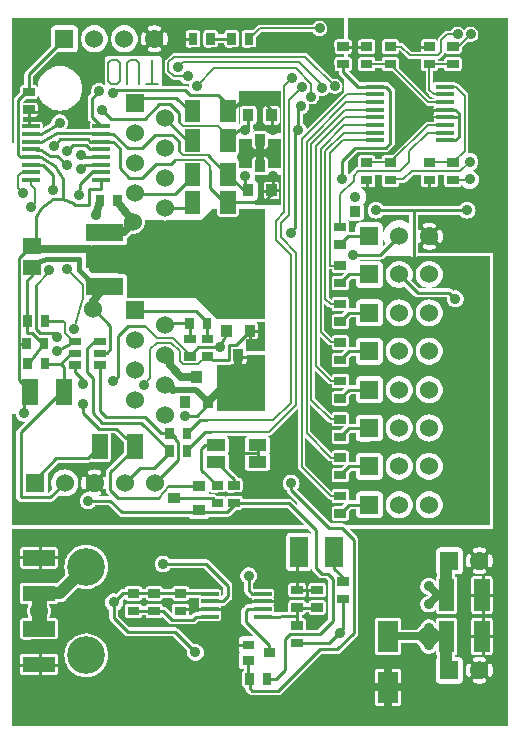
<source format=gbr>
G04 start of page 3 for group 1 idx 1 *
G04 Title: (unknown), solder *
G04 Creator: pcb 20110918 *
G04 CreationDate: Thu 16 Aug 2012 16:03:18 GMT UTC *
G04 For: rob *
G04 Format: Gerber/RS-274X *
G04 PCB-Dimensions: 165354 236220 *
G04 PCB-Coordinate-Origin: lower left *
%MOIN*%
%FSLAX25Y25*%
%LNBOTTOM*%
%ADD69C,0.0300*%
%ADD68C,0.0380*%
%ADD67C,0.1280*%
%ADD66C,0.0197*%
%ADD65C,0.0350*%
%ADD64C,0.0360*%
%ADD63C,0.0360*%
%ADD62R,0.0689X0.0689*%
%ADD61R,0.0394X0.0394*%
%ADD60R,0.0600X0.0600*%
%ADD59R,0.0290X0.0290*%
%ADD58R,0.1220X0.1220*%
%ADD57R,0.0130X0.0130*%
%ADD56R,0.0512X0.0512*%
%ADD55R,0.0560X0.0560*%
%ADD54R,0.0530X0.0530*%
%ADD53R,0.0240X0.0240*%
%ADD52R,0.0340X0.0340*%
%ADD51R,0.0283X0.0283*%
%ADD50C,0.0354*%
%ADD49C,0.1260*%
%ADD48C,0.0600*%
%ADD47C,0.0079*%
%ADD46C,0.0500*%
%ADD45C,0.0200*%
%ADD44C,0.0400*%
%ADD43C,0.0150*%
%ADD42C,0.0250*%
%ADD41C,0.0079*%
%ADD40C,0.0098*%
%ADD39C,0.0100*%
%ADD38C,0.0001*%
G54D38*G36*
X86380Y183661D02*X89371D01*
Y173622D01*
X86380D01*
Y175715D01*
X88221Y175719D01*
X88359Y175752D01*
X88490Y175807D01*
X88611Y175881D01*
X88718Y175973D01*
X88810Y176080D01*
X88884Y176201D01*
X88939Y176332D01*
X88972Y176470D01*
X88980Y176611D01*
X88972Y180752D01*
X88939Y180890D01*
X88884Y181021D01*
X88810Y181142D01*
X88718Y181249D01*
X88611Y181341D01*
X88490Y181415D01*
X88359Y181470D01*
X88221Y181503D01*
X88080Y181511D01*
X86380Y181507D01*
Y183661D01*
G37*
G36*
X80709D02*X86380D01*
Y181507D01*
X84539Y181503D01*
X84401Y181470D01*
X84270Y181415D01*
X84149Y181341D01*
X84042Y181249D01*
X83950Y181142D01*
X83876Y181021D01*
X83821Y180890D01*
X83788Y180752D01*
X83780Y180611D01*
X83788Y176470D01*
X83821Y176332D01*
X83876Y176201D01*
X83950Y176080D01*
X84042Y175973D01*
X84149Y175881D01*
X84270Y175807D01*
X84401Y175752D01*
X84539Y175719D01*
X84680Y175711D01*
X86380Y175715D01*
Y173622D01*
X80709D01*
Y175171D01*
X80745Y175180D01*
X80963Y175270D01*
X81164Y175394D01*
X81344Y175547D01*
X81497Y175727D01*
X81621Y175928D01*
X81711Y176146D01*
X81766Y176376D01*
X81780Y176611D01*
X81766Y180846D01*
X81711Y181076D01*
X81621Y181294D01*
X81497Y181495D01*
X81344Y181675D01*
X81164Y181828D01*
X80963Y181952D01*
X80745Y182042D01*
X80709Y182051D01*
Y183661D01*
G37*
G36*
X77953Y126102D02*Y128991D01*
X80974Y128998D01*
X81112Y129031D01*
X81243Y129086D01*
X81364Y129160D01*
X81471Y129252D01*
X81563Y129359D01*
X81637Y129480D01*
X81692Y129611D01*
X81725Y129749D01*
X81733Y129890D01*
X81725Y134031D01*
X81692Y134169D01*
X81637Y134300D01*
X81563Y134421D01*
X81471Y134528D01*
X81364Y134620D01*
X81322Y134646D01*
X84055D01*
Y125000D01*
X78025D01*
X78023Y125863D01*
X77982Y126031D01*
X77953Y126102D01*
G37*
G36*
X72980Y120739D02*X73032Y120707D01*
X73192Y120641D01*
X73360Y120600D01*
X73533Y120590D01*
X77106Y120600D01*
X77274Y120641D01*
X77434Y120707D01*
X77582Y120797D01*
X77713Y120910D01*
X77826Y121041D01*
X77916Y121189D01*
X77982Y121349D01*
X78023Y121517D01*
X78033Y121690D01*
X78028Y123819D01*
X84055D01*
Y105118D01*
X68110D01*
Y120547D01*
X72185D01*
X72244Y120543D01*
X72479Y120561D01*
X72709Y120616D01*
X72927Y120707D01*
X72980Y120739D01*
G37*
G36*
X55118Y168898D02*X62992D01*
X66536Y172442D01*
X68297D01*
X68299Y170709D01*
X68336Y170556D01*
X68396Y170410D01*
X68478Y170276D01*
X68581Y170157D01*
X68700Y170054D01*
X68835Y169972D01*
X68980Y169912D01*
X69133Y169875D01*
X69290Y169866D01*
X74565Y169875D01*
X74718Y169912D01*
X74863Y169972D01*
X74998Y170054D01*
X75117Y170157D01*
X75220Y170276D01*
X75302Y170410D01*
X75362Y170556D01*
X75399Y170709D01*
X75408Y170866D01*
X75406Y172442D01*
X84055D01*
Y135828D01*
X68109D01*
X61023Y142914D01*
X55118D01*
Y143419D01*
X61453Y143426D01*
X61683Y143481D01*
X61901Y143571D01*
X62102Y143695D01*
X62282Y143848D01*
X62435Y144028D01*
X62559Y144229D01*
X62649Y144447D01*
X62704Y144677D01*
X62718Y144912D01*
X62704Y166347D01*
X62649Y166577D01*
X62559Y166795D01*
X62435Y166996D01*
X62282Y167176D01*
X62102Y167329D01*
X61901Y167453D01*
X61683Y167543D01*
X61453Y167598D01*
X61218Y167612D01*
X55118Y167605D01*
Y168898D01*
G37*
G36*
X37402Y150694D02*Y150788D01*
X33210Y151222D01*
X37053Y151226D01*
X37283Y151281D01*
X37501Y151371D01*
X37702Y151495D01*
X37882Y151648D01*
X38035Y151828D01*
X38159Y152029D01*
X38249Y152247D01*
X38304Y152477D01*
X38318Y152712D01*
X38304Y158547D01*
X38249Y158777D01*
X38159Y158995D01*
X38035Y159196D01*
X37882Y159376D01*
X37702Y159529D01*
X37501Y159653D01*
X37283Y159743D01*
X37053Y159798D01*
X36818Y159812D01*
X25984Y159800D01*
Y160237D01*
X27113Y160315D01*
X37053Y160326D01*
X37283Y160381D01*
X37501Y160471D01*
X37702Y160595D01*
X37882Y160748D01*
X38035Y160928D01*
X38159Y161129D01*
X38249Y161347D01*
X38304Y161577D01*
X38318Y161812D01*
X38316Y162748D01*
X38379Y162786D01*
X38430Y162830D01*
X38485Y162868D01*
X38543Y162927D01*
X38648Y163016D01*
X38748Y163134D01*
X39640Y164138D01*
X40157Y164098D01*
X40785Y164147D01*
X41397Y164294D01*
X41979Y164535D01*
X42515Y164864D01*
X42994Y165273D01*
X43403Y165752D01*
X43732Y166288D01*
X43973Y166870D01*
X44120Y167482D01*
X44157Y168110D01*
X44120Y168738D01*
X44081Y168898D01*
X49228D01*
X49508Y168782D01*
X50120Y168635D01*
X50748Y168586D01*
X51376Y168635D01*
X51988Y168782D01*
X52268Y168898D01*
X55118D01*
Y167605D01*
X48783Y167598D01*
X48553Y167543D01*
X48335Y167453D01*
X48134Y167329D01*
X47954Y167176D01*
X47801Y166996D01*
X47677Y166795D01*
X47587Y166577D01*
X47532Y166347D01*
X47518Y166112D01*
X47532Y144677D01*
X47587Y144447D01*
X47677Y144229D01*
X47801Y144028D01*
X47954Y143848D01*
X48134Y143695D01*
X48335Y143571D01*
X48553Y143481D01*
X48783Y143426D01*
X49018Y143412D01*
X55118Y143419D01*
Y142914D01*
X38088D01*
X38159Y143029D01*
X38249Y143247D01*
X38304Y143477D01*
X38318Y143712D01*
X38304Y149547D01*
X38249Y149777D01*
X38159Y149995D01*
X38035Y150196D01*
X37882Y150376D01*
X37702Y150529D01*
X37501Y150653D01*
X37402Y150694D01*
G37*
G36*
X118110Y218310D02*X120164Y218315D01*
X120315Y218351D01*
X120458Y218410D01*
X120590Y218491D01*
X120707Y218592D01*
X120808Y218709D01*
X120889Y218841D01*
X120948Y218984D01*
X120984Y219135D01*
X120994Y219290D01*
X120993Y219524D01*
X123108D01*
X123109Y219135D01*
X123146Y218984D01*
X123205Y218841D01*
X123286Y218709D01*
X123386Y218592D01*
X123504Y218491D01*
X123636Y218410D01*
X123779Y218351D01*
X123930Y218315D01*
X124084Y218305D01*
X126708Y218312D01*
X137753Y207267D01*
X137783Y207232D01*
X137924Y207111D01*
X138082Y207014D01*
X138254Y206943D01*
X138254D01*
X138254Y206943D01*
X138330Y206925D01*
X138435Y206899D01*
X138435Y206899D01*
X138620Y206885D01*
X138666Y206889D01*
X140559D01*
X140583Y206861D01*
X140666Y206790D01*
X140583Y206718D01*
X140502Y206624D01*
X140437Y206518D01*
X140390Y206404D01*
X140361Y206283D01*
X140354Y206159D01*
X140361Y204737D01*
X140390Y204616D01*
X140437Y204502D01*
X140502Y204396D01*
X140583Y204302D01*
X140665Y204231D01*
X140583Y204160D01*
X140502Y204066D01*
X140437Y203960D01*
X140390Y203846D01*
X140361Y203725D01*
X140354Y203602D01*
X140361Y202179D01*
X140390Y202058D01*
X140437Y201944D01*
X140502Y201838D01*
X140583Y201744D01*
X140666Y201672D01*
X140583Y201601D01*
X140559Y201574D01*
X138465D01*
X138419Y201577D01*
X138234Y201563D01*
X138053Y201519D01*
X137911Y201460D01*
X137881Y201448D01*
X137881Y201448D01*
X137881D01*
X137723Y201351D01*
X137723Y201351D01*
X137582Y201230D01*
X137551Y201195D01*
X126710Y190354D01*
X123929Y190347D01*
X123779Y190311D01*
X123635Y190252D01*
X123503Y190171D01*
X123386Y190070D01*
X123285Y189953D01*
X123204Y189821D01*
X123145Y189678D01*
X123109Y189527D01*
X123100Y189372D01*
X123100Y189138D01*
X120986D01*
X120984Y189526D01*
X120948Y189676D01*
X120889Y189820D01*
X120808Y189952D01*
X120707Y190069D01*
X120590Y190170D01*
X120458Y190251D01*
X120315Y190310D01*
X120164Y190346D01*
X120010Y190355D01*
X118110Y190351D01*
Y191413D01*
X124350D01*
X124409Y191408D01*
X124644Y191427D01*
X124644Y191427D01*
X124645Y191427D01*
X124645Y191427D01*
X124735Y191449D01*
X124874Y191482D01*
X124874Y191482D01*
X124874Y191482D01*
X124946Y191512D01*
X125092Y191572D01*
X125092Y191572D01*
X125092Y191572D01*
X125140Y191602D01*
X125293Y191696D01*
X125294Y191696D01*
X125294Y191696D01*
X125294Y191696D01*
X125473Y191849D01*
X125511Y191894D01*
X127003Y193386D01*
X127048Y193424D01*
X127201Y193604D01*
X127201Y193604D01*
X127201Y193604D01*
X127269Y193715D01*
X127324Y193805D01*
X127325Y193805D01*
X127325Y193805D01*
X127373Y193923D01*
X127415Y194023D01*
X127415Y194023D01*
X127415Y194023D01*
X127449Y194165D01*
X127470Y194253D01*
X127470Y194253D01*
X127470Y194253D01*
X127488Y194488D01*
X127484Y194547D01*
Y211752D01*
X127488Y211811D01*
X127470Y212046D01*
X127415Y212276D01*
X127324Y212494D01*
X127201Y212695D01*
X127201Y212695D01*
X127048Y212875D01*
X127003Y212913D01*
X125710Y214206D01*
X125672Y214251D01*
X125492Y214404D01*
X125492Y214404D01*
X125291Y214528D01*
X125073Y214618D01*
X124843Y214673D01*
X124608Y214692D01*
X124549Y214687D01*
X118110D01*
Y218310D01*
G37*
G36*
X142550Y236220D02*X165354D01*
Y157874D01*
X142550D01*
Y161238D01*
X142593Y161245D01*
X142705Y161282D01*
X142810Y161337D01*
X142905Y161407D01*
X142988Y161491D01*
X143056Y161587D01*
X143107Y161693D01*
X143255Y162101D01*
X143359Y162522D01*
X143421Y162952D01*
X143442Y163385D01*
X143421Y163818D01*
X143359Y164248D01*
X143255Y164669D01*
X143112Y165079D01*
X143059Y165185D01*
X142990Y165281D01*
X142907Y165366D01*
X142812Y165436D01*
X142706Y165491D01*
X142594Y165528D01*
X142550Y165536D01*
Y170547D01*
X149211D01*
X149303Y170396D01*
X149589Y170061D01*
X149924Y169775D01*
X150300Y169544D01*
X150707Y169376D01*
X151136Y169273D01*
X151575Y169238D01*
X152015Y169273D01*
X152443Y169376D01*
X152850Y169544D01*
X153226Y169775D01*
X153561Y170061D01*
X153847Y170396D01*
X154078Y170772D01*
X154246Y171179D01*
X154349Y171608D01*
X154375Y172047D01*
X154349Y172486D01*
X154246Y172915D01*
X154078Y173322D01*
X153847Y173698D01*
X153561Y174033D01*
X153226Y174319D01*
X152850Y174550D01*
X152443Y174718D01*
X152015Y174821D01*
X151575Y174856D01*
X151136Y174821D01*
X150707Y174718D01*
X150300Y174550D01*
X149924Y174319D01*
X149589Y174033D01*
X149303Y173698D01*
X149211Y173547D01*
X142550D01*
Y183858D01*
X144018D01*
X144012Y183842D01*
X143976Y183692D01*
X143966Y183537D01*
X143976Y180552D01*
X144012Y180401D01*
X144071Y180258D01*
X144152Y180126D01*
X144253Y180008D01*
X144370Y179908D01*
X144502Y179827D01*
X144645Y179768D01*
X144796Y179732D01*
X144950Y179722D01*
X148904Y179732D01*
X149055Y179768D01*
X149198Y179827D01*
X149330Y179908D01*
X149447Y180008D01*
X149548Y180126D01*
X149629Y180258D01*
X149688Y180401D01*
X149709Y180488D01*
X149765Y180396D01*
X150092Y180013D01*
X150475Y179686D01*
X150905Y179423D01*
X151370Y179230D01*
X151860Y179113D01*
X152362Y179073D01*
X152864Y179113D01*
X153354Y179230D01*
X153819Y179423D01*
X154249Y179686D01*
X154632Y180013D01*
X154959Y180396D01*
X155222Y180826D01*
X155415Y181291D01*
X155532Y181781D01*
X155562Y182283D01*
X155532Y182785D01*
X155415Y183275D01*
X155222Y183740D01*
X154959Y184170D01*
X154632Y184553D01*
X154249Y184880D01*
X153819Y185143D01*
X153354Y185336D01*
X153252Y185360D01*
X153279Y185367D01*
X153709Y185545D01*
X154106Y185788D01*
X154460Y186091D01*
X154763Y186445D01*
X155006Y186842D01*
X155184Y187272D01*
X155293Y187725D01*
X155320Y188189D01*
X155293Y188653D01*
X155184Y189106D01*
X155006Y189536D01*
X154763Y189933D01*
X154460Y190287D01*
X154106Y190590D01*
X153709Y190833D01*
X153279Y191011D01*
X152826Y191120D01*
X152362Y191157D01*
X151898Y191120D01*
X151622Y191054D01*
X151624Y191056D01*
X151745Y191197D01*
X151745Y191197D01*
X151842Y191355D01*
X151913Y191527D01*
X151957Y191708D01*
X151971Y191893D01*
X151968Y191939D01*
Y210190D01*
X151971Y210236D01*
X151957Y210421D01*
X151957Y210421D01*
X151957Y210421D01*
Y210421D01*
X151943Y210480D01*
X151913Y210602D01*
X151913Y210602D01*
X151913Y210602D01*
X151892Y210654D01*
X151842Y210774D01*
X151745Y210932D01*
X151745Y210932D01*
X151745Y210932D01*
X151745Y210932D01*
X151624Y211073D01*
X151589Y211103D01*
X148703Y213989D01*
X148673Y214024D01*
X148532Y214145D01*
X148532Y214145D01*
X148532Y214145D01*
X148511Y214158D01*
X148373Y214242D01*
X148373Y214242D01*
X148373Y214242D01*
X148291Y214276D01*
X148202Y214313D01*
X148202D01*
X148202Y214313D01*
X148100Y214338D01*
X148021Y214357D01*
X148021D01*
X148021Y214357D01*
X147880Y214368D01*
X147848Y214419D01*
X147747Y214537D01*
X147629Y214638D01*
X147496Y214720D01*
X147353Y214779D01*
X147202Y214815D01*
X147046Y214824D01*
X142550Y214818D01*
Y219524D01*
X143974D01*
X143976Y219135D01*
X144012Y218984D01*
X144071Y218841D01*
X144152Y218709D01*
X144253Y218592D01*
X144370Y218491D01*
X144502Y218410D01*
X144645Y218351D01*
X144796Y218315D01*
X144950Y218305D01*
X148904Y218315D01*
X149055Y218351D01*
X149198Y218410D01*
X149330Y218491D01*
X149447Y218592D01*
X149548Y218709D01*
X149629Y218841D01*
X149688Y218984D01*
X149724Y219135D01*
X149734Y219290D01*
X149724Y222275D01*
X149688Y222426D01*
X149629Y222569D01*
X149548Y222701D01*
X149447Y222818D01*
X149330Y222919D01*
X149198Y223000D01*
X149055Y223059D01*
X148904Y223095D01*
X148750Y223104D01*
X144796Y223095D01*
X144645Y223059D01*
X144502Y223000D01*
X144370Y222919D01*
X144253Y222818D01*
X144152Y222701D01*
X144071Y222569D01*
X144012Y222426D01*
X143976Y222275D01*
X143966Y222120D01*
X143967Y221886D01*
X142550D01*
Y222768D01*
X142569Y222785D01*
X142599Y222820D01*
X143715Y223936D01*
X143750Y223966D01*
X143871Y224107D01*
X143871Y224107D01*
X143871Y224107D01*
X143902Y224158D01*
X143968Y224265D01*
X143968Y224265D01*
X143968Y224265D01*
X143989Y224317D01*
X144039Y224437D01*
X144083Y224618D01*
X144085Y224652D01*
X144152Y224543D01*
X144253Y224426D01*
X144370Y224325D01*
X144502Y224244D01*
X144645Y224185D01*
X144796Y224149D01*
X144950Y224140D01*
X148904Y224149D01*
X149055Y224185D01*
X149198Y224244D01*
X149330Y224325D01*
X149447Y224426D01*
X149548Y224543D01*
X149629Y224675D01*
X149688Y224818D01*
X149724Y224969D01*
X149734Y225124D01*
X149731Y226013D01*
X151980Y228263D01*
X152354Y228173D01*
X152756Y228142D01*
X153157Y228173D01*
X153549Y228267D01*
X153921Y228421D01*
X154264Y228632D01*
X154571Y228893D01*
X154832Y229200D01*
X155043Y229543D01*
X155197Y229915D01*
X155291Y230307D01*
X155314Y230708D01*
X155291Y231109D01*
X155197Y231501D01*
X155043Y231873D01*
X154832Y232216D01*
X154571Y232523D01*
X154264Y232784D01*
X153921Y232995D01*
X153549Y233149D01*
X153157Y233243D01*
X152756Y233274D01*
X152354Y233243D01*
X151963Y233149D01*
X151591Y232995D01*
X151247Y232784D01*
X150941Y232523D01*
X150680Y232216D01*
X150591Y232071D01*
X150501Y232216D01*
X150240Y232523D01*
X149934Y232784D01*
X149590Y232995D01*
X149218Y233149D01*
X148827Y233243D01*
X148425Y233274D01*
X148024Y233243D01*
X147632Y233149D01*
X147260Y232995D01*
X146917Y232784D01*
X146610Y232523D01*
X146349Y232216D01*
X146148Y231889D01*
X144928D01*
X144882Y231892D01*
X144697Y231878D01*
X144697Y231878D01*
X144697Y231878D01*
X144619Y231859D01*
X144516Y231834D01*
X144516Y231834D01*
X144516Y231834D01*
X144438Y231802D01*
X144345Y231763D01*
X144344Y231763D01*
X144344Y231763D01*
X144277Y231722D01*
X144186Y231666D01*
X144186Y231666D01*
X144186Y231666D01*
X144045Y231545D01*
X144015Y231510D01*
X142550Y230046D01*
Y236220D01*
G37*
G36*
Y221886D02*X141852D01*
X141850Y222275D01*
X141814Y222426D01*
X141807Y222444D01*
X141917Y222452D01*
X141917D01*
X141917Y222452D01*
X142044Y222483D01*
X142098Y222496D01*
X142098Y222496D01*
X142098Y222496D01*
X142269Y222567D01*
X142410Y222653D01*
X142428Y222664D01*
X142428Y222664D01*
X142428Y222664D01*
X142550Y222768D01*
Y221886D01*
G37*
G36*
Y214818D02*X140986Y214815D01*
X140835Y214779D01*
X140692Y214720D01*
X140559Y214638D01*
X140441Y214537D01*
X140340Y214419D01*
X140258Y214286D01*
X140199Y214143D01*
X140163Y213992D01*
X140156Y213887D01*
Y218313D01*
X141030Y218315D01*
X141180Y218351D01*
X141324Y218410D01*
X141456Y218491D01*
X141573Y218592D01*
X141674Y218709D01*
X141755Y218841D01*
X141814Y218984D01*
X141850Y219135D01*
X141859Y219290D01*
X141859Y219524D01*
X142550D01*
Y214818D01*
G37*
G36*
Y173547D02*X138939D01*
Y179726D01*
X141030Y179731D01*
X141180Y179767D01*
X141324Y179826D01*
X141456Y179907D01*
X141573Y180008D01*
X141674Y180125D01*
X141755Y180257D01*
X141814Y180400D01*
X141850Y180551D01*
X141859Y180706D01*
X141850Y183691D01*
X141814Y183842D01*
X141807Y183858D01*
X142550D01*
Y173547D01*
G37*
G36*
Y157874D02*X138939D01*
Y158880D01*
X139370Y158901D01*
X139800Y158963D01*
X140221Y159067D01*
X140631Y159210D01*
X140737Y159263D01*
X140833Y159332D01*
X140918Y159415D01*
X140988Y159510D01*
X141043Y159616D01*
X141080Y159728D01*
X141100Y159845D01*
X141101Y159964D01*
X141083Y160081D01*
X141047Y160194D01*
X140994Y160300D01*
X140925Y160397D01*
X140842Y160481D01*
X140746Y160552D01*
X140641Y160606D01*
X140529Y160644D01*
X140412Y160663D01*
X140293Y160664D01*
X140176Y160646D01*
X140063Y160608D01*
X139792Y160509D01*
X139512Y160441D01*
X139226Y160399D01*
X138939Y160385D01*
Y166385D01*
X139226Y166371D01*
X139512Y166329D01*
X139792Y166261D01*
X140065Y166165D01*
X140176Y166127D01*
X140293Y166110D01*
X140411Y166110D01*
X140528Y166130D01*
X140640Y166167D01*
X140744Y166221D01*
X140839Y166291D01*
X140922Y166376D01*
X140991Y166472D01*
X141044Y166577D01*
X141080Y166690D01*
X141097Y166806D01*
X141096Y166924D01*
X141077Y167041D01*
X141040Y167153D01*
X140985Y167258D01*
X140915Y167353D01*
X140831Y167436D01*
X140735Y167504D01*
X140629Y167555D01*
X140221Y167703D01*
X139800Y167807D01*
X139370Y167869D01*
X138939Y167890D01*
Y170547D01*
X142550D01*
Y165536D01*
X142477Y165548D01*
X142358Y165549D01*
X142241Y165531D01*
X142128Y165495D01*
X142022Y165442D01*
X141925Y165373D01*
X141841Y165290D01*
X141770Y165194D01*
X141716Y165089D01*
X141678Y164977D01*
X141659Y164860D01*
X141658Y164741D01*
X141676Y164624D01*
X141714Y164511D01*
X141813Y164240D01*
X141881Y163960D01*
X141923Y163674D01*
X141937Y163385D01*
X141923Y163096D01*
X141881Y162810D01*
X141813Y162530D01*
X141717Y162257D01*
X141679Y162146D01*
X141662Y162029D01*
X141662Y161911D01*
X141682Y161794D01*
X141719Y161682D01*
X141773Y161578D01*
X141843Y161483D01*
X141928Y161400D01*
X142024Y161331D01*
X142129Y161278D01*
X142242Y161242D01*
X142358Y161225D01*
X142476Y161226D01*
X142550Y161238D01*
Y157874D01*
G37*
G36*
X138939Y236220D02*X142550D01*
Y230046D01*
X142111Y229608D01*
X142076Y229577D01*
X141956Y229437D01*
X141955Y229436D01*
X141955Y229436D01*
X141955Y229436D01*
X141901Y229348D01*
X141858Y229278D01*
X141858Y229278D01*
X141858Y229278D01*
X141817Y229179D01*
X141787Y229106D01*
X141787Y229106D01*
X141787Y229106D01*
X141763Y229008D01*
X141743Y228926D01*
X141743Y228925D01*
X141743Y228925D01*
X141743Y228924D01*
X141729Y228740D01*
X141732Y228694D01*
Y228439D01*
X141674Y228535D01*
X141573Y228652D01*
X141456Y228753D01*
X141324Y228834D01*
X141180Y228893D01*
X141030Y228929D01*
X140875Y228939D01*
X138939Y228934D01*
Y236220D01*
G37*
G36*
Y210572D02*X139684Y209826D01*
X139715Y209791D01*
X139856Y209670D01*
X140014Y209573D01*
X140186Y209502D01*
X140367Y209458D01*
X140367Y209458D01*
X140552Y209444D01*
X140561Y209445D01*
X140583Y209420D01*
X140666Y209348D01*
X140583Y209277D01*
X140559Y209250D01*
X139109D01*
X138939Y209420D01*
Y210572D01*
G37*
G36*
Y173547D02*X133917D01*
X133858Y173552D01*
X133799Y173547D01*
X123625D01*
X123532Y173698D01*
X123246Y174033D01*
X122911Y174319D01*
X122535Y174550D01*
X122128Y174718D01*
X121699Y174821D01*
X121260Y174856D01*
X120820Y174821D01*
X120392Y174718D01*
X119985Y174550D01*
X119609Y174319D01*
X119274Y174033D01*
X118988Y173698D01*
X118757Y173322D01*
X118589Y172915D01*
X118486Y172486D01*
X118451Y172047D01*
X118486Y171608D01*
X118589Y171179D01*
X118757Y170772D01*
X118988Y170396D01*
X119274Y170061D01*
X119609Y169775D01*
X119985Y169544D01*
X120392Y169376D01*
X120820Y169273D01*
X121260Y169238D01*
X121699Y169273D01*
X122128Y169376D01*
X122535Y169544D01*
X122911Y169775D01*
X123246Y170061D01*
X123532Y170396D01*
X123625Y170547D01*
X132358D01*
Y167433D01*
X132062Y167686D01*
X131351Y168122D01*
X130580Y168441D01*
X129769Y168636D01*
X128937Y168701D01*
X128105Y168636D01*
X127294Y168441D01*
X126523Y168122D01*
X125812Y167686D01*
X125178Y167144D01*
X124636Y166510D01*
X124200Y165799D01*
X123881Y165028D01*
X123686Y164217D01*
X123621Y163385D01*
X123686Y162553D01*
X123881Y161742D01*
X124200Y160971D01*
X124277Y160846D01*
X123493Y160062D01*
X123510Y160136D01*
X123525Y160385D01*
X123510Y166634D01*
X123452Y166877D01*
X123356Y167108D01*
X123226Y167321D01*
X123063Y167511D01*
X122873Y167674D01*
X122660Y167804D01*
X122429Y167900D01*
X122186Y167958D01*
X121937Y167973D01*
X118110Y167964D01*
Y179727D01*
X120164Y179732D01*
X120315Y179768D01*
X120458Y179827D01*
X120590Y179908D01*
X120707Y180008D01*
X120808Y180126D01*
X120889Y180258D01*
X120948Y180401D01*
X120984Y180552D01*
X120994Y180706D01*
X120984Y183692D01*
X120948Y183842D01*
X120942Y183858D01*
X123151D01*
X123145Y183844D01*
X123109Y183693D01*
X123100Y183538D01*
X123109Y180553D01*
X123145Y180402D01*
X123204Y180259D01*
X123285Y180127D01*
X123386Y180010D01*
X123503Y179909D01*
X123635Y179828D01*
X123779Y179769D01*
X123929Y179733D01*
X124084Y179724D01*
X128037Y179733D01*
X128188Y179769D01*
X128331Y179828D01*
X128463Y179909D01*
X128581Y180010D01*
X128681Y180127D01*
X128762Y180259D01*
X128821Y180402D01*
X128857Y180553D01*
X128867Y180708D01*
X128865Y181102D01*
X130269D01*
X130315Y181099D01*
X130500Y181113D01*
X130500Y181113D01*
X130681Y181157D01*
X130853Y181228D01*
X131011Y181325D01*
X131152Y181446D01*
X131182Y181481D01*
X133560Y183858D01*
X136145D01*
X136138Y183842D01*
X136102Y183691D01*
X136092Y183536D01*
X136102Y180551D01*
X136138Y180400D01*
X136197Y180257D01*
X136278Y180125D01*
X136379Y180008D01*
X136496Y179907D01*
X136628Y179826D01*
X136771Y179767D01*
X136922Y179731D01*
X137076Y179722D01*
X138939Y179726D01*
Y173547D01*
G37*
G36*
Y157874D02*X135358D01*
Y161229D01*
X135397Y161222D01*
X135516Y161221D01*
X135633Y161239D01*
X135746Y161275D01*
X135852Y161328D01*
X135949Y161397D01*
X136033Y161480D01*
X136104Y161576D01*
X136158Y161681D01*
X136196Y161793D01*
X136215Y161910D01*
X136216Y162029D01*
X136198Y162146D01*
X136160Y162259D01*
X136061Y162530D01*
X135993Y162810D01*
X135951Y163096D01*
X135937Y163385D01*
X135951Y163674D01*
X135993Y163960D01*
X136061Y164240D01*
X136157Y164513D01*
X136195Y164624D01*
X136212Y164741D01*
X136212Y164859D01*
X136192Y164976D01*
X136155Y165088D01*
X136101Y165192D01*
X136031Y165287D01*
X135946Y165370D01*
X135850Y165439D01*
X135745Y165492D01*
X135632Y165528D01*
X135516Y165545D01*
X135398Y165544D01*
X135358Y165538D01*
Y170547D01*
X138939D01*
Y167890D01*
X138937Y167890D01*
X138504Y167869D01*
X138074Y167807D01*
X137653Y167703D01*
X137243Y167560D01*
X137137Y167507D01*
X137041Y167438D01*
X136956Y167355D01*
X136886Y167260D01*
X136831Y167154D01*
X136794Y167042D01*
X136774Y166925D01*
X136773Y166806D01*
X136791Y166689D01*
X136827Y166576D01*
X136880Y166470D01*
X136949Y166373D01*
X137032Y166289D01*
X137128Y166218D01*
X137233Y166164D01*
X137345Y166126D01*
X137462Y166107D01*
X137581Y166106D01*
X137698Y166124D01*
X137811Y166162D01*
X138082Y166261D01*
X138362Y166329D01*
X138648Y166371D01*
X138937Y166385D01*
X138939Y166385D01*
Y160385D01*
X138937Y160385D01*
X138648Y160399D01*
X138362Y160441D01*
X138082Y160509D01*
X137809Y160605D01*
X137698Y160643D01*
X137581Y160660D01*
X137463Y160660D01*
X137346Y160640D01*
X137234Y160603D01*
X137130Y160549D01*
X137035Y160479D01*
X136952Y160394D01*
X136883Y160298D01*
X136830Y160193D01*
X136794Y160080D01*
X136777Y159964D01*
X136778Y159846D01*
X136797Y159729D01*
X136834Y159617D01*
X136889Y159512D01*
X136959Y159417D01*
X137043Y159334D01*
X137139Y159266D01*
X137245Y159215D01*
X137653Y159067D01*
X138074Y158963D01*
X138504Y158901D01*
X138937Y158880D01*
X138939Y158880D01*
Y157874D01*
G37*
G36*
X123100Y227954D02*X123109Y224969D01*
X123146Y224818D01*
X123205Y224675D01*
X123286Y224543D01*
X123386Y224426D01*
X123504Y224325D01*
X123636Y224244D01*
X123779Y224185D01*
X123930Y224149D01*
X124084Y224140D01*
X128038Y224149D01*
X128188Y224185D01*
X128331Y224244D01*
X128464Y224325D01*
X128581Y224426D01*
X128682Y224543D01*
X128763Y224675D01*
X128822Y224818D01*
X128858Y224969D01*
X128867Y225124D01*
X128867Y225387D01*
X129044Y225389D01*
X131613Y222820D01*
X131643Y222785D01*
X131784Y222664D01*
X131942Y222567D01*
X132114Y222496D01*
X132114D01*
X132114Y222496D01*
X132190Y222478D01*
X132295Y222452D01*
X132295Y222452D01*
X132480Y222438D01*
X132526Y222442D01*
X136144D01*
X136138Y222426D01*
X136102Y222275D01*
X136092Y222120D01*
X136102Y219135D01*
X136138Y218984D01*
X136197Y218841D01*
X136278Y218709D01*
X136379Y218592D01*
X136496Y218491D01*
X136628Y218410D01*
X136771Y218351D01*
X136922Y218315D01*
X137076Y218305D01*
X137795Y218307D01*
Y212250D01*
X137792Y212204D01*
X137806Y212019D01*
Y212019D01*
X137850Y211838D01*
X137921Y211666D01*
X138018Y211508D01*
X138139Y211367D01*
X138174Y211337D01*
X138939Y210572D01*
Y209420D01*
X128867Y219492D01*
X128858Y222275D01*
X128822Y222426D01*
X128763Y222569D01*
X128682Y222701D01*
X128581Y222818D01*
X128464Y222919D01*
X128331Y223000D01*
X128188Y223059D01*
X128038Y223095D01*
X127883Y223104D01*
X123930Y223095D01*
X123779Y223059D01*
X123636Y223000D01*
X123504Y222919D01*
X123386Y222818D01*
X123286Y222701D01*
X123205Y222569D01*
X123146Y222426D01*
X123109Y222275D01*
X123100Y222120D01*
X123101Y221886D01*
X120986D01*
X120984Y222275D01*
X120948Y222426D01*
X120889Y222569D01*
X120808Y222701D01*
X120707Y222818D01*
X120590Y222919D01*
X120458Y223000D01*
X120315Y223059D01*
X120164Y223095D01*
X120010Y223104D01*
X118110Y223100D01*
Y224144D01*
X120164Y224149D01*
X120315Y224185D01*
X120458Y224244D01*
X120590Y224325D01*
X120707Y224426D01*
X120808Y224543D01*
X120889Y224675D01*
X120948Y224818D01*
X120984Y224969D01*
X120994Y225124D01*
X120984Y228109D01*
X120948Y228260D01*
X120889Y228403D01*
X120808Y228535D01*
X120707Y228652D01*
X120590Y228753D01*
X120458Y228834D01*
X120315Y228893D01*
X120164Y228929D01*
X120010Y228939D01*
X118110Y228934D01*
Y236220D01*
X138939D01*
Y228934D01*
X136922Y228929D01*
X136771Y228893D01*
X136628Y228834D01*
X136496Y228753D01*
X136379Y228652D01*
X136278Y228535D01*
X136197Y228403D01*
X136138Y228260D01*
X136102Y228109D01*
X136092Y227954D01*
X136102Y224969D01*
X136138Y224818D01*
X136144Y224802D01*
X132969D01*
X130391Y227380D01*
X130357Y227420D01*
X130246Y227513D01*
X130224Y227532D01*
X130219Y227535D01*
X130214Y227539D01*
X130140Y227584D01*
X130066Y227629D01*
X130060Y227631D01*
X130055Y227634D01*
X129974Y227667D01*
X129894Y227700D01*
X129888Y227702D01*
X129883Y227704D01*
X129798Y227723D01*
X129713Y227744D01*
X129707Y227744D01*
X129702Y227745D01*
X129672Y227747D01*
X129528Y227758D01*
X129476Y227754D01*
X128859Y227748D01*
X128858Y228109D01*
X128822Y228260D01*
X128763Y228403D01*
X128682Y228535D01*
X128581Y228652D01*
X128464Y228753D01*
X128331Y228834D01*
X128188Y228893D01*
X128038Y228929D01*
X127883Y228939D01*
X123930Y228929D01*
X123779Y228893D01*
X123636Y228834D01*
X123504Y228753D01*
X123386Y228652D01*
X123286Y228535D01*
X123205Y228403D01*
X123146Y228260D01*
X123109Y228109D01*
X123100Y227954D01*
G37*
G36*
X118110Y167964D02*X115688Y167958D01*
X115445Y167900D01*
X115214Y167804D01*
X115001Y167674D01*
X114811Y167511D01*
X114648Y167321D01*
X114518Y167108D01*
X114422Y166877D01*
X114364Y166634D01*
X114349Y166385D01*
X114353Y164885D01*
X112116D01*
X112126Y164929D01*
X112135Y165084D01*
X112126Y168069D01*
X112090Y168220D01*
X112031Y168363D01*
X111950Y168495D01*
X111849Y168612D01*
X111811Y168645D01*
Y168717D01*
X111862Y168685D01*
X112034Y168614D01*
X112216Y168570D01*
X112401Y168560D01*
X116130Y168570D01*
X116311Y168614D01*
X116484Y168685D01*
X116642Y168783D01*
X116784Y168904D01*
X116905Y169045D01*
X117003Y169204D01*
X117074Y169376D01*
X117117Y169558D01*
X117128Y169744D01*
X117117Y173472D01*
X117074Y173654D01*
X117003Y173826D01*
X116924Y173954D01*
X117220Y174301D01*
X117529Y174805D01*
X117756Y175351D01*
X117894Y175926D01*
X117928Y176515D01*
X117894Y177104D01*
X117756Y177679D01*
X117529Y178225D01*
X117220Y178729D01*
X116837Y179179D01*
X116387Y179563D01*
X116117Y179728D01*
X116210Y179722D01*
X118110Y179727D01*
Y167964D01*
G37*
G36*
Y190351D02*X116056Y190346D01*
X115905Y190310D01*
X115762Y190251D01*
X115630Y190170D01*
X115513Y190069D01*
X115412Y189952D01*
X115331Y189820D01*
X115272Y189676D01*
X115236Y189526D01*
X115227Y189371D01*
X115235Y186615D01*
X115107Y186605D01*
X114865Y186547D01*
X114636Y186452D01*
X114423Y186322D01*
X114238Y186157D01*
X112706Y184625D01*
X112659Y184585D01*
X112498Y184397D01*
X112497Y184396D01*
X112497Y184396D01*
X112497Y184396D01*
X112426Y184279D01*
X112367Y184184D01*
X112367Y184184D01*
X112367Y184184D01*
X112310Y184046D01*
X112272Y183954D01*
X112272Y183954D01*
X112272Y183954D01*
X112242Y183829D01*
X112225Y183755D01*
X112115Y183934D01*
X111829Y184269D01*
X111811Y184284D01*
Y188430D01*
X114795Y191413D01*
X118110D01*
Y190351D01*
G37*
G36*
Y223100D02*X116056Y223095D01*
X115905Y223059D01*
X115762Y223000D01*
X115630Y222919D01*
X115513Y222818D01*
X115412Y222701D01*
X115331Y222569D01*
X115272Y222426D01*
X115236Y222275D01*
X115227Y222120D01*
X115236Y219135D01*
X115272Y218984D01*
X115331Y218841D01*
X115412Y218709D01*
X115513Y218592D01*
X115630Y218491D01*
X115762Y218410D01*
X115905Y218351D01*
X116056Y218315D01*
X116210Y218305D01*
X118110Y218310D01*
Y214687D01*
X115780D01*
X112153Y218314D01*
X112290Y218315D01*
X112440Y218351D01*
X112583Y218410D01*
X112715Y218491D01*
X112833Y218592D01*
X112934Y218709D01*
X113015Y218841D01*
X113074Y218984D01*
X113110Y219135D01*
X113119Y219290D01*
X113110Y222275D01*
X113074Y222426D01*
X113015Y222569D01*
X112934Y222701D01*
X112833Y222818D01*
X112715Y222919D01*
X112583Y223000D01*
X112440Y223059D01*
X112290Y223095D01*
X112135Y223104D01*
X111811Y223104D01*
Y224148D01*
X112290Y224149D01*
X112440Y224185D01*
X112583Y224244D01*
X112715Y224325D01*
X112833Y224426D01*
X112934Y224543D01*
X113015Y224675D01*
X113074Y224818D01*
X113110Y224969D01*
X113119Y225124D01*
X113110Y228109D01*
X113074Y228260D01*
X113015Y228403D01*
X112934Y228535D01*
X112833Y228652D01*
X112715Y228753D01*
X112583Y228834D01*
X112440Y228893D01*
X112290Y228929D01*
X112135Y228939D01*
X111811Y228938D01*
Y236220D01*
X118110D01*
Y228934D01*
X116056Y228929D01*
X115905Y228893D01*
X115762Y228834D01*
X115630Y228753D01*
X115513Y228652D01*
X115412Y228535D01*
X115331Y228403D01*
X115272Y228260D01*
X115236Y228109D01*
X115227Y227954D01*
X115236Y224969D01*
X115272Y224818D01*
X115331Y224675D01*
X115412Y224543D01*
X115513Y224426D01*
X115630Y224325D01*
X115762Y224244D01*
X115905Y224185D01*
X116056Y224149D01*
X116210Y224140D01*
X118110Y224144D01*
Y223100D01*
G37*
G36*
X86380Y211811D02*X89371D01*
Y197638D01*
X86380D01*
Y200577D01*
X88253Y200582D01*
X88421Y200623D01*
X88581Y200689D01*
X88729Y200779D01*
X88860Y200892D01*
X88973Y201023D01*
X89063Y201171D01*
X89129Y201331D01*
X89170Y201499D01*
X89180Y201672D01*
X89170Y205845D01*
X89129Y206013D01*
X89063Y206173D01*
X88973Y206321D01*
X88860Y206452D01*
X88729Y206565D01*
X88581Y206655D01*
X88421Y206721D01*
X88253Y206762D01*
X88080Y206772D01*
X86380Y206767D01*
Y211811D01*
G37*
G36*
X80280Y206772D02*X76707Y206762D01*
X76539Y206721D01*
X76379Y206655D01*
X76231Y206565D01*
X76100Y206452D01*
X75987Y206321D01*
X75897Y206173D01*
X75831Y206013D01*
X75790Y205845D01*
X75780Y205672D01*
X75790Y201499D01*
X75831Y201331D01*
X75897Y201171D01*
X75936Y201108D01*
X75908Y201091D01*
X75573Y200805D01*
X75394Y200595D01*
Y201201D01*
X75399Y201221D01*
X75408Y201378D01*
X75399Y209015D01*
X75394Y209035D01*
Y211811D01*
X86380D01*
Y206767D01*
X84507Y206762D01*
X84339Y206721D01*
X84179Y206655D01*
X84031Y206565D01*
X83900Y206452D01*
X83787Y206321D01*
X83697Y206173D01*
X83631Y206013D01*
X83590Y205845D01*
X83580Y205672D01*
X83590Y201499D01*
X83631Y201331D01*
X83697Y201171D01*
X83787Y201023D01*
X83900Y200892D01*
X84031Y200779D01*
X84179Y200689D01*
X84339Y200623D01*
X84507Y200582D01*
X84680Y200572D01*
X86380Y200577D01*
Y197638D01*
X85066D01*
X85039Y197751D01*
X84984Y197882D01*
X84910Y198003D01*
X84818Y198110D01*
X84711Y198202D01*
X84590Y198276D01*
X84459Y198331D01*
X84321Y198364D01*
X84180Y198372D01*
X80639Y198364D01*
X80501Y198331D01*
X80370Y198276D01*
X80298Y198232D01*
X80333Y198380D01*
X80359Y198819D01*
X80333Y199258D01*
X80230Y199687D01*
X80080Y200050D01*
Y200581D01*
X80453Y200582D01*
X80621Y200623D01*
X80781Y200689D01*
X80929Y200779D01*
X81060Y200892D01*
X81173Y201023D01*
X81263Y201171D01*
X81329Y201331D01*
X81370Y201499D01*
X81380Y201672D01*
X81370Y205845D01*
X81329Y206013D01*
X81263Y206173D01*
X81173Y206321D01*
X81060Y206452D01*
X80929Y206565D01*
X80781Y206655D01*
X80621Y206721D01*
X80453Y206762D01*
X80280Y206772D01*
G37*
G36*
X75394Y187774D02*Y191359D01*
X75399Y191379D01*
X75408Y191536D01*
X75403Y195866D01*
X79883D01*
X79888Y193331D01*
X79921Y193193D01*
X79976Y193062D01*
X80050Y192941D01*
X80142Y192834D01*
X80249Y192742D01*
X80370Y192668D01*
X80501Y192613D01*
X80639Y192580D01*
X80780Y192572D01*
X84321Y192580D01*
X84459Y192613D01*
X84590Y192668D01*
X84711Y192742D01*
X84818Y192834D01*
X84910Y192941D01*
X84984Y193062D01*
X85039Y193193D01*
X85072Y193331D01*
X85080Y193472D01*
X85075Y195866D01*
X89371D01*
Y186221D01*
X85077D01*
X85072Y188952D01*
X85039Y189090D01*
X84984Y189221D01*
X84910Y189342D01*
X84818Y189449D01*
X84711Y189541D01*
X84590Y189615D01*
X84459Y189670D01*
X84321Y189703D01*
X84180Y189711D01*
X80639Y189703D01*
X80501Y189670D01*
X80370Y189615D01*
X80249Y189541D01*
X80142Y189449D01*
X80050Y189342D01*
X79976Y189221D01*
X79921Y189090D01*
X79888Y188952D01*
X79880Y188811D01*
X79885Y186221D01*
X78074D01*
X77998Y186239D01*
X77559Y186274D01*
X77120Y186239D01*
X77044Y186221D01*
X75401D01*
X75399Y187754D01*
X75394Y187774D01*
G37*
G36*
X106705Y215830D02*X98505Y224030D01*
X98475Y224065D01*
X98334Y224186D01*
X98334Y224186D01*
X98334Y224186D01*
X98334Y224186D01*
X98271Y224224D01*
X98176Y224283D01*
X98176Y224283D01*
X98176Y224283D01*
X98090Y224318D01*
X98004Y224354D01*
X98004Y224354D01*
X98004Y224354D01*
X97926Y224373D01*
X97823Y224398D01*
X97823Y224398D01*
X97823Y224398D01*
X97823Y224398D01*
X97638Y224412D01*
X97592Y224408D01*
X90711D01*
Y231496D01*
X100085D01*
X100286Y231169D01*
X100547Y230862D01*
X100853Y230601D01*
X101197Y230390D01*
X101569Y230236D01*
X101960Y230142D01*
X102362Y230111D01*
X102763Y230142D01*
X103155Y230236D01*
X103527Y230390D01*
X103870Y230601D01*
X104177Y230862D01*
X104438Y231169D01*
X104648Y231512D01*
X104803Y231884D01*
X104897Y232276D01*
X104920Y232677D01*
X104897Y233078D01*
X104803Y233470D01*
X104648Y233842D01*
X104438Y234185D01*
X104177Y234492D01*
X103870Y234753D01*
X103527Y234964D01*
X103155Y235118D01*
X102763Y235212D01*
X102362Y235243D01*
X101960Y235212D01*
X101569Y235118D01*
X101197Y234964D01*
X100853Y234753D01*
X100547Y234492D01*
X100286Y234185D01*
X100085Y233857D01*
X90711D01*
Y236220D01*
X110630D01*
Y228935D01*
X108182Y228929D01*
X108031Y228893D01*
X107888Y228834D01*
X107756Y228753D01*
X107638Y228652D01*
X107538Y228535D01*
X107457Y228403D01*
X107398Y228260D01*
X107361Y228109D01*
X107352Y227954D01*
X107361Y224969D01*
X107398Y224818D01*
X107457Y224675D01*
X107538Y224543D01*
X107638Y224426D01*
X107756Y224325D01*
X107888Y224244D01*
X108031Y224185D01*
X108182Y224149D01*
X108336Y224140D01*
X110630Y224145D01*
Y223101D01*
X108182Y223095D01*
X108031Y223059D01*
X107888Y223000D01*
X107756Y222919D01*
X107638Y222818D01*
X107538Y222701D01*
X107457Y222569D01*
X107398Y222426D01*
X107361Y222275D01*
X107352Y222120D01*
X107361Y219135D01*
X107398Y218984D01*
X107457Y218841D01*
X107538Y218709D01*
X107638Y218592D01*
X107756Y218491D01*
X107888Y218410D01*
X108031Y218351D01*
X108182Y218315D01*
X108336Y218305D01*
X108736Y218306D01*
Y218169D01*
X108731Y218110D01*
X108750Y217875D01*
X108750Y217875D01*
X108805Y217645D01*
X108895Y217427D01*
X108895Y217427D01*
X108917Y217391D01*
X109019Y217226D01*
X109019Y217226D01*
X109172Y217046D01*
X109217Y217008D01*
X110630Y215595D01*
Y211509D01*
X110579Y211465D01*
X110549Y211430D01*
X98068Y198950D01*
X98050Y199257D01*
X97947Y199686D01*
X97779Y200093D01*
X97548Y200469D01*
X97262Y200804D01*
X96927Y201090D01*
X96776Y201183D01*
Y203984D01*
X96931Y204021D01*
X97338Y204189D01*
X97714Y204420D01*
X98049Y204706D01*
X98335Y205041D01*
X98566Y205417D01*
X98734Y205824D01*
X98837Y206253D01*
X98863Y206692D01*
X98837Y207131D01*
X98768Y207420D01*
X98813Y207401D01*
X99205Y207307D01*
X99606Y207276D01*
X100007Y207307D01*
X100399Y207401D01*
X100771Y207555D01*
X101114Y207766D01*
X101421Y208027D01*
X101682Y208334D01*
X101893Y208677D01*
X102047Y209049D01*
X102141Y209441D01*
X102164Y209842D01*
X102141Y210243D01*
X102140Y210247D01*
X102357Y210157D01*
X102749Y210063D01*
X103150Y210032D01*
X103551Y210063D01*
X103943Y210157D01*
X104315Y210311D01*
X104658Y210522D01*
X104965Y210783D01*
X105226Y211090D01*
X105437Y211433D01*
X105550Y211706D01*
X105665Y211570D01*
X105972Y211309D01*
X106315Y211098D01*
X106687Y210944D01*
X107079Y210850D01*
X107480Y210819D01*
X107881Y210850D01*
X108273Y210944D01*
X108645Y211098D01*
X108988Y211309D01*
X109295Y211570D01*
X109556Y211877D01*
X109767Y212220D01*
X109921Y212592D01*
X110015Y212984D01*
X110038Y213385D01*
X110015Y213786D01*
X109921Y214178D01*
X109767Y214550D01*
X109556Y214893D01*
X109295Y215200D01*
X108988Y215461D01*
X108645Y215672D01*
X108273Y215826D01*
X107881Y215920D01*
X107480Y215951D01*
X107079Y215920D01*
X106705Y215830D01*
G37*
G36*
X90711Y224408D02*X69568D01*
Y227633D01*
X70675D01*
X70677Y227079D01*
X70713Y226928D01*
X70772Y226785D01*
X70853Y226653D01*
X70954Y226536D01*
X71071Y226435D01*
X71203Y226354D01*
X71346Y226295D01*
X71497Y226259D01*
X71652Y226250D01*
X74637Y226259D01*
X74788Y226295D01*
X74931Y226354D01*
X75063Y226435D01*
X75180Y226536D01*
X75281Y226653D01*
X75362Y226785D01*
X75421Y226928D01*
X75457Y227079D01*
X75466Y227234D01*
X75457Y231187D01*
X75421Y231338D01*
X75362Y231481D01*
X75281Y231613D01*
X75180Y231730D01*
X75063Y231831D01*
X74931Y231912D01*
X74788Y231971D01*
X74637Y232007D01*
X74482Y232016D01*
X71497Y232007D01*
X71346Y231971D01*
X71203Y231912D01*
X71071Y231831D01*
X70954Y231730D01*
X70853Y231613D01*
X70772Y231481D01*
X70713Y231338D01*
X70677Y231187D01*
X70668Y231032D01*
X70668Y230633D01*
X69568D01*
Y236220D01*
X90711D01*
Y233857D01*
X82491D01*
X82445Y233861D01*
X82260Y233847D01*
X82079Y233803D01*
X81931Y233742D01*
X81907Y233732D01*
X81907Y233732D01*
X81749Y233635D01*
X81749Y233635D01*
X81608Y233514D01*
X81577Y233479D01*
X80114Y232016D01*
X77331Y232007D01*
X77180Y231971D01*
X77037Y231912D01*
X76905Y231831D01*
X76788Y231730D01*
X76687Y231613D01*
X76606Y231481D01*
X76547Y231338D01*
X76511Y231187D01*
X76502Y231032D01*
X76511Y227079D01*
X76547Y226928D01*
X76606Y226785D01*
X76687Y226653D01*
X76788Y226536D01*
X76905Y226435D01*
X77037Y226354D01*
X77180Y226295D01*
X77331Y226259D01*
X77486Y226250D01*
X80471Y226259D01*
X80622Y226295D01*
X80765Y226354D01*
X80897Y226435D01*
X81014Y226536D01*
X81115Y226653D01*
X81196Y226785D01*
X81255Y226928D01*
X81291Y227079D01*
X81300Y227234D01*
X81294Y229857D01*
X82934Y231496D01*
X90711D01*
Y224408D01*
G37*
G36*
X69568D02*X60236D01*
Y226254D01*
X61806Y226259D01*
X61957Y226295D01*
X62100Y226354D01*
X62232Y226435D01*
X62349Y226536D01*
X62450Y226653D01*
X62531Y226785D01*
X62590Y226928D01*
X62626Y227079D01*
X62636Y227234D01*
X62626Y231187D01*
X62590Y231338D01*
X62531Y231481D01*
X62450Y231613D01*
X62349Y231730D01*
X62232Y231831D01*
X62100Y231912D01*
X61957Y231971D01*
X61806Y232007D01*
X61652Y232016D01*
X60236Y232012D01*
Y236220D01*
X69568D01*
Y230633D01*
X68462D01*
X68460Y231187D01*
X68424Y231338D01*
X68365Y231481D01*
X68284Y231613D01*
X68183Y231730D01*
X68066Y231831D01*
X67934Y231912D01*
X67791Y231971D01*
X67640Y232007D01*
X67486Y232016D01*
X64500Y232007D01*
X64349Y231971D01*
X64206Y231912D01*
X64074Y231831D01*
X63957Y231730D01*
X63856Y231613D01*
X63775Y231481D01*
X63716Y231338D01*
X63680Y231187D01*
X63671Y231032D01*
X63680Y227079D01*
X63716Y226928D01*
X63775Y226785D01*
X63856Y226653D01*
X63957Y226536D01*
X64074Y226435D01*
X64206Y226354D01*
X64349Y226295D01*
X64500Y226259D01*
X64654Y226250D01*
X67640Y226259D01*
X67791Y226295D01*
X67934Y226354D01*
X68066Y226435D01*
X68183Y226536D01*
X68284Y226653D01*
X68365Y226785D01*
X68424Y226928D01*
X68460Y227079D01*
X68470Y227234D01*
X68469Y227633D01*
X69568D01*
Y224408D01*
G37*
G36*
X50936Y217929D02*X50946Y217914D01*
X51011Y217807D01*
X51011Y217807D01*
X51011Y217807D01*
X51011Y217807D01*
X51132Y217666D01*
X51167Y217636D01*
X52873Y215930D01*
X52903Y215895D01*
X53044Y215774D01*
X53044Y215774D01*
X53044Y215774D01*
X53093Y215744D01*
X53203Y215677D01*
X53203Y215677D01*
X53203Y215677D01*
X53274Y215647D01*
X53374Y215606D01*
X53374Y215606D01*
X53374Y215606D01*
X53463Y215585D01*
X53555Y215562D01*
X53555D01*
X53555Y215562D01*
X53740Y215548D01*
X53786Y215552D01*
X55923D01*
X55962Y215457D01*
X56193Y215081D01*
X56479Y214746D01*
X56814Y214460D01*
X57190Y214229D01*
X57597Y214061D01*
X58026Y213958D01*
X58465Y213923D01*
X58835Y213952D01*
X58806Y213583D01*
X58840Y213144D01*
X58896Y212910D01*
X58779Y213027D01*
X58741Y213072D01*
X58562Y213225D01*
X58562Y213225D01*
X58562Y213225D01*
X58562Y213225D01*
X58491Y213268D01*
X58360Y213349D01*
X58360Y213349D01*
X58360Y213349D01*
X58261Y213390D01*
X58142Y213439D01*
X58142Y213439D01*
X58142Y213439D01*
X58061Y213459D01*
X57913Y213494D01*
X57913Y213494D01*
X57913Y213494D01*
X57912Y213494D01*
X57677Y213513D01*
X57618Y213508D01*
X50936D01*
Y217929D01*
G37*
G36*
X60236Y224408D02*X53983D01*
X53937Y224412D01*
X53753Y224398D01*
X53752Y224398D01*
X53752Y224398D01*
X53751Y224398D01*
X53652Y224374D01*
X53571Y224354D01*
X53571Y224354D01*
X53571Y224354D01*
X53478Y224316D01*
X53399Y224283D01*
X53399Y224283D01*
X53399Y224283D01*
X53310Y224228D01*
X53241Y224186D01*
X53241Y224186D01*
X53241Y224186D01*
X53240Y224185D01*
X53100Y224065D01*
X53069Y224030D01*
X51167Y222126D01*
X51132Y222096D01*
X51011Y221955D01*
X51011Y221955D01*
X51011Y221955D01*
X50968Y221885D01*
X50936Y221833D01*
Y226986D01*
X50979Y226993D01*
X51091Y227030D01*
X51196Y227085D01*
X51291Y227155D01*
X51374Y227239D01*
X51442Y227335D01*
X51493Y227441D01*
X51641Y227849D01*
X51745Y228270D01*
X51807Y228700D01*
X51828Y229133D01*
X51807Y229566D01*
X51745Y229996D01*
X51641Y230417D01*
X51498Y230827D01*
X51445Y230933D01*
X51376Y231029D01*
X51293Y231114D01*
X51198Y231184D01*
X51092Y231239D01*
X50980Y231276D01*
X50936Y231284D01*
Y236220D01*
X60236D01*
Y232012D01*
X58666Y232007D01*
X58515Y231971D01*
X58372Y231912D01*
X58240Y231831D01*
X58123Y231730D01*
X58022Y231613D01*
X57941Y231481D01*
X57882Y231338D01*
X57846Y231187D01*
X57836Y231032D01*
X57846Y227079D01*
X57882Y226928D01*
X57941Y226785D01*
X58022Y226653D01*
X58123Y226536D01*
X58240Y226435D01*
X58372Y226354D01*
X58515Y226295D01*
X58666Y226259D01*
X58821Y226250D01*
X60236Y226254D01*
Y224408D01*
G37*
G36*
X50936Y221833D02*X50914Y221797D01*
X50914Y221796D01*
X50914Y221796D01*
X50882Y221720D01*
X50843Y221625D01*
X50843Y221625D01*
X50843Y221625D01*
X50824Y221547D01*
X50799Y221444D01*
X50799Y221444D01*
X50799Y221444D01*
X50785Y221259D01*
X50788Y221213D01*
Y218549D01*
X50785Y218503D01*
X50799Y218318D01*
X50799Y218318D01*
X50799Y218318D01*
X50799Y218318D01*
X50813Y218263D01*
X50843Y218137D01*
X50843Y218137D01*
X50843Y218137D01*
X50884Y218038D01*
X50914Y217965D01*
X50914Y217965D01*
X50914Y217965D01*
X50936Y217929D01*
Y213508D01*
X49658D01*
X49674Y213545D01*
X49703Y213666D01*
X49710Y213789D01*
X49703Y222624D01*
X49674Y222745D01*
X49626Y222859D01*
X49562Y222965D01*
X49481Y223059D01*
X49387Y223140D01*
X49281Y223204D01*
X49167Y223252D01*
X49047Y223281D01*
X48923Y223288D01*
X47325Y223287D01*
Y224628D01*
X47756Y224649D01*
X48186Y224711D01*
X48607Y224815D01*
X49017Y224958D01*
X49123Y225011D01*
X49219Y225080D01*
X49304Y225163D01*
X49374Y225258D01*
X49429Y225364D01*
X49466Y225476D01*
X49486Y225593D01*
X49487Y225712D01*
X49469Y225829D01*
X49433Y225942D01*
X49380Y226048D01*
X49311Y226145D01*
X49228Y226229D01*
X49132Y226300D01*
X49027Y226354D01*
X48915Y226392D01*
X48798Y226411D01*
X48679Y226412D01*
X48562Y226394D01*
X48449Y226356D01*
X48178Y226257D01*
X47898Y226189D01*
X47612Y226147D01*
X47325Y226133D01*
Y232133D01*
X47612Y232119D01*
X47898Y232077D01*
X48178Y232009D01*
X48451Y231913D01*
X48562Y231875D01*
X48679Y231858D01*
X48797Y231858D01*
X48914Y231878D01*
X49026Y231915D01*
X49130Y231969D01*
X49225Y232039D01*
X49308Y232124D01*
X49377Y232220D01*
X49430Y232325D01*
X49466Y232438D01*
X49483Y232554D01*
X49482Y232672D01*
X49463Y232789D01*
X49426Y232901D01*
X49371Y233006D01*
X49301Y233101D01*
X49217Y233184D01*
X49121Y233252D01*
X49015Y233303D01*
X48607Y233451D01*
X48186Y233555D01*
X47756Y233617D01*
X47325Y233638D01*
Y236220D01*
X50936D01*
Y231284D01*
X50863Y231296D01*
X50744Y231297D01*
X50627Y231279D01*
X50514Y231243D01*
X50408Y231190D01*
X50311Y231121D01*
X50227Y231038D01*
X50156Y230942D01*
X50102Y230837D01*
X50064Y230725D01*
X50045Y230608D01*
X50044Y230489D01*
X50062Y230372D01*
X50100Y230259D01*
X50199Y229988D01*
X50267Y229708D01*
X50309Y229422D01*
X50323Y229133D01*
X50309Y228844D01*
X50267Y228558D01*
X50199Y228278D01*
X50103Y228005D01*
X50065Y227894D01*
X50048Y227777D01*
X50048Y227659D01*
X50068Y227542D01*
X50105Y227430D01*
X50159Y227326D01*
X50229Y227231D01*
X50314Y227148D01*
X50410Y227079D01*
X50515Y227026D01*
X50628Y226990D01*
X50744Y226973D01*
X50862Y226974D01*
X50936Y226986D01*
Y221833D01*
G37*
G36*
X47325Y223287D02*X43710Y223286D01*
Y226982D01*
X43783Y226970D01*
X43902Y226969D01*
X44019Y226987D01*
X44132Y227023D01*
X44238Y227076D01*
X44335Y227145D01*
X44419Y227228D01*
X44490Y227324D01*
X44544Y227429D01*
X44582Y227541D01*
X44601Y227658D01*
X44602Y227777D01*
X44584Y227894D01*
X44546Y228007D01*
X44447Y228278D01*
X44379Y228558D01*
X44337Y228844D01*
X44323Y229133D01*
X44337Y229422D01*
X44379Y229708D01*
X44447Y229988D01*
X44543Y230261D01*
X44581Y230372D01*
X44598Y230489D01*
X44598Y230607D01*
X44578Y230724D01*
X44541Y230836D01*
X44487Y230940D01*
X44417Y231035D01*
X44332Y231118D01*
X44236Y231187D01*
X44131Y231240D01*
X44018Y231276D01*
X43902Y231293D01*
X43784Y231292D01*
X43710Y231280D01*
Y236220D01*
X47325D01*
Y233638D01*
X47323Y233638D01*
X46890Y233617D01*
X46460Y233555D01*
X46039Y233451D01*
X45629Y233308D01*
X45523Y233255D01*
X45427Y233186D01*
X45342Y233103D01*
X45272Y233008D01*
X45217Y232902D01*
X45180Y232790D01*
X45160Y232673D01*
X45159Y232554D01*
X45177Y232437D01*
X45213Y232324D01*
X45266Y232218D01*
X45335Y232121D01*
X45418Y232037D01*
X45514Y231966D01*
X45619Y231912D01*
X45731Y231874D01*
X45848Y231855D01*
X45967Y231854D01*
X46084Y231872D01*
X46197Y231910D01*
X46468Y232009D01*
X46748Y232077D01*
X47034Y232119D01*
X47323Y232133D01*
X47325Y232133D01*
Y226133D01*
X47323Y226133D01*
X47034Y226147D01*
X46748Y226189D01*
X46468Y226257D01*
X46195Y226353D01*
X46084Y226391D01*
X45967Y226408D01*
X45849Y226408D01*
X45732Y226388D01*
X45620Y226351D01*
X45516Y226297D01*
X45421Y226227D01*
X45338Y226142D01*
X45269Y226046D01*
X45216Y225941D01*
X45180Y225828D01*
X45163Y225712D01*
X45164Y225594D01*
X45183Y225477D01*
X45220Y225365D01*
X45275Y225260D01*
X45345Y225165D01*
X45429Y225082D01*
X45525Y225014D01*
X45631Y224963D01*
X46039Y224815D01*
X46460Y224711D01*
X46890Y224649D01*
X47323Y224628D01*
X47325Y224628D01*
Y223287D01*
G37*
G36*
X43710Y223286D02*X37316Y223283D01*
Y224620D01*
X37323Y224619D01*
X38029Y224675D01*
X38718Y224840D01*
X39372Y225111D01*
X39976Y225481D01*
X40515Y225941D01*
X40975Y226480D01*
X41345Y227084D01*
X41616Y227738D01*
X41781Y228427D01*
X41823Y229133D01*
X41781Y229839D01*
X41616Y230528D01*
X41345Y231182D01*
X40975Y231786D01*
X40515Y232325D01*
X39976Y232785D01*
X39372Y233155D01*
X38718Y233426D01*
X38029Y233591D01*
X37323Y233647D01*
X37316Y233646D01*
Y236220D01*
X43710D01*
Y231280D01*
X43667Y231273D01*
X43555Y231236D01*
X43450Y231181D01*
X43355Y231111D01*
X43272Y231027D01*
X43204Y230931D01*
X43153Y230825D01*
X43005Y230417D01*
X42901Y229996D01*
X42839Y229566D01*
X42818Y229133D01*
X42839Y228700D01*
X42901Y228270D01*
X43005Y227849D01*
X43148Y227439D01*
X43201Y227333D01*
X43270Y227237D01*
X43353Y227152D01*
X43448Y227082D01*
X43554Y227027D01*
X43666Y226990D01*
X43710Y226982D01*
Y223286D01*
G37*
G36*
X37316Y223283D02*X31376Y223281D01*
X31255Y223252D01*
X31141Y223204D01*
X31035Y223140D01*
X30941Y223059D01*
X30860Y222965D01*
X30796Y222859D01*
X30748Y222745D01*
X30719Y222624D01*
X30712Y222501D01*
X30719Y213774D01*
X30588Y213886D01*
X30212Y214117D01*
X29805Y214285D01*
X29376Y214388D01*
X28937Y214423D01*
X28498Y214388D01*
X28069Y214285D01*
X27662Y214117D01*
X27316Y213905D01*
Y224620D01*
X27323Y224619D01*
X28029Y224675D01*
X28718Y224840D01*
X29372Y225111D01*
X29976Y225481D01*
X30515Y225941D01*
X30975Y226480D01*
X31345Y227084D01*
X31616Y227738D01*
X31781Y228427D01*
X31823Y229133D01*
X31781Y229839D01*
X31616Y230528D01*
X31345Y231182D01*
X30975Y231786D01*
X30515Y232325D01*
X29976Y232785D01*
X29372Y233155D01*
X28718Y233426D01*
X28029Y233591D01*
X27323Y233647D01*
X27316Y233646D01*
Y236220D01*
X37316D01*
Y233646D01*
X36617Y233591D01*
X35928Y233426D01*
X35274Y233155D01*
X34670Y232785D01*
X34131Y232325D01*
X33671Y231786D01*
X33301Y231182D01*
X33030Y230528D01*
X32865Y229839D01*
X32809Y229133D01*
X32865Y228427D01*
X33030Y227738D01*
X33301Y227084D01*
X33671Y226480D01*
X34131Y225941D01*
X34670Y225481D01*
X35274Y225111D01*
X35928Y224840D01*
X36617Y224675D01*
X37316Y224620D01*
Y223283D01*
G37*
G36*
X27316Y213905D02*X27286Y213886D01*
X26951Y213600D01*
X26665Y213265D01*
X26434Y212889D01*
X26266Y212482D01*
X26163Y212053D01*
X26128Y211614D01*
X26163Y211175D01*
X26204Y211003D01*
X25556Y210354D01*
X25511Y210316D01*
X25358Y210136D01*
X25234Y209935D01*
X25144Y209717D01*
X25089Y209487D01*
X25070Y209252D01*
X25075Y209193D01*
Y203013D01*
X25070Y202954D01*
X25089Y202719D01*
X25089Y202719D01*
X25089Y202719D01*
X25112Y202623D01*
X25144Y202489D01*
X25144Y202489D01*
X25144Y202489D01*
X25187Y202384D01*
X25234Y202271D01*
X25234Y202271D01*
X25234Y202271D01*
X25290Y202180D01*
X25358Y202070D01*
X25358Y202070D01*
X25358Y202070D01*
X25511Y201890D01*
X25556Y201852D01*
X26115Y201293D01*
X26110Y201290D01*
X26016Y201209D01*
X25935Y201115D01*
X25870Y201009D01*
X25823Y200895D01*
X25794Y200774D01*
X25786Y200650D01*
X25794Y199228D01*
X25815Y199140D01*
X17668Y199138D01*
X17734Y199195D01*
X18020Y199530D01*
X18251Y199906D01*
X18419Y200313D01*
X18522Y200742D01*
X18548Y201181D01*
X18522Y201620D01*
X18419Y202049D01*
X18251Y202456D01*
X18020Y202832D01*
X17734Y203167D01*
X17399Y203453D01*
X17023Y203684D01*
X16616Y203852D01*
X16187Y203955D01*
X15748Y203990D01*
X15309Y203955D01*
X14880Y203852D01*
X14473Y203684D01*
X14097Y203453D01*
X13762Y203167D01*
X13476Y202832D01*
X13245Y202456D01*
X13077Y202049D01*
X12974Y201620D01*
X12943Y201221D01*
X10039Y199442D01*
X10032Y200774D01*
X10003Y200895D01*
X9956Y201009D01*
X9891Y201115D01*
X9810Y201209D01*
X9716Y201290D01*
X9610Y201355D01*
X9496Y201402D01*
X9375Y201431D01*
X9251Y201438D01*
X3469Y201432D01*
Y203121D01*
X3612Y203112D01*
X7565Y203122D01*
X7716Y203158D01*
X7859Y203217D01*
X7991Y203298D01*
X8108Y203399D01*
X8209Y203516D01*
X8290Y203648D01*
X8349Y203791D01*
X8385Y203942D01*
X8394Y204096D01*
X8385Y207082D01*
X8349Y207233D01*
X8290Y207376D01*
X8209Y207508D01*
X8108Y207625D01*
X7991Y207726D01*
X7859Y207807D01*
X7716Y207866D01*
X7565Y207902D01*
X7410Y207911D01*
X3469Y207902D01*
Y208040D01*
X4377Y208948D01*
X7565Y208956D01*
X7716Y208992D01*
X7859Y209051D01*
X7991Y209132D01*
X8108Y209233D01*
X8209Y209350D01*
X8290Y209482D01*
X8349Y209625D01*
X8385Y209776D01*
X8394Y209930D01*
X8389Y211790D01*
X8417Y211437D01*
X8689Y210304D01*
X9134Y209228D01*
X9743Y208235D01*
X10499Y207349D01*
X11385Y206593D01*
X12378Y205984D01*
X13454Y205538D01*
X14587Y205267D01*
X15748Y205175D01*
X16909Y205267D01*
X18042Y205538D01*
X19118Y205984D01*
X20111Y206593D01*
X20997Y207349D01*
X21753Y208235D01*
X22362Y209228D01*
X22808Y210304D01*
X23079Y211437D01*
X23148Y212598D01*
X23079Y213759D01*
X22808Y214892D01*
X22362Y215968D01*
X21753Y216961D01*
X20997Y217847D01*
X20111Y218603D01*
X19118Y219212D01*
X18042Y219658D01*
X16909Y219929D01*
X15748Y220021D01*
X14587Y219929D01*
X13454Y219658D01*
X12378Y219212D01*
X11385Y218603D01*
X10499Y217847D01*
X9743Y216961D01*
X9134Y215968D01*
X8689Y214892D01*
X8417Y213759D01*
X8359Y213026D01*
X8349Y213067D01*
X8290Y213210D01*
X8209Y213342D01*
X8108Y213459D01*
X7991Y213560D01*
X7859Y213641D01*
X7716Y213700D01*
X7565Y213736D01*
X7410Y213746D01*
X7011Y213745D01*
Y216700D01*
X14946Y224634D01*
X20558Y224647D01*
X20788Y224702D01*
X21006Y224792D01*
X21207Y224916D01*
X21387Y225069D01*
X21540Y225249D01*
X21664Y225450D01*
X21754Y225668D01*
X21809Y225898D01*
X21823Y226133D01*
X21809Y232368D01*
X21754Y232598D01*
X21664Y232816D01*
X21540Y233017D01*
X21387Y233197D01*
X21207Y233350D01*
X21006Y233474D01*
X20788Y233564D01*
X20558Y233619D01*
X20323Y233633D01*
X14088Y233619D01*
X13858Y233564D01*
X13640Y233474D01*
X13439Y233350D01*
X13259Y233197D01*
X13106Y233017D01*
X12982Y232816D01*
X12892Y232598D01*
X12837Y232368D01*
X12823Y232133D01*
X12835Y226766D01*
X4492Y218423D01*
X4447Y218385D01*
X4294Y218205D01*
X4170Y218004D01*
X4080Y217786D01*
X4025Y217556D01*
X4025Y217556D01*
X4006Y217321D01*
X4011Y217262D01*
Y213738D01*
X3457Y213736D01*
X3306Y213700D01*
X3163Y213641D01*
X3031Y213560D01*
X2914Y213459D01*
X2813Y213342D01*
X2732Y213210D01*
X2673Y213067D01*
X2637Y212916D01*
X2628Y212761D01*
X2632Y211446D01*
X950Y209763D01*
X905Y209725D01*
X752Y209545D01*
X752Y209545D01*
X752Y209545D01*
X696Y209454D01*
X628Y209344D01*
X628Y209344D01*
X628Y209344D01*
X585Y209240D01*
X538Y209126D01*
X538Y209126D01*
X538Y209126D01*
X511Y209012D01*
X483Y208896D01*
X483Y208896D01*
X483Y208896D01*
X464Y208661D01*
X469Y208602D01*
Y194488D01*
X0D01*
Y236220D01*
X27316D01*
Y233646D01*
X26617Y233591D01*
X25928Y233426D01*
X25274Y233155D01*
X24670Y232785D01*
X24131Y232325D01*
X23671Y231786D01*
X23301Y231182D01*
X23030Y230528D01*
X22865Y229839D01*
X22809Y229133D01*
X22865Y228427D01*
X23030Y227738D01*
X23301Y227084D01*
X23671Y226480D01*
X24131Y225941D01*
X24670Y225481D01*
X25274Y225111D01*
X25928Y224840D01*
X26617Y224675D01*
X27316Y224620D01*
Y213905D01*
G37*
G36*
X159282Y65748D02*X165354D01*
Y0D01*
X159282D01*
Y16553D01*
X159325Y16560D01*
X159437Y16597D01*
X159542Y16652D01*
X159637Y16722D01*
X159719Y16806D01*
X159788Y16902D01*
X159839Y17008D01*
X159987Y17416D01*
X160091Y17837D01*
X160153Y18267D01*
X160174Y18700D01*
X160153Y19133D01*
X160091Y19563D01*
X159987Y19984D01*
X159844Y20394D01*
X159791Y20500D01*
X159722Y20596D01*
X159639Y20681D01*
X159543Y20751D01*
X159438Y20806D01*
X159326Y20843D01*
X159282Y20851D01*
Y23633D01*
X159365Y23653D01*
X159510Y23713D01*
X159645Y23796D01*
X159764Y23898D01*
X159866Y24018D01*
X159949Y24152D01*
X160009Y24297D01*
X160046Y24450D01*
X160055Y24607D01*
X160046Y35392D01*
X160009Y35545D01*
X159949Y35691D01*
X159866Y35825D01*
X159764Y35944D01*
X159645Y36047D01*
X159510Y36129D01*
X159365Y36189D01*
X159282Y36209D01*
Y37412D01*
X159365Y37432D01*
X159510Y37492D01*
X159645Y37574D01*
X159764Y37677D01*
X159866Y37796D01*
X159949Y37931D01*
X160009Y38076D01*
X160046Y38229D01*
X160055Y38386D01*
X160046Y49171D01*
X160009Y49324D01*
X159949Y49469D01*
X159866Y49604D01*
X159764Y49723D01*
X159645Y49826D01*
X159510Y49908D01*
X159365Y49968D01*
X159282Y49988D01*
Y52971D01*
X159325Y52978D01*
X159437Y53015D01*
X159542Y53070D01*
X159637Y53140D01*
X159719Y53224D01*
X159788Y53320D01*
X159839Y53426D01*
X159987Y53834D01*
X160091Y54255D01*
X160153Y54685D01*
X160174Y55118D01*
X160153Y55551D01*
X160091Y55981D01*
X159987Y56402D01*
X159844Y56812D01*
X159791Y56918D01*
X159722Y57014D01*
X159639Y57099D01*
X159543Y57169D01*
X159438Y57224D01*
X159326Y57261D01*
X159282Y57269D01*
Y65748D01*
G37*
G36*
Y36209D02*X159212Y36226D01*
X159055Y36235D01*
X156496Y36231D01*
Y37390D01*
X159212Y37395D01*
X159282Y37412D01*
Y36209D01*
G37*
G36*
Y0D02*X156496D01*
Y14273D01*
X156532Y14278D01*
X156953Y14382D01*
X157363Y14525D01*
X157469Y14578D01*
X157565Y14647D01*
X157650Y14730D01*
X157720Y14825D01*
X157775Y14931D01*
X157812Y15043D01*
X157832Y15160D01*
X157833Y15279D01*
X157815Y15396D01*
X157779Y15509D01*
X157726Y15615D01*
X157657Y15712D01*
X157574Y15796D01*
X157478Y15867D01*
X157373Y15921D01*
X157260Y15959D01*
X157143Y15978D01*
X157025Y15979D01*
X156908Y15961D01*
X156795Y15923D01*
X156524Y15824D01*
X156496Y15818D01*
Y21582D01*
X156524Y21576D01*
X156797Y21480D01*
X156908Y21442D01*
X157025Y21425D01*
X157143Y21425D01*
X157260Y21445D01*
X157372Y21482D01*
X157476Y21536D01*
X157571Y21606D01*
X157654Y21691D01*
X157723Y21787D01*
X157776Y21892D01*
X157811Y22005D01*
X157829Y22121D01*
X157828Y22239D01*
X157809Y22356D01*
X157772Y22468D01*
X157717Y22573D01*
X157647Y22668D01*
X157563Y22751D01*
X157467Y22819D01*
X157361Y22870D01*
X156953Y23018D01*
X156532Y23122D01*
X156496Y23127D01*
Y23612D01*
X159212Y23616D01*
X159282Y23633D01*
Y20851D01*
X159209Y20863D01*
X159090Y20864D01*
X158973Y20846D01*
X158860Y20810D01*
X158754Y20757D01*
X158657Y20688D01*
X158573Y20605D01*
X158502Y20509D01*
X158448Y20404D01*
X158410Y20292D01*
X158391Y20175D01*
X158390Y20056D01*
X158408Y19939D01*
X158446Y19826D01*
X158544Y19555D01*
X158613Y19275D01*
X158655Y18989D01*
X158669Y18700D01*
X158655Y18411D01*
X158613Y18125D01*
X158544Y17845D01*
X158449Y17572D01*
X158411Y17461D01*
X158393Y17344D01*
X158394Y17226D01*
X158414Y17109D01*
X158451Y16997D01*
X158505Y16893D01*
X158575Y16798D01*
X158659Y16715D01*
X158755Y16646D01*
X158861Y16593D01*
X158974Y16557D01*
X159090Y16540D01*
X159208Y16541D01*
X159282Y16553D01*
Y0D01*
G37*
G36*
X156496Y65748D02*X159282D01*
Y57269D01*
X159209Y57281D01*
X159090Y57282D01*
X158973Y57264D01*
X158860Y57228D01*
X158754Y57175D01*
X158657Y57106D01*
X158573Y57023D01*
X158502Y56927D01*
X158448Y56822D01*
X158410Y56710D01*
X158391Y56593D01*
X158390Y56474D01*
X158408Y56357D01*
X158446Y56245D01*
X158544Y55973D01*
X158613Y55693D01*
X158655Y55407D01*
X158669Y55118D01*
X158655Y54829D01*
X158613Y54544D01*
X158544Y54263D01*
X158449Y53990D01*
X158411Y53879D01*
X158393Y53762D01*
X158394Y53644D01*
X158414Y53527D01*
X158451Y53415D01*
X158505Y53311D01*
X158575Y53216D01*
X158659Y53133D01*
X158755Y53064D01*
X158861Y53011D01*
X158974Y52976D01*
X159090Y52958D01*
X159208Y52959D01*
X159282Y52971D01*
Y49988D01*
X159212Y50005D01*
X159055Y50014D01*
X156496Y50010D01*
Y50691D01*
X156532Y50696D01*
X156953Y50800D01*
X157363Y50943D01*
X157469Y50996D01*
X157565Y51065D01*
X157650Y51148D01*
X157720Y51243D01*
X157775Y51349D01*
X157812Y51461D01*
X157832Y51578D01*
X157833Y51697D01*
X157815Y51814D01*
X157779Y51927D01*
X157726Y52033D01*
X157657Y52130D01*
X157574Y52214D01*
X157478Y52285D01*
X157373Y52339D01*
X157260Y52377D01*
X157143Y52396D01*
X157025Y52397D01*
X156908Y52379D01*
X156795Y52341D01*
X156524Y52242D01*
X156496Y52236D01*
Y58000D01*
X156524Y57994D01*
X156797Y57898D01*
X156908Y57860D01*
X157025Y57843D01*
X157143Y57843D01*
X157260Y57863D01*
X157372Y57900D01*
X157476Y57954D01*
X157571Y58024D01*
X157654Y58109D01*
X157723Y58205D01*
X157776Y58310D01*
X157811Y58423D01*
X157829Y58539D01*
X157828Y58657D01*
X157809Y58774D01*
X157772Y58886D01*
X157717Y58991D01*
X157647Y59086D01*
X157563Y59169D01*
X157467Y59237D01*
X157361Y59288D01*
X156953Y59436D01*
X156532Y59540D01*
X156496Y59545D01*
Y65748D01*
G37*
G36*
X152056D02*X156496D01*
Y59545D01*
X156102Y59602D01*
X155669Y59623D01*
X155235Y59602D01*
X154806Y59540D01*
X154385Y59436D01*
X153975Y59293D01*
X153869Y59240D01*
X153773Y59171D01*
X153688Y59088D01*
X153618Y58993D01*
X153563Y58887D01*
X153526Y58775D01*
X153506Y58658D01*
X153505Y58539D01*
X153523Y58422D01*
X153559Y58309D01*
X153612Y58203D01*
X153681Y58106D01*
X153764Y58022D01*
X153860Y57951D01*
X153965Y57897D01*
X154077Y57859D01*
X154194Y57840D01*
X154313Y57839D01*
X154430Y57857D01*
X154542Y57895D01*
X154814Y57994D01*
X155094Y58063D01*
X155380Y58104D01*
X155669Y58118D01*
X155957Y58104D01*
X156243Y58063D01*
X156496Y58000D01*
Y52236D01*
X156243Y52174D01*
X155957Y52132D01*
X155669Y52118D01*
X155380Y52132D01*
X155094Y52174D01*
X154814Y52242D01*
X154541Y52338D01*
X154429Y52376D01*
X154313Y52393D01*
X154195Y52393D01*
X154078Y52373D01*
X153966Y52336D01*
X153861Y52282D01*
X153766Y52212D01*
X153684Y52127D01*
X153615Y52031D01*
X153562Y51926D01*
X153526Y51813D01*
X153509Y51697D01*
X153510Y51579D01*
X153529Y51462D01*
X153566Y51350D01*
X153621Y51245D01*
X153691Y51150D01*
X153775Y51067D01*
X153871Y50999D01*
X153977Y50948D01*
X154385Y50800D01*
X154806Y50696D01*
X155235Y50634D01*
X155669Y50613D01*
X156102Y50634D01*
X156496Y50691D01*
Y50010D01*
X153780Y50005D01*
X153627Y49968D01*
X153482Y49908D01*
X153347Y49826D01*
X153228Y49723D01*
X153125Y49604D01*
X153043Y49469D01*
X152983Y49324D01*
X152946Y49171D01*
X152937Y49014D01*
X152946Y38229D01*
X152983Y38076D01*
X153043Y37931D01*
X153125Y37796D01*
X153228Y37677D01*
X153347Y37574D01*
X153482Y37492D01*
X153627Y37432D01*
X153780Y37395D01*
X153937Y37386D01*
X156496Y37390D01*
Y36231D01*
X153780Y36226D01*
X153627Y36189D01*
X153482Y36129D01*
X153347Y36047D01*
X153228Y35944D01*
X153125Y35825D01*
X153043Y35691D01*
X152983Y35545D01*
X152946Y35392D01*
X152937Y35235D01*
X152946Y24450D01*
X152983Y24297D01*
X153043Y24152D01*
X153125Y24018D01*
X153228Y23898D01*
X153347Y23796D01*
X153482Y23713D01*
X153627Y23653D01*
X153780Y23616D01*
X153937Y23607D01*
X156496Y23612D01*
Y23127D01*
X156102Y23184D01*
X155669Y23205D01*
X155235Y23184D01*
X154806Y23122D01*
X154385Y23018D01*
X153975Y22875D01*
X153869Y22822D01*
X153773Y22753D01*
X153688Y22670D01*
X153618Y22575D01*
X153563Y22469D01*
X153526Y22357D01*
X153506Y22240D01*
X153505Y22121D01*
X153523Y22004D01*
X153559Y21891D01*
X153612Y21785D01*
X153681Y21688D01*
X153764Y21604D01*
X153860Y21533D01*
X153965Y21479D01*
X154077Y21441D01*
X154194Y21422D01*
X154313Y21421D01*
X154430Y21439D01*
X154542Y21477D01*
X154814Y21576D01*
X155094Y21644D01*
X155380Y21686D01*
X155669Y21700D01*
X155957Y21686D01*
X156243Y21644D01*
X156496Y21582D01*
Y15818D01*
X156243Y15756D01*
X155957Y15714D01*
X155669Y15700D01*
X155380Y15714D01*
X155094Y15756D01*
X154814Y15824D01*
X154541Y15920D01*
X154429Y15958D01*
X154313Y15975D01*
X154195Y15975D01*
X154078Y15955D01*
X153966Y15918D01*
X153861Y15864D01*
X153766Y15794D01*
X153684Y15709D01*
X153615Y15613D01*
X153562Y15508D01*
X153526Y15395D01*
X153509Y15279D01*
X153510Y15161D01*
X153529Y15044D01*
X153566Y14932D01*
X153621Y14827D01*
X153691Y14732D01*
X153775Y14649D01*
X153871Y14581D01*
X153977Y14530D01*
X154385Y14382D01*
X154806Y14278D01*
X155235Y14216D01*
X155669Y14195D01*
X156102Y14216D01*
X156496Y14273D01*
Y0D01*
X152056D01*
Y16549D01*
X152129Y16537D01*
X152248Y16536D01*
X152365Y16554D01*
X152478Y16590D01*
X152584Y16643D01*
X152681Y16712D01*
X152765Y16795D01*
X152835Y16891D01*
X152890Y16996D01*
X152928Y17108D01*
X152947Y17225D01*
X152948Y17344D01*
X152930Y17461D01*
X152892Y17574D01*
X152793Y17845D01*
X152724Y18125D01*
X152683Y18411D01*
X152669Y18700D01*
X152683Y18989D01*
X152724Y19275D01*
X152793Y19555D01*
X152889Y19828D01*
X152927Y19939D01*
X152944Y20056D01*
X152943Y20174D01*
X152924Y20291D01*
X152887Y20403D01*
X152833Y20507D01*
X152762Y20602D01*
X152678Y20685D01*
X152582Y20754D01*
X152477Y20807D01*
X152364Y20843D01*
X152248Y20860D01*
X152129Y20859D01*
X152056Y20847D01*
Y52967D01*
X152129Y52955D01*
X152248Y52954D01*
X152365Y52972D01*
X152478Y53008D01*
X152584Y53061D01*
X152681Y53130D01*
X152765Y53213D01*
X152835Y53309D01*
X152890Y53414D01*
X152928Y53527D01*
X152947Y53644D01*
X152948Y53762D01*
X152930Y53879D01*
X152892Y53992D01*
X152793Y54263D01*
X152724Y54544D01*
X152683Y54829D01*
X152669Y55118D01*
X152683Y55407D01*
X152724Y55693D01*
X152793Y55973D01*
X152889Y56246D01*
X152927Y56357D01*
X152944Y56474D01*
X152943Y56592D01*
X152924Y56709D01*
X152887Y56821D01*
X152833Y56926D01*
X152762Y57021D01*
X152678Y57103D01*
X152582Y57172D01*
X152477Y57225D01*
X152364Y57261D01*
X152248Y57278D01*
X152129Y57277D01*
X152056Y57265D01*
Y65748D01*
G37*
G36*
X143070D02*X152056D01*
Y57265D01*
X152013Y57258D01*
X151901Y57221D01*
X151796Y57166D01*
X151701Y57096D01*
X151618Y57012D01*
X151550Y56916D01*
X151499Y56810D01*
X151351Y56402D01*
X151247Y55981D01*
X151185Y55551D01*
X151164Y55118D01*
X151185Y54685D01*
X151247Y54255D01*
X151351Y53834D01*
X151494Y53424D01*
X151547Y53318D01*
X151616Y53222D01*
X151699Y53137D01*
X151794Y53067D01*
X151900Y53012D01*
X152012Y52975D01*
X152056Y52967D01*
Y20847D01*
X152013Y20840D01*
X151901Y20803D01*
X151796Y20748D01*
X151701Y20678D01*
X151618Y20594D01*
X151550Y20498D01*
X151499Y20392D01*
X151351Y19984D01*
X151247Y19563D01*
X151185Y19133D01*
X151164Y18700D01*
X151185Y18267D01*
X151247Y17837D01*
X151351Y17416D01*
X151494Y17006D01*
X151547Y16900D01*
X151616Y16804D01*
X151699Y16719D01*
X151794Y16649D01*
X151900Y16594D01*
X152012Y16557D01*
X152056Y16549D01*
Y0D01*
X143070D01*
Y14201D01*
X148904Y14214D01*
X149134Y14269D01*
X149352Y14359D01*
X149553Y14483D01*
X149733Y14636D01*
X149886Y14816D01*
X150010Y15017D01*
X150100Y15235D01*
X150155Y15465D01*
X150169Y15700D01*
X150155Y21935D01*
X150100Y22165D01*
X150010Y22383D01*
X149886Y22584D01*
X149733Y22764D01*
X149553Y22917D01*
X149352Y23041D01*
X149134Y23131D01*
X148904Y23186D01*
X148669Y23200D01*
X147686Y23198D01*
Y23707D01*
X147700Y23713D01*
X147835Y23796D01*
X147954Y23898D01*
X148056Y24018D01*
X148139Y24152D01*
X148199Y24297D01*
X148236Y24450D01*
X148245Y24607D01*
X148236Y35392D01*
X148199Y35545D01*
X148139Y35691D01*
X148056Y35825D01*
X147954Y35944D01*
X147835Y36047D01*
X147700Y36129D01*
X147555Y36189D01*
X147402Y36226D01*
X147245Y36235D01*
X143070Y36228D01*
Y37388D01*
X147402Y37395D01*
X147555Y37432D01*
X147700Y37492D01*
X147835Y37574D01*
X147954Y37677D01*
X148056Y37796D01*
X148139Y37931D01*
X148199Y38076D01*
X148236Y38229D01*
X148245Y38386D01*
X148236Y49171D01*
X148199Y49324D01*
X148139Y49469D01*
X148056Y49604D01*
X147954Y49723D01*
X147835Y49826D01*
X147700Y49908D01*
X147686Y49914D01*
Y50629D01*
X148904Y50632D01*
X149134Y50687D01*
X149352Y50777D01*
X149553Y50901D01*
X149733Y51054D01*
X149886Y51234D01*
X150010Y51435D01*
X150100Y51653D01*
X150155Y51883D01*
X150169Y52118D01*
X150155Y58353D01*
X150100Y58583D01*
X150010Y58801D01*
X149886Y59002D01*
X149733Y59182D01*
X149553Y59335D01*
X149352Y59459D01*
X149134Y59549D01*
X148904Y59604D01*
X148669Y59618D01*
X143070Y59606D01*
Y65748D01*
G37*
G36*
Y0D02*X125197D01*
Y6779D01*
X128799Y6784D01*
X128952Y6821D01*
X129097Y6881D01*
X129231Y6963D01*
X129351Y7066D01*
X129453Y7185D01*
X129536Y7319D01*
X129596Y7465D01*
X129633Y7618D01*
X129642Y7775D01*
X129633Y18365D01*
X129596Y18518D01*
X129536Y18663D01*
X129453Y18797D01*
X129351Y18917D01*
X129231Y19019D01*
X129097Y19102D01*
X128952Y19162D01*
X128799Y19199D01*
X128642Y19208D01*
X125197Y19203D01*
Y23708D01*
X128799Y23713D01*
X128952Y23750D01*
X129097Y23810D01*
X129231Y23892D01*
X129351Y23995D01*
X129453Y24114D01*
X129536Y24248D01*
X129596Y24394D01*
X129633Y24547D01*
X129642Y24704D01*
X129639Y27671D01*
X134895D01*
X136003Y26563D01*
X136006Y26529D01*
X136109Y26100D01*
X136277Y25693D01*
X136508Y25317D01*
X136794Y24982D01*
X137129Y24696D01*
X137505Y24466D01*
X137912Y24297D01*
X138341Y24194D01*
X138780Y24159D01*
X139219Y24194D01*
X139648Y24297D01*
X140055Y24466D01*
X140431Y24696D01*
X140766Y24982D01*
X141052Y25317D01*
X141135Y25453D01*
X141136Y24450D01*
X141173Y24297D01*
X141233Y24152D01*
X141315Y24018D01*
X141418Y23898D01*
X141537Y23796D01*
X141672Y23713D01*
X141686Y23708D01*
Y22833D01*
X141605Y22764D01*
X141452Y22584D01*
X141328Y22383D01*
X141238Y22165D01*
X141183Y21935D01*
X141169Y21700D01*
X141183Y15465D01*
X141238Y15235D01*
X141328Y15017D01*
X141452Y14816D01*
X141605Y14636D01*
X141784Y14483D01*
X141986Y14359D01*
X142204Y14269D01*
X142434Y14214D01*
X142669Y14200D01*
X143070Y14201D01*
Y0D01*
G37*
G36*
X125197Y65748D02*X143070D01*
Y59606D01*
X142434Y59604D01*
X142204Y59549D01*
X141986Y59459D01*
X141784Y59335D01*
X141605Y59182D01*
X141452Y59002D01*
X141328Y58801D01*
X141238Y58583D01*
X141183Y58353D01*
X141169Y58118D01*
X141183Y51883D01*
X141238Y51653D01*
X141328Y51435D01*
X141452Y51234D01*
X141605Y51054D01*
X141686Y50985D01*
Y49914D01*
X141672Y49908D01*
X141537Y49826D01*
X141418Y49723D01*
X141315Y49604D01*
X141233Y49469D01*
X141173Y49324D01*
X141136Y49171D01*
X141127Y49014D01*
X141128Y48180D01*
X141052Y48303D01*
X140766Y48638D01*
X140431Y48924D01*
X140055Y49154D01*
X139648Y49323D01*
X139219Y49426D01*
X138780Y49461D01*
X138341Y49426D01*
X137912Y49323D01*
X137505Y49154D01*
X137129Y48924D01*
X136794Y48638D01*
X136508Y48303D01*
X136277Y47927D01*
X136109Y47520D01*
X136006Y47091D01*
X135971Y46652D01*
X136006Y46213D01*
X136109Y45784D01*
X136277Y45377D01*
X136508Y45001D01*
X136794Y44666D01*
X137129Y44380D01*
X137505Y44149D01*
X137912Y43981D01*
X138341Y43878D01*
X138375Y43875D01*
X138550Y43699D01*
X138375Y43524D01*
X138341Y43521D01*
X137912Y43418D01*
X137505Y43250D01*
X137129Y43019D01*
X136794Y42733D01*
X136508Y42398D01*
X136277Y42022D01*
X136109Y41615D01*
X136006Y41187D01*
X135971Y40747D01*
X136006Y40308D01*
X136109Y39879D01*
X136277Y39472D01*
X136508Y39096D01*
X136794Y38761D01*
X137129Y38475D01*
X137505Y38245D01*
X137912Y38076D01*
X138341Y37973D01*
X138780Y37939D01*
X139219Y37973D01*
X139648Y38076D01*
X140055Y38245D01*
X140431Y38475D01*
X140766Y38761D01*
X141052Y39096D01*
X141135Y39232D01*
X141136Y38229D01*
X141173Y38076D01*
X141233Y37931D01*
X141315Y37796D01*
X141418Y37677D01*
X141537Y37574D01*
X141672Y37492D01*
X141817Y37432D01*
X141970Y37395D01*
X142127Y37386D01*
X143070Y37388D01*
Y36228D01*
X141970Y36226D01*
X141817Y36189D01*
X141672Y36129D01*
X141537Y36047D01*
X141418Y35944D01*
X141315Y35825D01*
X141233Y35691D01*
X141173Y35545D01*
X141136Y35392D01*
X141127Y35235D01*
X141128Y34402D01*
X141052Y34525D01*
X140766Y34860D01*
X140431Y35146D01*
X140055Y35376D01*
X139648Y35545D01*
X139219Y35648D01*
X138780Y35683D01*
X138341Y35648D01*
X137912Y35545D01*
X137505Y35376D01*
X137129Y35146D01*
X136794Y34860D01*
X136508Y34525D01*
X136277Y34149D01*
X136109Y33742D01*
X136006Y33313D01*
X136003Y33279D01*
X134895Y32171D01*
X129635D01*
X129633Y35294D01*
X129596Y35447D01*
X129536Y35592D01*
X129453Y35726D01*
X129351Y35846D01*
X129231Y35948D01*
X129097Y36031D01*
X128952Y36091D01*
X128799Y36128D01*
X128642Y36137D01*
X125197Y36132D01*
Y65748D01*
G37*
G36*
X101575Y50241D02*X102048Y49768D01*
X102086Y49723D01*
X102266Y49570D01*
X102266Y49570D01*
X102266Y49569D01*
X102355Y49515D01*
X102467Y49446D01*
X102467Y49446D01*
X102467Y49446D01*
X102568Y49404D01*
X102685Y49356D01*
X102685Y49356D01*
X102685Y49356D01*
X102802Y49328D01*
X102915Y49301D01*
X102915Y49301D01*
X102915Y49301D01*
X103150Y49282D01*
X103209Y49287D01*
X104497D01*
X105193Y48591D01*
Y35660D01*
X101741Y32208D01*
X101575D01*
Y37207D01*
X103629Y37211D01*
X103779Y37248D01*
X103922Y37307D01*
X104054Y37388D01*
X104172Y37488D01*
X104273Y37606D01*
X104354Y37738D01*
X104413Y37881D01*
X104449Y38032D01*
X104458Y38186D01*
X104449Y41172D01*
X104413Y41322D01*
X104354Y41465D01*
X104273Y41597D01*
X104172Y41715D01*
X104054Y41816D01*
X103922Y41897D01*
X103779Y41956D01*
X103629Y41992D01*
X103474Y42001D01*
X101575Y41997D01*
Y43041D01*
X103629Y43045D01*
X103779Y43082D01*
X103922Y43141D01*
X104054Y43222D01*
X104172Y43322D01*
X104273Y43440D01*
X104354Y43572D01*
X104413Y43715D01*
X104449Y43866D01*
X104458Y44020D01*
X104449Y47006D01*
X104413Y47156D01*
X104354Y47299D01*
X104273Y47431D01*
X104172Y47549D01*
X104054Y47650D01*
X103922Y47731D01*
X103779Y47790D01*
X103629Y47826D01*
X103474Y47835D01*
X101575Y47831D01*
Y50241D01*
G37*
G36*
Y22682D02*X102983Y24090D01*
X108209D01*
X108268Y24085D01*
X108503Y24104D01*
X108503Y24104D01*
X108733Y24159D01*
X108951Y24249D01*
X109153Y24373D01*
X109332Y24526D01*
X109370Y24571D01*
X114799Y30000D01*
X114844Y30038D01*
X114997Y30217D01*
X114997Y30217D01*
X115121Y30419D01*
X115211Y30637D01*
X115266Y30867D01*
X115285Y31102D01*
X115280Y31161D01*
Y62145D01*
X115285Y62204D01*
X115266Y62439D01*
X115266Y62439D01*
X115266Y62439D01*
Y62439D01*
X115256Y62482D01*
X115211Y62669D01*
X115121Y62887D01*
X114997Y63088D01*
X114997Y63088D01*
X114997Y63088D01*
X114997Y63088D01*
X114844Y63268D01*
X114799Y63306D01*
X112357Y65748D01*
X125197D01*
Y36132D01*
X121595Y36128D01*
X121442Y36091D01*
X121296Y36031D01*
X121162Y35948D01*
X121043Y35846D01*
X120940Y35726D01*
X120858Y35592D01*
X120798Y35447D01*
X120761Y35294D01*
X120752Y35137D01*
X120761Y24547D01*
X120798Y24394D01*
X120858Y24248D01*
X120940Y24114D01*
X121043Y23995D01*
X121162Y23892D01*
X121296Y23810D01*
X121442Y23750D01*
X121595Y23713D01*
X121752Y23704D01*
X125197Y23708D01*
Y19203D01*
X121595Y19199D01*
X121442Y19162D01*
X121296Y19102D01*
X121162Y19019D01*
X121043Y18917D01*
X120940Y18797D01*
X120858Y18663D01*
X120798Y18518D01*
X120761Y18365D01*
X120752Y18208D01*
X120761Y7618D01*
X120798Y7465D01*
X120858Y7319D01*
X120940Y7185D01*
X121043Y7066D01*
X121162Y6963D01*
X121296Y6881D01*
X121442Y6821D01*
X121595Y6784D01*
X121752Y6775D01*
X125197Y6779D01*
Y0D01*
X101575D01*
Y22682D01*
G37*
G36*
Y32208D02*X97765D01*
X97765Y32210D01*
X97756Y35195D01*
X97720Y35346D01*
X97661Y35489D01*
X97580Y35621D01*
X97479Y35739D01*
X97362Y35839D01*
X97229Y35920D01*
X97086Y35979D01*
X96936Y36016D01*
X96781Y36025D01*
X96382Y36024D01*
X96382Y36554D01*
X96386Y36622D01*
X96381Y36682D01*
X96381Y37210D01*
X96935Y37211D01*
X97086Y37248D01*
X97229Y37307D01*
X97361Y37388D01*
X97478Y37488D01*
X97579Y37606D01*
X97660Y37738D01*
X97719Y37881D01*
X97755Y38031D01*
X98701D01*
X98737Y37881D01*
X98796Y37738D01*
X98877Y37606D01*
X98977Y37488D01*
X99095Y37388D01*
X99227Y37307D01*
X99370Y37248D01*
X99521Y37211D01*
X99675Y37202D01*
X101575Y37207D01*
Y32208D01*
G37*
G36*
X94881Y51756D02*X98706Y51763D01*
X98890Y51807D01*
X99064Y51879D01*
X99225Y51978D01*
X99369Y52101D01*
X99492Y52244D01*
X99590Y52406D01*
X99663Y52580D01*
X99683Y52666D01*
X99695Y52521D01*
X99695Y52520D01*
X99695Y52520D01*
X99695Y52519D01*
X99721Y52411D01*
X99750Y52290D01*
X99750Y52290D01*
X99750Y52290D01*
X99790Y52193D01*
X99840Y52072D01*
X99841Y52072D01*
X99841Y52072D01*
X99895Y51983D01*
X99964Y51871D01*
X99964Y51871D01*
X99964Y51870D01*
X99965Y51870D01*
X100117Y51691D01*
X100162Y51653D01*
X101575Y50241D01*
Y47831D01*
X99521Y47826D01*
X99370Y47790D01*
X99227Y47731D01*
X99095Y47650D01*
X98977Y47549D01*
X98877Y47431D01*
X98796Y47299D01*
X98737Y47156D01*
X98700Y47006D01*
X98691Y46851D01*
X98700Y43866D01*
X98737Y43715D01*
X98796Y43572D01*
X98877Y43440D01*
X98977Y43322D01*
X99095Y43222D01*
X99227Y43141D01*
X99370Y43082D01*
X99521Y43045D01*
X99675Y43036D01*
X101575Y43041D01*
Y41997D01*
X99521Y41992D01*
X99370Y41956D01*
X99227Y41897D01*
X99095Y41816D01*
X98977Y41715D01*
X98877Y41597D01*
X98796Y41465D01*
X98737Y41322D01*
X98700Y41172D01*
X98692Y41031D01*
X97756D01*
X97755Y41172D01*
X97719Y41322D01*
X97660Y41465D01*
X97579Y41597D01*
X97478Y41715D01*
X97361Y41816D01*
X97229Y41897D01*
X97086Y41956D01*
X96935Y41992D01*
X96780Y42001D01*
X95131Y41998D01*
X95116Y42001D01*
X94881Y42019D01*
Y43041D01*
X96935Y43045D01*
X97086Y43082D01*
X97229Y43141D01*
X97361Y43222D01*
X97478Y43322D01*
X97579Y43440D01*
X97660Y43572D01*
X97719Y43715D01*
X97755Y43866D01*
X97764Y44020D01*
X97755Y47006D01*
X97719Y47156D01*
X97660Y47299D01*
X97579Y47431D01*
X97478Y47549D01*
X97361Y47650D01*
X97229Y47731D01*
X97086Y47790D01*
X96935Y47826D01*
X96780Y47835D01*
X94881Y47831D01*
Y51756D01*
G37*
G36*
Y65748D02*X98666D01*
X99681Y64733D01*
Y63483D01*
X99663Y63560D01*
X99590Y63734D01*
X99492Y63896D01*
X99369Y64039D01*
X99225Y64162D01*
X99064Y64261D01*
X98890Y64333D01*
X98706Y64377D01*
X98518Y64388D01*
X94881Y64381D01*
Y65748D01*
G37*
G36*
Y15988D02*X101575Y22682D01*
Y0D01*
X94881D01*
Y15988D01*
G37*
G36*
X52102Y52078D02*X52183Y52147D01*
X52469Y52482D01*
X52562Y52633D01*
X63946D01*
X70350Y46229D01*
Y43928D01*
X69594Y43172D01*
X69413D01*
X69444Y43222D01*
X69491Y43337D01*
X69520Y43458D01*
X69528Y43581D01*
X69520Y45004D01*
X69491Y45125D01*
X69444Y45239D01*
X69379Y45345D01*
X69298Y45439D01*
X69204Y45520D01*
X69098Y45585D01*
X68984Y45632D01*
X68863Y45661D01*
X68740Y45668D01*
X66388Y45665D01*
X66252Y45722D01*
X66022Y45777D01*
X65787Y45791D01*
X58977D01*
X58976Y45861D01*
X58940Y46011D01*
X58881Y46155D01*
X58800Y46287D01*
X58699Y46404D01*
X58582Y46505D01*
X58450Y46586D01*
X58307Y46645D01*
X58156Y46681D01*
X58002Y46690D01*
X54048Y46681D01*
X53897Y46645D01*
X53754Y46586D01*
X53622Y46505D01*
X53505Y46404D01*
X53404Y46287D01*
X53323Y46155D01*
X53264Y46011D01*
X53228Y45861D01*
X53223Y45791D01*
X52102D01*
Y52078D01*
G37*
G36*
X53218Y39872D02*X53226Y37477D01*
X52102Y38601D01*
Y42791D01*
X53227D01*
X53228Y42721D01*
X53264Y42570D01*
X53323Y42427D01*
X53404Y42295D01*
X53505Y42177D01*
X53622Y42077D01*
X53754Y41996D01*
X53897Y41937D01*
X54048Y41901D01*
X54202Y41891D01*
X58156Y41901D01*
X58307Y41937D01*
X58450Y41996D01*
X58582Y42077D01*
X58699Y42177D01*
X58800Y42295D01*
X58881Y42427D01*
X58940Y42570D01*
X58976Y42721D01*
X58981Y42791D01*
X62199D01*
X62195Y42786D01*
X62130Y42680D01*
X62083Y42566D01*
X62054Y42445D01*
X62046Y42321D01*
X62054Y40899D01*
X62083Y40778D01*
X62130Y40663D01*
X62195Y40558D01*
X62276Y40463D01*
X62358Y40393D01*
X62276Y40322D01*
X62195Y40228D01*
X62130Y40122D01*
X62083Y40008D01*
X62054Y39887D01*
X62046Y39763D01*
X62054Y38341D01*
X62083Y38220D01*
X62130Y38105D01*
X62161Y38055D01*
X61220D01*
X61161Y38060D01*
X60926Y38041D01*
X60696Y37986D01*
X60478Y37896D01*
X60478Y37896D01*
X60277Y37772D01*
X60276Y37772D01*
X60097Y37619D01*
X60059Y37574D01*
X59418Y36933D01*
X58979D01*
X58986Y37041D01*
X58976Y40027D01*
X58940Y40177D01*
X58881Y40321D01*
X58800Y40453D01*
X58699Y40570D01*
X58582Y40671D01*
X58450Y40752D01*
X58307Y40811D01*
X58156Y40847D01*
X58002Y40856D01*
X54048Y40847D01*
X53897Y40811D01*
X53754Y40752D01*
X53622Y40671D01*
X53505Y40570D01*
X53404Y40453D01*
X53323Y40321D01*
X53264Y40177D01*
X53228Y40027D01*
X53218Y39872D01*
G37*
G36*
X91998Y41017D02*X92006Y38099D01*
X87140Y38074D01*
X87160Y38105D01*
X87207Y38220D01*
X87236Y38341D01*
X87244Y38464D01*
X87236Y39887D01*
X87207Y40008D01*
X87160Y40122D01*
X87095Y40228D01*
X87014Y40322D01*
X86932Y40393D01*
X87014Y40463D01*
X87095Y40558D01*
X87160Y40663D01*
X87207Y40778D01*
X87236Y40899D01*
X87244Y41022D01*
X87236Y42445D01*
X87207Y42566D01*
X87160Y42680D01*
X87095Y42786D01*
X87014Y42880D01*
X86931Y42951D01*
X87014Y43022D01*
X87095Y43117D01*
X87160Y43222D01*
X87207Y43337D01*
X87236Y43458D01*
X87244Y43581D01*
X87236Y45004D01*
X87207Y45125D01*
X87160Y45239D01*
X87095Y45345D01*
X87014Y45439D01*
X86920Y45520D01*
X86814Y45585D01*
X86700Y45632D01*
X86579Y45661D01*
X86456Y45668D01*
X83954Y45665D01*
X83738Y45717D01*
X83503Y45731D01*
X80405D01*
X80240Y45896D01*
Y47831D01*
X80391Y47924D01*
X80726Y48210D01*
X81012Y48545D01*
X81243Y48921D01*
X81411Y49328D01*
X81514Y49757D01*
X81540Y50196D01*
X81514Y50635D01*
X81411Y51064D01*
X81243Y51471D01*
X81012Y51847D01*
X80726Y52182D01*
X80391Y52468D01*
X80015Y52698D01*
X79608Y52867D01*
X79180Y52970D01*
X78740Y53005D01*
X78301Y52970D01*
X77872Y52867D01*
X77465Y52698D01*
X77089Y52468D01*
X76754Y52182D01*
X76468Y51847D01*
X76238Y51471D01*
X76069Y51064D01*
X75966Y50635D01*
X75932Y50196D01*
X75966Y49757D01*
X76069Y49328D01*
X76238Y48921D01*
X76468Y48545D01*
X76754Y48210D01*
X77089Y47924D01*
X77240Y47831D01*
Y45334D01*
X77236Y45275D01*
X77254Y45040D01*
X77254Y45040D01*
X77254Y45040D01*
X77277Y44943D01*
X77309Y44810D01*
X77309Y44810D01*
X77309Y44810D01*
X77355Y44699D01*
X77399Y44592D01*
X77399Y44592D01*
X77400Y44592D01*
X77462Y44490D01*
X77523Y44391D01*
X77523Y44391D01*
X77523Y44391D01*
X77676Y44211D01*
X77721Y44173D01*
X78682Y43212D01*
X78720Y43167D01*
X78899Y43014D01*
X78899Y43014D01*
X78900Y43014D01*
X78900Y43014D01*
X78989Y42959D01*
X79101Y42890D01*
X79101Y42890D01*
X79101Y42890D01*
X79200Y42849D01*
X79319Y42800D01*
X79319Y42800D01*
X79319Y42800D01*
X79414Y42777D01*
X79548Y42745D01*
X79549Y42745D01*
X79549Y42745D01*
X79549Y42745D01*
X79784Y42726D01*
X79843Y42731D01*
X79877D01*
X79846Y42680D01*
X79799Y42566D01*
X79770Y42445D01*
X79762Y42321D01*
X79770Y40899D01*
X79799Y40778D01*
X79846Y40663D01*
X79876Y40614D01*
X78544D01*
X78485Y40619D01*
X78250Y40600D01*
X78250Y40600D01*
X78250Y40600D01*
X78106Y40566D01*
X78020Y40545D01*
X78020Y40545D01*
X78020Y40545D01*
X77941Y40512D01*
X77802Y40455D01*
X77802Y40455D01*
X77802Y40455D01*
X77633Y40351D01*
X77601Y40331D01*
X77601Y40331D01*
X77600Y40331D01*
X77421Y40178D01*
X77383Y40133D01*
X76737Y39487D01*
X76692Y39449D01*
X76539Y39269D01*
X76415Y39068D01*
X76325Y38850D01*
X76270Y38620D01*
X76270Y38620D01*
X76251Y38385D01*
X76256Y38326D01*
Y34901D01*
X76251Y34842D01*
X76270Y34607D01*
X76325Y34377D01*
X76415Y34159D01*
X76539Y33958D01*
X76692Y33778D01*
X76737Y33740D01*
X80423Y30053D01*
X80380Y30056D01*
X76645Y30042D01*
X76415Y29987D01*
X76197Y29896D01*
X75996Y29773D01*
X75816Y29620D01*
X75663Y29440D01*
X75539Y29239D01*
X75449Y29021D01*
X75394Y28791D01*
X75380Y28556D01*
X75394Y25420D01*
X75449Y25191D01*
X75539Y24973D01*
X75663Y24771D01*
X75816Y24592D01*
X75858Y24556D01*
X75816Y24520D01*
X75663Y24340D01*
X75539Y24139D01*
X75449Y23921D01*
X75394Y23691D01*
X75380Y23456D01*
X75394Y20320D01*
X75449Y20091D01*
X75539Y19873D01*
X75663Y19671D01*
X75816Y19492D01*
X75996Y19339D01*
X76197Y19215D01*
X76415Y19125D01*
X76645Y19070D01*
X76880Y19056D01*
X77130Y19057D01*
Y18535D01*
X77109Y18527D01*
X76977Y18446D01*
X76860Y18345D01*
X76759Y18228D01*
X76678Y18096D01*
X76619Y17952D01*
X76583Y17802D01*
X76574Y17647D01*
X76583Y13694D01*
X76619Y13543D01*
X76678Y13400D01*
X76759Y13268D01*
X76860Y13151D01*
X76977Y13050D01*
X77109Y12969D01*
X77252Y12910D01*
X77403Y12874D01*
X77558Y12864D01*
X77634Y12865D01*
Y12657D01*
X77629Y12598D01*
X77648Y12363D01*
X77648Y12363D01*
X77648Y12363D01*
X77648Y12362D01*
X77675Y12250D01*
X77703Y12133D01*
X77703Y12133D01*
X77703Y12133D01*
X77741Y12042D01*
X77793Y11915D01*
X77793Y11915D01*
X77793Y11915D01*
X77844Y11832D01*
X77917Y11714D01*
X77917Y11714D01*
X77917Y11713D01*
X77917Y11713D01*
X78070Y11534D01*
X78115Y11496D01*
X78819Y10792D01*
X78857Y10747D01*
X79037Y10594D01*
X79037Y10594D01*
X79037Y10594D01*
X79118Y10544D01*
X79238Y10470D01*
X79238Y10470D01*
X79238Y10470D01*
X79304Y10443D01*
X79456Y10380D01*
X79456Y10380D01*
X79456Y10380D01*
X79572Y10352D01*
X79686Y10325D01*
X79686Y10325D01*
X79686Y10325D01*
X79921Y10306D01*
X79980Y10311D01*
X88524D01*
X88583Y10306D01*
X88818Y10325D01*
X88818Y10325D01*
X89048Y10380D01*
X89266Y10470D01*
X89467Y10594D01*
X89647Y10747D01*
X89685Y10792D01*
X94881Y15988D01*
Y0D01*
X52102D01*
Y29996D01*
X53513D01*
X58291Y25217D01*
X58250Y25045D01*
X58215Y24606D01*
X58250Y24166D01*
X58353Y23738D01*
X58521Y23331D01*
X58752Y22955D01*
X59038Y22620D01*
X59373Y22334D01*
X59749Y22103D01*
X60156Y21935D01*
X60585Y21832D01*
X61024Y21797D01*
X61463Y21832D01*
X61892Y21935D01*
X62299Y22103D01*
X62675Y22334D01*
X63010Y22620D01*
X63296Y22955D01*
X63527Y23331D01*
X63695Y23738D01*
X63798Y24166D01*
X63824Y24606D01*
X63798Y25045D01*
X63695Y25474D01*
X63527Y25881D01*
X63296Y26257D01*
X63010Y26592D01*
X62675Y26878D01*
X62299Y27108D01*
X61892Y27277D01*
X61463Y27380D01*
X61024Y27414D01*
X60585Y27380D01*
X60413Y27339D01*
X55236Y32515D01*
X55198Y32560D01*
X55018Y32713D01*
X54817Y32837D01*
X54599Y32927D01*
X54369Y32982D01*
X54134Y33001D01*
X54075Y32996D01*
X52102D01*
Y34355D01*
X52265Y34216D01*
X52265Y34216D01*
X52265Y34216D01*
X52352Y34162D01*
X52466Y34092D01*
X52466Y34092D01*
X52466Y34092D01*
X52489Y34083D01*
X52684Y34002D01*
X52684Y34002D01*
X52684Y34002D01*
X52814Y33971D01*
X52914Y33947D01*
X52914D01*
X52914Y33947D01*
X53149Y33928D01*
X53208Y33933D01*
X59980D01*
X60039Y33928D01*
X60274Y33947D01*
X60274Y33947D01*
X60504Y34002D01*
X60722Y34092D01*
X60722Y34092D01*
X60758Y34115D01*
X60923Y34216D01*
X60923Y34216D01*
X61103Y34369D01*
X61141Y34414D01*
X61782Y35055D01*
X65787D01*
X66022Y35069D01*
X66241Y35121D01*
X68863Y35125D01*
X68984Y35154D01*
X69098Y35201D01*
X69204Y35266D01*
X69298Y35346D01*
X69379Y35441D01*
X69444Y35546D01*
X69491Y35661D01*
X69520Y35782D01*
X69528Y35905D01*
X69520Y37328D01*
X69491Y37449D01*
X69444Y37563D01*
X69379Y37669D01*
X69298Y37763D01*
X69215Y37834D01*
X69298Y37905D01*
X69379Y38000D01*
X69444Y38105D01*
X69491Y38220D01*
X69520Y38341D01*
X69528Y38464D01*
X69520Y39887D01*
X69491Y40008D01*
X69444Y40122D01*
X69413Y40172D01*
X70156D01*
X70215Y40167D01*
X70450Y40186D01*
X70450Y40186D01*
X70680Y40241D01*
X70898Y40331D01*
X71099Y40455D01*
X71279Y40608D01*
X71317Y40653D01*
X72869Y42205D01*
X72914Y42243D01*
X73067Y42423D01*
X73067Y42423D01*
X73171Y42591D01*
X73191Y42624D01*
X73191Y42624D01*
X73281Y42842D01*
X73336Y43072D01*
X73355Y43307D01*
X73350Y43366D01*
Y46791D01*
X73355Y46850D01*
X73336Y47085D01*
X73281Y47315D01*
X73191Y47533D01*
X73067Y47734D01*
X72914Y47914D01*
X72869Y47952D01*
X65669Y55152D01*
X65631Y55197D01*
X65451Y55350D01*
X65250Y55474D01*
X65032Y55564D01*
X64802Y55619D01*
X64567Y55638D01*
X64508Y55633D01*
X52562D01*
X52469Y55784D01*
X52183Y56119D01*
X52102Y56188D01*
Y65748D01*
X94881D01*
Y64381D01*
X92330Y64377D01*
X92146Y64333D01*
X91971Y64261D01*
X91810Y64162D01*
X91667Y64039D01*
X91544Y63896D01*
X91445Y63734D01*
X91373Y63560D01*
X91329Y63376D01*
X91318Y63188D01*
X91329Y52764D01*
X91373Y52580D01*
X91445Y52406D01*
X91544Y52244D01*
X91667Y52101D01*
X91810Y51978D01*
X91971Y51879D01*
X92146Y51807D01*
X92330Y51763D01*
X92518Y51752D01*
X94881Y51756D01*
Y47831D01*
X92827Y47826D01*
X92676Y47790D01*
X92533Y47731D01*
X92401Y47650D01*
X92284Y47549D01*
X92183Y47431D01*
X92102Y47299D01*
X92043Y47156D01*
X92007Y47006D01*
X91998Y46851D01*
X92007Y43866D01*
X92043Y43715D01*
X92102Y43572D01*
X92183Y43440D01*
X92284Y43322D01*
X92401Y43222D01*
X92533Y43141D01*
X92676Y43082D01*
X92827Y43045D01*
X92982Y43036D01*
X94881Y43041D01*
Y42019D01*
X94881Y42020D01*
X94645Y42001D01*
X94626Y41996D01*
X92827Y41992D01*
X92676Y41956D01*
X92533Y41897D01*
X92401Y41816D01*
X92284Y41715D01*
X92183Y41597D01*
X92102Y41465D01*
X92043Y41322D01*
X92007Y41172D01*
X91998Y41017D01*
G37*
G36*
X52102Y38601D02*X51299Y39404D01*
X51261Y39449D01*
X51081Y39602D01*
X51081Y39602D01*
X51081Y39602D01*
X51044Y39625D01*
X50880Y39726D01*
X50662Y39816D01*
X50662Y39816D01*
X50662Y39816D01*
X50613Y39828D01*
X50432Y39871D01*
X50432D01*
X50432Y39871D01*
X50197Y39890D01*
X50138Y39885D01*
X50119D01*
X50118Y40027D01*
X50082Y40177D01*
X50023Y40321D01*
X49942Y40453D01*
X49842Y40570D01*
X49724Y40671D01*
X49592Y40752D01*
X49449Y40811D01*
X49298Y40847D01*
X49144Y40856D01*
X45190Y40847D01*
X45040Y40811D01*
X44896Y40752D01*
X44764Y40671D01*
X44647Y40570D01*
X44546Y40453D01*
X44465Y40321D01*
X44406Y40177D01*
X44370Y40027D01*
X44366Y39957D01*
X43228D01*
X43227Y40027D01*
X43191Y40177D01*
X43132Y40321D01*
X43051Y40453D01*
X42950Y40570D01*
X42833Y40671D01*
X42701Y40752D01*
X42558Y40811D01*
X42407Y40847D01*
X42252Y40856D01*
X38299Y40847D01*
X38148Y40811D01*
X38005Y40752D01*
X37873Y40671D01*
X37756Y40570D01*
X37655Y40453D01*
X37574Y40321D01*
X37515Y40177D01*
X37479Y40027D01*
X37470Y39872D01*
X37479Y36887D01*
X37515Y36736D01*
X37574Y36593D01*
X37655Y36461D01*
X37756Y36343D01*
X37873Y36243D01*
X38005Y36162D01*
X38148Y36103D01*
X38299Y36067D01*
X38454Y36057D01*
X42407Y36067D01*
X42558Y36103D01*
X42701Y36162D01*
X42833Y36243D01*
X42950Y36343D01*
X43051Y36461D01*
X43132Y36593D01*
X43191Y36736D01*
X43227Y36887D01*
X43232Y36957D01*
X44370D01*
X44370Y36887D01*
X44406Y36736D01*
X44465Y36593D01*
X44546Y36461D01*
X44647Y36343D01*
X44764Y36243D01*
X44896Y36162D01*
X45040Y36103D01*
X45190Y36067D01*
X45345Y36057D01*
X49298Y36067D01*
X49449Y36103D01*
X49592Y36162D01*
X49724Y36243D01*
X49842Y36343D01*
X49942Y36461D01*
X49964Y36497D01*
X52047Y34414D01*
X52085Y34369D01*
X52102Y34355D01*
Y32996D01*
X39007D01*
X35358Y36645D01*
Y38739D01*
X35627Y38904D01*
X35986Y39210D01*
X36293Y39569D01*
X36539Y39972D01*
X36720Y40408D01*
X36830Y40867D01*
X36858Y41338D01*
X36830Y41809D01*
X36757Y42115D01*
X37432Y42791D01*
X37478D01*
X37479Y42721D01*
X37515Y42570D01*
X37574Y42427D01*
X37655Y42295D01*
X37756Y42177D01*
X37873Y42077D01*
X38005Y41996D01*
X38148Y41937D01*
X38299Y41901D01*
X38454Y41891D01*
X42407Y41901D01*
X42558Y41937D01*
X42701Y41996D01*
X42833Y42077D01*
X42950Y42177D01*
X43051Y42295D01*
X43132Y42427D01*
X43191Y42570D01*
X43227Y42721D01*
X43232Y42791D01*
X44370D01*
X44370Y42721D01*
X44406Y42570D01*
X44465Y42427D01*
X44546Y42295D01*
X44647Y42177D01*
X44764Y42077D01*
X44896Y41996D01*
X45040Y41937D01*
X45190Y41901D01*
X45345Y41891D01*
X49298Y41901D01*
X49449Y41937D01*
X49592Y41996D01*
X49724Y42077D01*
X49842Y42177D01*
X49942Y42295D01*
X50023Y42427D01*
X50082Y42570D01*
X50118Y42721D01*
X50123Y42791D01*
X52102D01*
Y38601D01*
G37*
G36*
Y0D02*X24595D01*
Y16299D01*
X24606Y16298D01*
X25751Y16389D01*
X26869Y16657D01*
X27930Y17097D01*
X28910Y17697D01*
X29784Y18443D01*
X30530Y19317D01*
X31130Y20297D01*
X31570Y21358D01*
X31838Y22475D01*
X31906Y23621D01*
X31838Y24766D01*
X31570Y25884D01*
X31130Y26945D01*
X30530Y27925D01*
X29784Y28799D01*
X28910Y29545D01*
X27930Y30145D01*
X26869Y30585D01*
X25751Y30853D01*
X24606Y30943D01*
X24595Y30943D01*
Y45827D01*
X24606Y45826D01*
X25751Y45917D01*
X26869Y46185D01*
X27930Y46625D01*
X28910Y47225D01*
X29784Y47971D01*
X30530Y48845D01*
X31130Y49825D01*
X31570Y50886D01*
X31838Y52003D01*
X31906Y53149D01*
X31838Y54294D01*
X31570Y55412D01*
X31130Y56473D01*
X30530Y57453D01*
X29784Y58327D01*
X28910Y59073D01*
X27930Y59673D01*
X26869Y60113D01*
X25751Y60381D01*
X24606Y60471D01*
X24595Y60471D01*
Y65748D01*
X52102D01*
Y56188D01*
X51848Y56405D01*
X51472Y56636D01*
X51065Y56804D01*
X50636Y56907D01*
X50197Y56942D01*
X49757Y56907D01*
X49329Y56804D01*
X48922Y56636D01*
X48546Y56405D01*
X48211Y56119D01*
X47925Y55784D01*
X47694Y55408D01*
X47526Y55001D01*
X47423Y54572D01*
X47388Y54133D01*
X47423Y53694D01*
X47526Y53265D01*
X47694Y52858D01*
X47925Y52482D01*
X48211Y52147D01*
X48546Y51861D01*
X48922Y51630D01*
X49329Y51462D01*
X49757Y51359D01*
X50197Y51324D01*
X50636Y51359D01*
X51065Y51462D01*
X51472Y51630D01*
X51848Y51861D01*
X52102Y52078D01*
Y45791D01*
X50119D01*
X50118Y45861D01*
X50082Y46011D01*
X50023Y46155D01*
X49942Y46287D01*
X49842Y46404D01*
X49724Y46505D01*
X49592Y46586D01*
X49449Y46645D01*
X49298Y46681D01*
X49144Y46690D01*
X45190Y46681D01*
X45040Y46645D01*
X44896Y46586D01*
X44764Y46505D01*
X44647Y46404D01*
X44546Y46287D01*
X44465Y46155D01*
X44406Y46011D01*
X44370Y45861D01*
X44366Y45791D01*
X43228D01*
X43227Y45861D01*
X43191Y46011D01*
X43132Y46155D01*
X43051Y46287D01*
X42950Y46404D01*
X42833Y46505D01*
X42701Y46586D01*
X42558Y46645D01*
X42407Y46681D01*
X42252Y46690D01*
X38299Y46681D01*
X38148Y46645D01*
X38005Y46586D01*
X37873Y46505D01*
X37756Y46404D01*
X37655Y46287D01*
X37574Y46155D01*
X37515Y46011D01*
X37479Y45861D01*
X37474Y45791D01*
X36870D01*
X36811Y45795D01*
X36576Y45777D01*
X36576Y45777D01*
X36576D01*
X36484Y45755D01*
X36346Y45722D01*
X36346Y45722D01*
X36346Y45722D01*
X36265Y45688D01*
X36128Y45632D01*
X36128Y45632D01*
X36128Y45632D01*
X36048Y45582D01*
X35927Y45508D01*
X35927Y45508D01*
X35927Y45508D01*
X35747Y45355D01*
X35709Y45310D01*
X34635Y44237D01*
X34329Y44310D01*
X33858Y44347D01*
X33387Y44310D01*
X32928Y44200D01*
X32492Y44019D01*
X32089Y43773D01*
X31730Y43466D01*
X31423Y43107D01*
X31177Y42704D01*
X30996Y42268D01*
X30886Y41809D01*
X30849Y41338D01*
X30886Y40867D01*
X30996Y40408D01*
X31177Y39972D01*
X31423Y39569D01*
X31730Y39210D01*
X32089Y38904D01*
X32358Y38739D01*
Y36082D01*
X32353Y36023D01*
X32372Y35788D01*
X32372Y35788D01*
X32372Y35788D01*
X32372Y35788D01*
X32396Y35687D01*
X32427Y35558D01*
X32427Y35558D01*
X32427Y35558D01*
X32462Y35473D01*
X32517Y35340D01*
X32517Y35340D01*
X32517Y35340D01*
X32568Y35257D01*
X32641Y35139D01*
X32641Y35139D01*
X32641Y35139D01*
X32641Y35138D01*
X32794Y34959D01*
X32839Y34921D01*
X37284Y30477D01*
X37322Y30432D01*
X37502Y30279D01*
X37502Y30279D01*
X37502Y30279D01*
X37592Y30223D01*
X37703Y30155D01*
X37703Y30155D01*
X37703Y30155D01*
X37791Y30119D01*
X37921Y30065D01*
X37921Y30065D01*
X37921Y30065D01*
X38014Y30043D01*
X38151Y30010D01*
X38151Y30010D01*
X38151Y30010D01*
X38386Y29991D01*
X38445Y29996D01*
X52102D01*
Y0D01*
G37*
G36*
X24595Y60471D02*X23461Y60381D01*
X22343Y60113D01*
X21282Y59673D01*
X20302Y59073D01*
X19428Y58327D01*
X18682Y57453D01*
X18082Y56473D01*
X17642Y55412D01*
X17374Y54294D01*
X17283Y53149D01*
X17374Y52003D01*
X17642Y50886D01*
X17776Y50562D01*
X14823Y47609D01*
X14762Y47661D01*
X14627Y47744D01*
X14482Y47804D01*
X14329Y47841D01*
X14172Y47850D01*
X8858Y47845D01*
Y52547D01*
X14329Y52551D01*
X14482Y52588D01*
X14627Y52648D01*
X14762Y52730D01*
X14881Y52833D01*
X14984Y52952D01*
X15066Y53087D01*
X15126Y53232D01*
X15163Y53385D01*
X15172Y53542D01*
X15163Y58817D01*
X15126Y58970D01*
X15066Y59115D01*
X14984Y59250D01*
X14881Y59369D01*
X14762Y59471D01*
X14627Y59554D01*
X14482Y59614D01*
X14329Y59651D01*
X14172Y59660D01*
X8858Y59655D01*
Y65748D01*
X24595D01*
Y60471D01*
G37*
G36*
Y0D02*X8858D01*
Y17114D01*
X14329Y17119D01*
X14482Y17156D01*
X14627Y17216D01*
X14762Y17298D01*
X14881Y17401D01*
X14984Y17520D01*
X15066Y17655D01*
X15126Y17800D01*
X15163Y17953D01*
X15172Y18110D01*
X15163Y23385D01*
X15126Y23538D01*
X15066Y23683D01*
X14984Y23818D01*
X14881Y23937D01*
X14762Y24039D01*
X14627Y24122D01*
X14482Y24182D01*
X14329Y24219D01*
X14172Y24228D01*
X8858Y24223D01*
Y28924D01*
X14329Y28929D01*
X14482Y28966D01*
X14627Y29026D01*
X14762Y29108D01*
X14881Y29211D01*
X14984Y29330D01*
X15066Y29465D01*
X15126Y29610D01*
X15163Y29763D01*
X15172Y29920D01*
X15163Y35195D01*
X15126Y35348D01*
X15066Y35493D01*
X14984Y35628D01*
X14881Y35747D01*
X14762Y35849D01*
X14627Y35932D01*
X14482Y35992D01*
X14329Y36029D01*
X14172Y36038D01*
X12358Y36036D01*
Y36441D01*
X12433Y36563D01*
X12674Y37145D01*
X12821Y37757D01*
X12858Y38385D01*
X12821Y39013D01*
X12674Y39625D01*
X12433Y40207D01*
X12358Y40329D01*
Y40740D01*
X14329Y40741D01*
X14482Y40778D01*
X14627Y40838D01*
X14762Y40920D01*
X14881Y41023D01*
X14984Y41142D01*
X15066Y41277D01*
X15072Y41291D01*
X15630D01*
X15748Y41282D01*
X16218Y41319D01*
X16219Y41319D01*
X16678Y41429D01*
X16678Y41429D01*
X16678Y41429D01*
X16778Y41471D01*
X17114Y41610D01*
X17114Y41610D01*
X17114D01*
X17146Y41629D01*
X17517Y41856D01*
X17517Y41856D01*
X17517Y41856D01*
X17517Y41856D01*
X17876Y42163D01*
X17952Y42253D01*
X22019Y46319D01*
X22343Y46185D01*
X23461Y45917D01*
X24595Y45827D01*
Y30943D01*
X23461Y30853D01*
X22343Y30585D01*
X21282Y30145D01*
X20302Y29545D01*
X19428Y28799D01*
X18682Y27925D01*
X18082Y26945D01*
X17642Y25884D01*
X17374Y24766D01*
X17283Y23621D01*
X17374Y22475D01*
X17642Y21358D01*
X18082Y20297D01*
X18682Y19317D01*
X19428Y18443D01*
X20302Y17697D01*
X21282Y17097D01*
X22343Y16657D01*
X23461Y16389D01*
X24595Y16299D01*
Y0D01*
G37*
G36*
X8858D02*X0D01*
Y65748D01*
X8858D01*
Y59655D01*
X3387Y59651D01*
X3234Y59614D01*
X3089Y59554D01*
X2954Y59471D01*
X2835Y59369D01*
X2732Y59250D01*
X2650Y59115D01*
X2590Y58970D01*
X2553Y58817D01*
X2544Y58660D01*
X2553Y53385D01*
X2590Y53232D01*
X2650Y53087D01*
X2732Y52952D01*
X2835Y52833D01*
X2954Y52730D01*
X3089Y52648D01*
X3234Y52588D01*
X3387Y52551D01*
X3544Y52542D01*
X8858Y52547D01*
Y47845D01*
X3387Y47841D01*
X3234Y47804D01*
X3089Y47744D01*
X2954Y47661D01*
X2835Y47559D01*
X2732Y47440D01*
X2650Y47305D01*
X2590Y47160D01*
X2553Y47007D01*
X2544Y46850D01*
X2553Y41575D01*
X2590Y41422D01*
X2650Y41277D01*
X2732Y41142D01*
X2835Y41023D01*
X2954Y40920D01*
X3089Y40838D01*
X3234Y40778D01*
X3387Y40741D01*
X3544Y40732D01*
X5358Y40734D01*
Y40329D01*
X5283Y40207D01*
X5042Y39625D01*
X4895Y39013D01*
X4846Y38385D01*
X4895Y37757D01*
X5042Y37145D01*
X5283Y36563D01*
X5358Y36441D01*
Y36030D01*
X3387Y36029D01*
X3234Y35992D01*
X3089Y35932D01*
X2954Y35849D01*
X2835Y35747D01*
X2732Y35628D01*
X2650Y35493D01*
X2590Y35348D01*
X2553Y35195D01*
X2544Y35038D01*
X2553Y29763D01*
X2590Y29610D01*
X2650Y29465D01*
X2732Y29330D01*
X2835Y29211D01*
X2954Y29108D01*
X3089Y29026D01*
X3234Y28966D01*
X3387Y28929D01*
X3544Y28920D01*
X8858Y28924D01*
Y24223D01*
X3387Y24219D01*
X3234Y24182D01*
X3089Y24122D01*
X2954Y24039D01*
X2835Y23937D01*
X2732Y23818D01*
X2650Y23683D01*
X2590Y23538D01*
X2553Y23385D01*
X2544Y23228D01*
X2553Y17953D01*
X2590Y17800D01*
X2650Y17655D01*
X2732Y17520D01*
X2835Y17401D01*
X2954Y17298D01*
X3089Y17216D01*
X3234Y17156D01*
X3387Y17119D01*
X3544Y17110D01*
X8858Y17114D01*
Y0D01*
G37*
G36*
X41339Y66929D02*Y69760D01*
X58863D01*
X58963Y69597D01*
X59116Y69417D01*
X59296Y69264D01*
X59497Y69140D01*
X59715Y69050D01*
X59945Y68995D01*
X60180Y68981D01*
X64415Y68995D01*
X64645Y69050D01*
X64863Y69140D01*
X65064Y69264D01*
X65244Y69417D01*
X65397Y69597D01*
X65497Y69760D01*
X71398D01*
X71457Y69755D01*
X71692Y69774D01*
X71692Y69774D01*
X71922Y69829D01*
X72140Y69919D01*
X72341Y70043D01*
X72521Y70196D01*
X72559Y70241D01*
X74405Y72087D01*
X75873Y72091D01*
X76023Y72127D01*
X76167Y72186D01*
X76299Y72267D01*
X76416Y72368D01*
X76517Y72485D01*
X76598Y72617D01*
X76657Y72760D01*
X76693Y72909D01*
X91505D01*
X97485Y66929D01*
X41339D01*
G37*
G36*
X160236Y159448D02*X165354D01*
Y63779D01*
X160236D01*
Y159448D01*
G37*
G36*
X137431Y156692D02*X159055D01*
Y66929D01*
X137431D01*
Y69571D01*
X137542Y69525D01*
X138231Y69360D01*
X138937Y69304D01*
X139643Y69360D01*
X140332Y69525D01*
X140986Y69796D01*
X141590Y70166D01*
X142129Y70626D01*
X142589Y71165D01*
X142959Y71769D01*
X143230Y72423D01*
X143395Y73112D01*
X143437Y73818D01*
X143395Y74524D01*
X143230Y75213D01*
X142959Y75867D01*
X142589Y76471D01*
X142129Y77010D01*
X141590Y77470D01*
X140986Y77840D01*
X140332Y78111D01*
X139643Y78276D01*
X138937Y78332D01*
X138231Y78276D01*
X137542Y78111D01*
X137431Y78065D01*
Y82367D01*
X137542Y82321D01*
X138231Y82156D01*
X138937Y82100D01*
X139643Y82156D01*
X140332Y82321D01*
X140986Y82592D01*
X141590Y82962D01*
X142129Y83422D01*
X142589Y83961D01*
X142959Y84565D01*
X143230Y85219D01*
X143395Y85908D01*
X143437Y86614D01*
X143395Y87320D01*
X143230Y88009D01*
X142959Y88663D01*
X142589Y89267D01*
X142129Y89806D01*
X141590Y90266D01*
X140986Y90636D01*
X140332Y90907D01*
X139643Y91072D01*
X138937Y91128D01*
X138231Y91072D01*
X137542Y90907D01*
X137431Y90861D01*
Y95162D01*
X137542Y95116D01*
X138231Y94951D01*
X138937Y94895D01*
X139643Y94951D01*
X140332Y95116D01*
X140986Y95387D01*
X141590Y95757D01*
X142129Y96217D01*
X142589Y96756D01*
X142959Y97360D01*
X143230Y98014D01*
X143395Y98703D01*
X143437Y99409D01*
X143395Y100115D01*
X143230Y100804D01*
X142959Y101458D01*
X142589Y102062D01*
X142129Y102601D01*
X141590Y103061D01*
X140986Y103431D01*
X140332Y103702D01*
X139643Y103867D01*
X138937Y103923D01*
X138231Y103867D01*
X137542Y103702D01*
X137431Y103656D01*
Y107957D01*
X137542Y107911D01*
X138231Y107746D01*
X138937Y107690D01*
X139643Y107746D01*
X140332Y107911D01*
X140986Y108182D01*
X141590Y108552D01*
X142129Y109012D01*
X142589Y109551D01*
X142959Y110155D01*
X143230Y110809D01*
X143395Y111498D01*
X143437Y112204D01*
X143395Y112910D01*
X143230Y113599D01*
X142959Y114253D01*
X142589Y114857D01*
X142129Y115396D01*
X141590Y115856D01*
X140986Y116226D01*
X140332Y116497D01*
X139643Y116662D01*
X138937Y116718D01*
X138231Y116662D01*
X137542Y116497D01*
X137431Y116451D01*
Y120753D01*
X137542Y120707D01*
X138231Y120542D01*
X138937Y120486D01*
X139643Y120542D01*
X140332Y120707D01*
X140986Y120978D01*
X141590Y121348D01*
X142129Y121808D01*
X142589Y122347D01*
X142959Y122951D01*
X143230Y123605D01*
X143395Y124294D01*
X143437Y125000D01*
X143395Y125706D01*
X143230Y126395D01*
X142959Y127049D01*
X142589Y127653D01*
X142129Y128192D01*
X141590Y128652D01*
X140986Y129022D01*
X140332Y129293D01*
X139643Y129458D01*
X138937Y129514D01*
X138231Y129458D01*
X137542Y129293D01*
X137431Y129247D01*
Y133548D01*
X137542Y133502D01*
X138231Y133337D01*
X138937Y133281D01*
X139643Y133337D01*
X140332Y133502D01*
X140986Y133773D01*
X141590Y134143D01*
X142129Y134603D01*
X142589Y135142D01*
X142959Y135746D01*
X143230Y136400D01*
X143395Y137089D01*
X143437Y137795D01*
X143395Y138501D01*
X143230Y139190D01*
X142959Y139844D01*
X142589Y140448D01*
X142129Y140987D01*
X141590Y141447D01*
X140986Y141817D01*
X140332Y142088D01*
X139643Y142253D01*
X138937Y142309D01*
X138231Y142253D01*
X137542Y142088D01*
X137431Y142042D01*
Y142987D01*
X144871D01*
X144864Y142958D01*
X144830Y142519D01*
X144864Y142080D01*
X144967Y141651D01*
X145136Y141244D01*
X145366Y140868D01*
X145652Y140533D01*
X145987Y140247D01*
X146363Y140016D01*
X146770Y139848D01*
X147199Y139745D01*
X147638Y139710D01*
X148078Y139745D01*
X148506Y139848D01*
X148913Y140016D01*
X149289Y140247D01*
X149624Y140533D01*
X149910Y140868D01*
X150141Y141244D01*
X150309Y141651D01*
X150412Y142080D01*
X150438Y142519D01*
X150412Y142958D01*
X150309Y143387D01*
X150141Y143794D01*
X149910Y144170D01*
X149624Y144505D01*
X149289Y144791D01*
X148913Y145022D01*
X148506Y145190D01*
X148078Y145293D01*
X147638Y145328D01*
X147199Y145293D01*
X147026Y145252D01*
X146771Y145506D01*
X146733Y145551D01*
X146553Y145704D01*
X146553Y145704D01*
X146553Y145705D01*
X146446Y145770D01*
X146352Y145828D01*
X146352Y145828D01*
X146352Y145828D01*
X146241Y145874D01*
X146134Y145918D01*
X146134Y145918D01*
X146133Y145918D01*
X146014Y145947D01*
X145904Y145973D01*
X145904Y145973D01*
X145904Y145973D01*
X145668Y145992D01*
X145610Y145987D01*
X137431D01*
Y146343D01*
X137542Y146297D01*
X138231Y146132D01*
X138937Y146076D01*
X139643Y146132D01*
X140332Y146297D01*
X140986Y146568D01*
X141590Y146938D01*
X142129Y147398D01*
X142589Y147937D01*
X142959Y148541D01*
X143230Y149195D01*
X143395Y149884D01*
X143437Y150590D01*
X143395Y151296D01*
X143230Y151985D01*
X142959Y152639D01*
X142589Y153243D01*
X142129Y153782D01*
X141590Y154242D01*
X140986Y154612D01*
X140332Y154883D01*
X139643Y155048D01*
X138937Y155104D01*
X138231Y155048D01*
X137542Y154883D01*
X137431Y154837D01*
Y156692D01*
G37*
G36*
X128930Y146077D02*X128937Y146076D01*
X129643Y146132D01*
X130332Y146297D01*
X130881Y146525D01*
X133938Y143468D01*
X133976Y143423D01*
X134156Y143270D01*
X134357Y143146D01*
X134575Y143056D01*
X134805Y143001D01*
X134805Y143001D01*
X135040Y142982D01*
X135099Y142987D01*
X137431D01*
Y142042D01*
X136888Y141817D01*
X136284Y141447D01*
X135745Y140987D01*
X135285Y140448D01*
X134915Y139844D01*
X134644Y139190D01*
X134479Y138501D01*
X134423Y137795D01*
X134479Y137089D01*
X134644Y136400D01*
X134915Y135746D01*
X135285Y135142D01*
X135745Y134603D01*
X136284Y134143D01*
X136888Y133773D01*
X137431Y133548D01*
Y129247D01*
X136888Y129022D01*
X136284Y128652D01*
X135745Y128192D01*
X135285Y127653D01*
X134915Y127049D01*
X134644Y126395D01*
X134479Y125706D01*
X134423Y125000D01*
X134479Y124294D01*
X134644Y123605D01*
X134915Y122951D01*
X135285Y122347D01*
X135745Y121808D01*
X136284Y121348D01*
X136888Y120978D01*
X137431Y120753D01*
Y116451D01*
X136888Y116226D01*
X136284Y115856D01*
X135745Y115396D01*
X135285Y114857D01*
X134915Y114253D01*
X134644Y113599D01*
X134479Y112910D01*
X134423Y112204D01*
X134479Y111498D01*
X134644Y110809D01*
X134915Y110155D01*
X135285Y109551D01*
X135745Y109012D01*
X136284Y108552D01*
X136888Y108182D01*
X137431Y107957D01*
Y103656D01*
X136888Y103431D01*
X136284Y103061D01*
X135745Y102601D01*
X135285Y102062D01*
X134915Y101458D01*
X134644Y100804D01*
X134479Y100115D01*
X134423Y99409D01*
X134479Y98703D01*
X134644Y98014D01*
X134915Y97360D01*
X135285Y96756D01*
X135745Y96217D01*
X136284Y95757D01*
X136888Y95387D01*
X137431Y95162D01*
Y90861D01*
X136888Y90636D01*
X136284Y90266D01*
X135745Y89806D01*
X135285Y89267D01*
X134915Y88663D01*
X134644Y88009D01*
X134479Y87320D01*
X134423Y86614D01*
X134479Y85908D01*
X134644Y85219D01*
X134915Y84565D01*
X135285Y83961D01*
X135745Y83422D01*
X136284Y82962D01*
X136888Y82592D01*
X137431Y82367D01*
Y78065D01*
X136888Y77840D01*
X136284Y77470D01*
X135745Y77010D01*
X135285Y76471D01*
X134915Y75867D01*
X134644Y75213D01*
X134479Y74524D01*
X134423Y73818D01*
X134479Y73112D01*
X134644Y72423D01*
X134915Y71769D01*
X135285Y71165D01*
X135745Y70626D01*
X136284Y70166D01*
X136888Y69796D01*
X137431Y69571D01*
Y66929D01*
X128930D01*
Y69305D01*
X128937Y69304D01*
X129643Y69360D01*
X130332Y69525D01*
X130986Y69796D01*
X131590Y70166D01*
X132129Y70626D01*
X132589Y71165D01*
X132959Y71769D01*
X133230Y72423D01*
X133395Y73112D01*
X133437Y73818D01*
X133395Y74524D01*
X133230Y75213D01*
X132959Y75867D01*
X132589Y76471D01*
X132129Y77010D01*
X131590Y77470D01*
X130986Y77840D01*
X130332Y78111D01*
X129643Y78276D01*
X128937Y78332D01*
X128930Y78331D01*
Y82101D01*
X128937Y82100D01*
X129643Y82156D01*
X130332Y82321D01*
X130986Y82592D01*
X131590Y82962D01*
X132129Y83422D01*
X132589Y83961D01*
X132959Y84565D01*
X133230Y85219D01*
X133395Y85908D01*
X133437Y86614D01*
X133395Y87320D01*
X133230Y88009D01*
X132959Y88663D01*
X132589Y89267D01*
X132129Y89806D01*
X131590Y90266D01*
X130986Y90636D01*
X130332Y90907D01*
X129643Y91072D01*
X128937Y91128D01*
X128930Y91127D01*
Y94896D01*
X128937Y94895D01*
X129643Y94951D01*
X130332Y95116D01*
X130986Y95387D01*
X131590Y95757D01*
X132129Y96217D01*
X132589Y96756D01*
X132959Y97360D01*
X133230Y98014D01*
X133395Y98703D01*
X133437Y99409D01*
X133395Y100115D01*
X133230Y100804D01*
X132959Y101458D01*
X132589Y102062D01*
X132129Y102601D01*
X131590Y103061D01*
X130986Y103431D01*
X130332Y103702D01*
X129643Y103867D01*
X128937Y103923D01*
X128930Y103922D01*
Y107691D01*
X128937Y107690D01*
X129643Y107746D01*
X130332Y107911D01*
X130986Y108182D01*
X131590Y108552D01*
X132129Y109012D01*
X132589Y109551D01*
X132959Y110155D01*
X133230Y110809D01*
X133395Y111498D01*
X133437Y112204D01*
X133395Y112910D01*
X133230Y113599D01*
X132959Y114253D01*
X132589Y114857D01*
X132129Y115396D01*
X131590Y115856D01*
X130986Y116226D01*
X130332Y116497D01*
X129643Y116662D01*
X128937Y116718D01*
X128930Y116717D01*
Y120487D01*
X128937Y120486D01*
X129643Y120542D01*
X130332Y120707D01*
X130986Y120978D01*
X131590Y121348D01*
X132129Y121808D01*
X132589Y122347D01*
X132959Y122951D01*
X133230Y123605D01*
X133395Y124294D01*
X133437Y125000D01*
X133395Y125706D01*
X133230Y126395D01*
X132959Y127049D01*
X132589Y127653D01*
X132129Y128192D01*
X131590Y128652D01*
X130986Y129022D01*
X130332Y129293D01*
X129643Y129458D01*
X128937Y129514D01*
X128930Y129513D01*
Y133282D01*
X128937Y133281D01*
X129643Y133337D01*
X130332Y133502D01*
X130986Y133773D01*
X131590Y134143D01*
X132129Y134603D01*
X132589Y135142D01*
X132959Y135746D01*
X133230Y136400D01*
X133395Y137089D01*
X133437Y137795D01*
X133395Y138501D01*
X133230Y139190D01*
X132959Y139844D01*
X132589Y140448D01*
X132129Y140987D01*
X131590Y141447D01*
X130986Y141817D01*
X130332Y142088D01*
X129643Y142253D01*
X128937Y142309D01*
X128930Y142308D01*
Y146077D01*
G37*
G36*
Y156692D02*X132932D01*
X132973Y156657D01*
X133175Y156533D01*
X133393Y156443D01*
X133622Y156388D01*
X133858Y156369D01*
X134093Y156388D01*
X134323Y156443D01*
X134541Y156533D01*
X134742Y156657D01*
X134784Y156692D01*
X137431D01*
Y154837D01*
X136888Y154612D01*
X136284Y154242D01*
X135745Y153782D01*
X135285Y153243D01*
X134915Y152639D01*
X134644Y151985D01*
X134479Y151296D01*
X134423Y150590D01*
X134479Y149884D01*
X134644Y149195D01*
X134915Y148541D01*
X135285Y147937D01*
X135745Y147398D01*
X136284Y146938D01*
X136888Y146568D01*
X137431Y146343D01*
Y145987D01*
X135661D01*
X133002Y148646D01*
X133230Y149195D01*
X133395Y149884D01*
X133437Y150590D01*
X133395Y151296D01*
X133230Y151985D01*
X132959Y152639D01*
X132589Y153243D01*
X132129Y153782D01*
X131590Y154242D01*
X130986Y154612D01*
X130332Y154883D01*
X129643Y155048D01*
X128937Y155104D01*
X128930Y155103D01*
Y156692D01*
G37*
G36*
X106368Y90947D02*X106369Y90934D01*
X99210Y98092D01*
Y107584D01*
X105236Y101559D01*
X105266Y101524D01*
X105407Y101403D01*
X105407Y101403D01*
X105465Y101367D01*
X105566Y101306D01*
X105666Y101264D01*
X105737Y101235D01*
X105918Y101191D01*
X106103Y101177D01*
X106149Y101180D01*
X106376D01*
X106378Y100756D01*
X106414Y100605D01*
X106473Y100462D01*
X106554Y100330D01*
X106655Y100213D01*
X106772Y100112D01*
X106904Y100031D01*
X107047Y99972D01*
X107198Y99936D01*
X107352Y99926D01*
X110537Y99934D01*
X109491Y98888D01*
X107198Y98882D01*
X107047Y98846D01*
X106904Y98787D01*
X106772Y98706D01*
X106655Y98605D01*
X106554Y98488D01*
X106473Y98356D01*
X106414Y98212D01*
X106378Y98062D01*
X106368Y97907D01*
X106378Y94922D01*
X106414Y94771D01*
X106473Y94628D01*
X106554Y94496D01*
X106655Y94379D01*
X106772Y94278D01*
X106904Y94197D01*
X107047Y94138D01*
X107198Y94102D01*
X107352Y94092D01*
X111306Y94102D01*
X111456Y94138D01*
X111600Y94197D01*
X111732Y94278D01*
X111849Y94379D01*
X111950Y94496D01*
X112031Y94628D01*
X112090Y94771D01*
X112126Y94922D01*
X112135Y95076D01*
X112129Y97283D01*
X112755Y97909D01*
X114447D01*
X114451Y96174D01*
X114506Y95944D01*
X114596Y95726D01*
X114720Y95525D01*
X114873Y95345D01*
X115053Y95192D01*
X115254Y95068D01*
X115472Y94978D01*
X115702Y94923D01*
X115937Y94909D01*
X122172Y94923D01*
X122402Y94978D01*
X122620Y95068D01*
X122821Y95192D01*
X123001Y95345D01*
X123154Y95525D01*
X123278Y95726D01*
X123368Y95944D01*
X123423Y96174D01*
X123437Y96409D01*
X123423Y102644D01*
X123368Y102874D01*
X123278Y103092D01*
X123154Y103293D01*
X123001Y103473D01*
X122821Y103626D01*
X122620Y103750D01*
X122402Y103840D01*
X122172Y103895D01*
X121937Y103909D01*
X115702Y103895D01*
X115472Y103840D01*
X115254Y103750D01*
X115053Y103626D01*
X114873Y103473D01*
X114720Y103293D01*
X114596Y103092D01*
X114506Y102874D01*
X114451Y102644D01*
X114437Y102409D01*
X114440Y100909D01*
X112193D01*
X112135Y100913D01*
X112126Y103896D01*
X112090Y104046D01*
X112031Y104190D01*
X111950Y104322D01*
X111849Y104439D01*
X111732Y104540D01*
X111600Y104621D01*
X111456Y104680D01*
X111306Y104716D01*
X111151Y104725D01*
X107198Y104716D01*
X107047Y104680D01*
X106904Y104621D01*
X106772Y104540D01*
X106655Y104439D01*
X106554Y104322D01*
X106473Y104190D01*
X106414Y104046D01*
X106378Y103896D01*
X106370Y103764D01*
X100786Y109347D01*
Y118803D01*
X105234Y114355D01*
X105265Y114320D01*
X105406Y114199D01*
X105564Y114102D01*
X105736Y114031D01*
X105917Y113987D01*
X105917Y113987D01*
X106102Y113973D01*
X106148Y113977D01*
X106376D01*
X106378Y113551D01*
X106414Y113400D01*
X106473Y113257D01*
X106554Y113125D01*
X106655Y113007D01*
X106772Y112907D01*
X106904Y112826D01*
X107047Y112767D01*
X107198Y112730D01*
X107352Y112721D01*
X110537Y112729D01*
X109490Y111683D01*
X107198Y111677D01*
X107047Y111641D01*
X106904Y111582D01*
X106772Y111501D01*
X106655Y111400D01*
X106554Y111283D01*
X106473Y111150D01*
X106414Y111007D01*
X106378Y110857D01*
X106368Y110702D01*
X106378Y107717D01*
X106414Y107566D01*
X106473Y107423D01*
X106554Y107291D01*
X106655Y107173D01*
X106772Y107073D01*
X106904Y106992D01*
X107047Y106933D01*
X107198Y106896D01*
X107352Y106887D01*
X111306Y106896D01*
X111456Y106933D01*
X111600Y106992D01*
X111732Y107073D01*
X111849Y107173D01*
X111950Y107291D01*
X112031Y107423D01*
X112090Y107566D01*
X112126Y107717D01*
X112135Y107871D01*
X112129Y110078D01*
X112754Y110704D01*
X114447D01*
X114451Y108968D01*
X114506Y108739D01*
X114596Y108521D01*
X114720Y108319D01*
X114873Y108140D01*
X115053Y107987D01*
X115254Y107863D01*
X115472Y107773D01*
X115702Y107718D01*
X115937Y107704D01*
X122172Y107718D01*
X122402Y107773D01*
X122620Y107863D01*
X122821Y107987D01*
X123001Y108140D01*
X123154Y108319D01*
X123278Y108521D01*
X123368Y108739D01*
X123423Y108968D01*
X123437Y109204D01*
X123423Y115439D01*
X123368Y115669D01*
X123278Y115887D01*
X123154Y116088D01*
X123001Y116268D01*
X122821Y116421D01*
X122620Y116544D01*
X122402Y116635D01*
X122172Y116690D01*
X121937Y116704D01*
X115702Y116690D01*
X115472Y116635D01*
X115254Y116544D01*
X115053Y116421D01*
X114873Y116268D01*
X114720Y116088D01*
X114596Y115887D01*
X114506Y115669D01*
X114451Y115439D01*
X114437Y115204D01*
X114440Y113704D01*
X112192D01*
X112135Y113708D01*
X112126Y116691D01*
X112090Y116841D01*
X112031Y116984D01*
X111950Y117117D01*
X111849Y117234D01*
X111732Y117335D01*
X111600Y117416D01*
X111456Y117475D01*
X111306Y117511D01*
X111151Y117520D01*
X107198Y117511D01*
X107047Y117475D01*
X106904Y117416D01*
X106772Y117335D01*
X106655Y117234D01*
X106554Y117117D01*
X106473Y116984D01*
X106414Y116841D01*
X106378Y116691D01*
X106370Y116559D01*
X102362Y120567D01*
Y130222D01*
X105236Y127348D01*
X105266Y127313D01*
X105407Y127192D01*
X105407Y127192D01*
X105407Y127192D01*
X105507Y127131D01*
X105566Y127095D01*
X105566Y127095D01*
X105737Y127024D01*
X105918Y126980D01*
X106103Y126966D01*
X106149Y126970D01*
X106376D01*
X106378Y126347D01*
X106414Y126196D01*
X106473Y126053D01*
X106554Y125921D01*
X106655Y125804D01*
X106772Y125703D01*
X106904Y125622D01*
X107047Y125563D01*
X107198Y125527D01*
X107352Y125518D01*
X110573Y125525D01*
X109526Y124479D01*
X107198Y124473D01*
X107047Y124437D01*
X106904Y124378D01*
X106772Y124297D01*
X106655Y124196D01*
X106554Y124079D01*
X106473Y123947D01*
X106414Y123804D01*
X106378Y123653D01*
X106368Y123498D01*
X106378Y120513D01*
X106414Y120362D01*
X106473Y120219D01*
X106554Y120087D01*
X106655Y119970D01*
X106772Y119869D01*
X106904Y119788D01*
X107047Y119729D01*
X107198Y119693D01*
X107352Y119684D01*
X111306Y119693D01*
X111456Y119729D01*
X111600Y119788D01*
X111732Y119869D01*
X111849Y119970D01*
X111950Y120087D01*
X112031Y120219D01*
X112090Y120362D01*
X112126Y120513D01*
X112135Y120668D01*
X112129Y122839D01*
X112790Y123500D01*
X114447D01*
X114451Y121765D01*
X114506Y121535D01*
X114596Y121317D01*
X114720Y121116D01*
X114873Y120936D01*
X115053Y120783D01*
X115254Y120659D01*
X115472Y120569D01*
X115702Y120514D01*
X115937Y120500D01*
X122172Y120514D01*
X122402Y120569D01*
X122620Y120659D01*
X122821Y120783D01*
X123001Y120936D01*
X123154Y121116D01*
X123278Y121317D01*
X123368Y121535D01*
X123423Y121765D01*
X123437Y122000D01*
X123423Y128235D01*
X123368Y128465D01*
X123278Y128683D01*
X123154Y128884D01*
X123001Y129064D01*
X122821Y129217D01*
X122620Y129341D01*
X122402Y129431D01*
X122172Y129486D01*
X121937Y129500D01*
X115702Y129486D01*
X115472Y129431D01*
X115254Y129341D01*
X115053Y129217D01*
X114873Y129064D01*
X114720Y128884D01*
X114596Y128683D01*
X114506Y128465D01*
X114451Y128235D01*
X114437Y128000D01*
X114440Y126500D01*
X112228D01*
X112169Y126505D01*
X112135Y126502D01*
X112126Y129487D01*
X112090Y129638D01*
X112031Y129781D01*
X111950Y129913D01*
X111849Y130030D01*
X111732Y130131D01*
X111600Y130212D01*
X111456Y130271D01*
X111306Y130307D01*
X111151Y130316D01*
X107198Y130307D01*
X107047Y130271D01*
X106904Y130212D01*
X106772Y130131D01*
X106655Y130030D01*
X106554Y129913D01*
X106473Y129781D01*
X106414Y129638D01*
X106389Y129534D01*
X103936Y131986D01*
Y141244D01*
X105305Y139875D01*
X105336Y139840D01*
X105476Y139719D01*
X105477Y139719D01*
X105477Y139719D01*
X105477Y139719D01*
X105563Y139666D01*
X105635Y139622D01*
X105635Y139622D01*
X105635Y139622D01*
X105718Y139588D01*
X105807Y139551D01*
X105807Y139551D01*
X105807Y139551D01*
X105874Y139535D01*
X105988Y139507D01*
X105988Y139507D01*
X105988Y139507D01*
X105988Y139507D01*
X106173Y139493D01*
X106219Y139496D01*
X106377D01*
X106378Y139142D01*
X106414Y138991D01*
X106473Y138848D01*
X106554Y138716D01*
X106655Y138599D01*
X106772Y138498D01*
X106904Y138417D01*
X107047Y138358D01*
X107198Y138322D01*
X107352Y138312D01*
X110608Y138320D01*
X109562Y137274D01*
X107198Y137268D01*
X107047Y137232D01*
X106904Y137173D01*
X106772Y137092D01*
X106655Y136991D01*
X106554Y136874D01*
X106473Y136742D01*
X106414Y136599D01*
X106378Y136448D01*
X106368Y136294D01*
X106378Y133308D01*
X106414Y133157D01*
X106473Y133014D01*
X106554Y132882D01*
X106655Y132765D01*
X106772Y132664D01*
X106904Y132583D01*
X107047Y132524D01*
X107198Y132488D01*
X107352Y132478D01*
X111306Y132488D01*
X111456Y132524D01*
X111600Y132583D01*
X111732Y132664D01*
X111849Y132765D01*
X111950Y132882D01*
X112031Y133014D01*
X112090Y133157D01*
X112126Y133308D01*
X112135Y133462D01*
X112129Y135599D01*
X112825Y136295D01*
X114447D01*
X114451Y134560D01*
X114506Y134330D01*
X114596Y134112D01*
X114720Y133911D01*
X114873Y133731D01*
X115053Y133578D01*
X115254Y133454D01*
X115472Y133364D01*
X115702Y133309D01*
X115937Y133295D01*
X122172Y133309D01*
X122402Y133364D01*
X122620Y133454D01*
X122821Y133578D01*
X123001Y133731D01*
X123154Y133911D01*
X123278Y134112D01*
X123368Y134330D01*
X123423Y134560D01*
X123437Y134795D01*
X123423Y141030D01*
X123368Y141260D01*
X123278Y141478D01*
X123154Y141679D01*
X123001Y141859D01*
X122821Y142012D01*
X122620Y142136D01*
X122402Y142226D01*
X122172Y142281D01*
X121937Y142295D01*
X115702Y142281D01*
X115472Y142226D01*
X115254Y142136D01*
X115053Y142012D01*
X114873Y141859D01*
X114720Y141679D01*
X114596Y141478D01*
X114506Y141260D01*
X114451Y141030D01*
X114437Y140795D01*
X114440Y139295D01*
X112263D01*
X112204Y139300D01*
X112135Y139294D01*
X112135Y139296D01*
X112126Y142282D01*
X112090Y142433D01*
X112031Y142576D01*
X111950Y142708D01*
X111849Y142825D01*
X111732Y142926D01*
X111600Y143007D01*
X111456Y143066D01*
X111306Y143102D01*
X111151Y143112D01*
X107198Y143102D01*
X107047Y143066D01*
X106904Y143007D01*
X106772Y142926D01*
X106655Y142825D01*
X106554Y142708D01*
X106473Y142576D01*
X106414Y142433D01*
X106378Y142282D01*
X106370Y142150D01*
X105512Y143008D01*
Y152428D01*
X105528Y152421D01*
X105534Y152419D01*
X105540Y152417D01*
X105625Y152396D01*
X105708Y152375D01*
X105714Y152375D01*
X105721Y152373D01*
X105906Y152359D01*
X105946Y152362D01*
X106376Y152357D01*
X106378Y151937D01*
X106414Y151787D01*
X106473Y151643D01*
X106554Y151511D01*
X106655Y151394D01*
X106772Y151293D01*
X106904Y151212D01*
X107047Y151153D01*
X107198Y151117D01*
X107352Y151108D01*
X110573Y151115D01*
X109526Y150069D01*
X107198Y150063D01*
X107047Y150027D01*
X106904Y149968D01*
X106772Y149887D01*
X106655Y149787D01*
X106554Y149669D01*
X106473Y149537D01*
X106414Y149394D01*
X106378Y149243D01*
X106368Y149089D01*
X106378Y146103D01*
X106414Y145953D01*
X106473Y145809D01*
X106554Y145677D01*
X106655Y145560D01*
X106772Y145459D01*
X106904Y145378D01*
X107047Y145319D01*
X107198Y145283D01*
X107352Y145274D01*
X111306Y145283D01*
X111456Y145319D01*
X111600Y145378D01*
X111732Y145459D01*
X111849Y145560D01*
X111950Y145677D01*
X112031Y145809D01*
X112090Y145953D01*
X112126Y146103D01*
X112135Y146258D01*
X112129Y148429D01*
X112790Y149090D01*
X114447D01*
X114451Y147355D01*
X114506Y147125D01*
X114596Y146907D01*
X114720Y146706D01*
X114873Y146526D01*
X115053Y146373D01*
X115254Y146249D01*
X115472Y146159D01*
X115702Y146104D01*
X115937Y146090D01*
X122172Y146104D01*
X122402Y146159D01*
X122620Y146249D01*
X122821Y146373D01*
X123001Y146526D01*
X123154Y146706D01*
X123278Y146907D01*
X123368Y147125D01*
X123423Y147355D01*
X123437Y147590D01*
X123423Y153825D01*
X123368Y154055D01*
X123278Y154273D01*
X123154Y154474D01*
X123001Y154654D01*
X122821Y154807D01*
X122620Y154931D01*
X122402Y155021D01*
X122172Y155076D01*
X121937Y155090D01*
X115702Y155076D01*
X115592Y155050D01*
X115820Y155317D01*
X115985Y155586D01*
X122579D01*
X122638Y155582D01*
X122873Y155600D01*
X122874Y155600D01*
X123103Y155655D01*
X123321Y155746D01*
X123523Y155869D01*
X123702Y156022D01*
X123740Y156067D01*
X124365Y156692D01*
X128930D01*
Y155103D01*
X128231Y155048D01*
X127542Y154883D01*
X126888Y154612D01*
X126284Y154242D01*
X125745Y153782D01*
X125285Y153243D01*
X124915Y152639D01*
X124644Y151985D01*
X124479Y151296D01*
X124423Y150590D01*
X124479Y149884D01*
X124644Y149195D01*
X124915Y148541D01*
X125285Y147937D01*
X125745Y147398D01*
X126284Y146938D01*
X126888Y146568D01*
X127542Y146297D01*
X128231Y146132D01*
X128930Y146077D01*
Y142308D01*
X128231Y142253D01*
X127542Y142088D01*
X126888Y141817D01*
X126284Y141447D01*
X125745Y140987D01*
X125285Y140448D01*
X124915Y139844D01*
X124644Y139190D01*
X124479Y138501D01*
X124423Y137795D01*
X124479Y137089D01*
X124644Y136400D01*
X124915Y135746D01*
X125285Y135142D01*
X125745Y134603D01*
X126284Y134143D01*
X126888Y133773D01*
X127542Y133502D01*
X128231Y133337D01*
X128930Y133282D01*
Y129513D01*
X128231Y129458D01*
X127542Y129293D01*
X126888Y129022D01*
X126284Y128652D01*
X125745Y128192D01*
X125285Y127653D01*
X124915Y127049D01*
X124644Y126395D01*
X124479Y125706D01*
X124423Y125000D01*
X124479Y124294D01*
X124644Y123605D01*
X124915Y122951D01*
X125285Y122347D01*
X125745Y121808D01*
X126284Y121348D01*
X126888Y120978D01*
X127542Y120707D01*
X128231Y120542D01*
X128930Y120487D01*
Y116717D01*
X128231Y116662D01*
X127542Y116497D01*
X126888Y116226D01*
X126284Y115856D01*
X125745Y115396D01*
X125285Y114857D01*
X124915Y114253D01*
X124644Y113599D01*
X124479Y112910D01*
X124423Y112204D01*
X124479Y111498D01*
X124644Y110809D01*
X124915Y110155D01*
X125285Y109551D01*
X125745Y109012D01*
X126284Y108552D01*
X126888Y108182D01*
X127542Y107911D01*
X128231Y107746D01*
X128930Y107691D01*
Y103922D01*
X128231Y103867D01*
X127542Y103702D01*
X126888Y103431D01*
X126284Y103061D01*
X125745Y102601D01*
X125285Y102062D01*
X124915Y101458D01*
X124644Y100804D01*
X124479Y100115D01*
X124423Y99409D01*
X124479Y98703D01*
X124644Y98014D01*
X124915Y97360D01*
X125285Y96756D01*
X125745Y96217D01*
X126284Y95757D01*
X126888Y95387D01*
X127542Y95116D01*
X128231Y94951D01*
X128930Y94896D01*
Y91127D01*
X128231Y91072D01*
X127542Y90907D01*
X126888Y90636D01*
X126284Y90266D01*
X125745Y89806D01*
X125285Y89267D01*
X124915Y88663D01*
X124644Y88009D01*
X124479Y87320D01*
X124423Y86614D01*
X124479Y85908D01*
X124644Y85219D01*
X124915Y84565D01*
X125285Y83961D01*
X125745Y83422D01*
X126284Y82962D01*
X126888Y82592D01*
X127542Y82321D01*
X128231Y82156D01*
X128930Y82101D01*
Y78331D01*
X128231Y78276D01*
X127542Y78111D01*
X126888Y77840D01*
X126284Y77470D01*
X125745Y77010D01*
X125285Y76471D01*
X124915Y75867D01*
X124644Y75213D01*
X124479Y74524D01*
X124423Y73818D01*
X124479Y73112D01*
X124644Y72423D01*
X124915Y71769D01*
X125285Y71165D01*
X125745Y70626D01*
X126284Y70166D01*
X126888Y69796D01*
X127542Y69525D01*
X128231Y69360D01*
X128930Y69305D01*
Y66929D01*
X111176D01*
X110945Y67160D01*
X110907Y67205D01*
X110727Y67358D01*
X110727Y67358D01*
X110727Y67358D01*
X110695Y67378D01*
X110526Y67482D01*
X110308Y67572D01*
X110308Y67572D01*
X110296Y67575D01*
X110078Y67627D01*
X110078Y67627D01*
X109843Y67645D01*
X109784Y67641D01*
X106133D01*
X94769Y79005D01*
X94899Y79116D01*
X95185Y79451D01*
X95416Y79827D01*
X95584Y80234D01*
X95687Y80663D01*
X95713Y81102D01*
X95687Y81541D01*
X95584Y81970D01*
X95416Y82377D01*
X95185Y82753D01*
X94899Y83088D01*
X94564Y83374D01*
X94188Y83604D01*
X93781Y83773D01*
X93701Y83792D01*
Y104629D01*
X95236Y106165D01*
Y86463D01*
X95233Y86417D01*
X95247Y86232D01*
Y86232D01*
X95261Y86175D01*
X95291Y86051D01*
X95303Y86021D01*
X95362Y85879D01*
X95436Y85759D01*
X95459Y85721D01*
X95459Y85721D01*
X95580Y85580D01*
X95615Y85549D01*
X105231Y75933D01*
X105262Y75898D01*
X105403Y75777D01*
X105561Y75680D01*
X105733Y75609D01*
X105914Y75565D01*
X106099Y75551D01*
X106145Y75554D01*
X106376D01*
X106378Y75165D01*
X106414Y75015D01*
X106473Y74871D01*
X106554Y74739D01*
X106655Y74622D01*
X106772Y74521D01*
X106904Y74440D01*
X107047Y74381D01*
X107198Y74345D01*
X107352Y74336D01*
X110572Y74343D01*
X109526Y73297D01*
X107198Y73291D01*
X107047Y73255D01*
X106904Y73196D01*
X106772Y73115D01*
X106655Y73014D01*
X106554Y72897D01*
X106473Y72765D01*
X106414Y72622D01*
X106378Y72471D01*
X106368Y72317D01*
X106378Y69331D01*
X106414Y69181D01*
X106473Y69037D01*
X106554Y68905D01*
X106655Y68788D01*
X106772Y68687D01*
X106904Y68606D01*
X107047Y68547D01*
X107198Y68511D01*
X107352Y68502D01*
X111306Y68511D01*
X111456Y68547D01*
X111600Y68606D01*
X111732Y68687D01*
X111849Y68788D01*
X111950Y68905D01*
X112031Y69037D01*
X112090Y69181D01*
X112126Y69331D01*
X112135Y69486D01*
X112129Y71657D01*
X112790Y72318D01*
X114447D01*
X114451Y70583D01*
X114506Y70353D01*
X114596Y70135D01*
X114720Y69934D01*
X114873Y69754D01*
X115053Y69601D01*
X115254Y69477D01*
X115472Y69387D01*
X115702Y69332D01*
X115937Y69318D01*
X122172Y69332D01*
X122402Y69387D01*
X122620Y69477D01*
X122821Y69601D01*
X123001Y69754D01*
X123154Y69934D01*
X123278Y70135D01*
X123368Y70353D01*
X123423Y70583D01*
X123437Y70818D01*
X123423Y77053D01*
X123368Y77283D01*
X123278Y77501D01*
X123154Y77702D01*
X123001Y77882D01*
X122821Y78035D01*
X122620Y78159D01*
X122402Y78249D01*
X122172Y78304D01*
X121937Y78318D01*
X115702Y78304D01*
X115472Y78249D01*
X115254Y78159D01*
X115053Y78035D01*
X114873Y77882D01*
X114720Y77702D01*
X114596Y77501D01*
X114506Y77283D01*
X114451Y77053D01*
X114437Y76818D01*
X114440Y75318D01*
X112228D01*
X112169Y75323D01*
X112135Y75320D01*
X112126Y78305D01*
X112090Y78456D01*
X112031Y78599D01*
X111950Y78731D01*
X111849Y78848D01*
X111732Y78949D01*
X111600Y79030D01*
X111456Y79089D01*
X111306Y79125D01*
X111151Y79135D01*
X107198Y79125D01*
X107047Y79089D01*
X106904Y79030D01*
X106772Y78949D01*
X106655Y78848D01*
X106554Y78731D01*
X106473Y78599D01*
X106414Y78456D01*
X106378Y78305D01*
X106368Y78151D01*
X106369Y78135D01*
X97598Y86906D01*
Y96366D01*
X105234Y88729D01*
X105265Y88694D01*
X105406Y88573D01*
X105564Y88476D01*
X105736Y88405D01*
X105917Y88361D01*
X105917Y88361D01*
X106102Y88347D01*
X106148Y88351D01*
X106376D01*
X106378Y87961D01*
X106414Y87811D01*
X106473Y87667D01*
X106554Y87535D01*
X106655Y87418D01*
X106772Y87317D01*
X106904Y87236D01*
X107047Y87177D01*
X107198Y87141D01*
X107352Y87132D01*
X110572Y87139D01*
X109526Y86093D01*
X107198Y86087D01*
X107047Y86051D01*
X106904Y85992D01*
X106772Y85911D01*
X106655Y85811D01*
X106554Y85693D01*
X106473Y85561D01*
X106414Y85418D01*
X106378Y85267D01*
X106368Y85113D01*
X106378Y82127D01*
X106414Y81977D01*
X106473Y81833D01*
X106554Y81701D01*
X106655Y81584D01*
X106772Y81483D01*
X106904Y81402D01*
X107047Y81343D01*
X107198Y81307D01*
X107352Y81298D01*
X111306Y81307D01*
X111456Y81343D01*
X111600Y81402D01*
X111732Y81483D01*
X111849Y81584D01*
X111950Y81701D01*
X112031Y81833D01*
X112090Y81977D01*
X112126Y82127D01*
X112135Y82282D01*
X112129Y84453D01*
X112790Y85114D01*
X114447D01*
X114451Y83379D01*
X114506Y83149D01*
X114596Y82931D01*
X114720Y82730D01*
X114873Y82550D01*
X115053Y82397D01*
X115254Y82273D01*
X115472Y82183D01*
X115702Y82128D01*
X115937Y82114D01*
X122172Y82128D01*
X122402Y82183D01*
X122620Y82273D01*
X122821Y82397D01*
X123001Y82550D01*
X123154Y82730D01*
X123278Y82931D01*
X123368Y83149D01*
X123423Y83379D01*
X123437Y83614D01*
X123423Y89849D01*
X123368Y90079D01*
X123278Y90297D01*
X123154Y90498D01*
X123001Y90678D01*
X122821Y90831D01*
X122620Y90955D01*
X122402Y91045D01*
X122172Y91100D01*
X121937Y91114D01*
X115702Y91100D01*
X115472Y91045D01*
X115254Y90955D01*
X115053Y90831D01*
X114873Y90678D01*
X114720Y90498D01*
X114596Y90297D01*
X114506Y90079D01*
X114451Y89849D01*
X114437Y89614D01*
X114440Y88114D01*
X112228D01*
X112169Y88119D01*
X112135Y88116D01*
X112126Y91101D01*
X112090Y91252D01*
X112031Y91395D01*
X111950Y91527D01*
X111849Y91645D01*
X111732Y91745D01*
X111600Y91826D01*
X111456Y91885D01*
X111306Y91921D01*
X111151Y91931D01*
X107198Y91921D01*
X107047Y91885D01*
X106904Y91826D01*
X106772Y91745D01*
X106655Y91645D01*
X106554Y91527D01*
X106473Y91395D01*
X106414Y91252D01*
X106378Y91101D01*
X106368Y90947D01*
G37*
G36*
X27401Y73466D02*X27469Y73545D01*
X27562Y73696D01*
X32056D01*
X35512Y70241D01*
X35550Y70196D01*
X35730Y70043D01*
X35730Y70043D01*
X35730Y70043D01*
X35829Y69982D01*
X35931Y69919D01*
X35931Y69919D01*
X35931Y69919D01*
X36016Y69884D01*
X36149Y69829D01*
X36149Y69829D01*
X36149Y69829D01*
X36251Y69805D01*
X36379Y69774D01*
X36379Y69774D01*
X36379Y69774D01*
X36614Y69755D01*
X36673Y69760D01*
X44488D01*
Y66929D01*
X27401D01*
Y73466D01*
G37*
G36*
Y88059D02*X31941Y88066D01*
X32094Y88103D01*
X32239Y88163D01*
X32374Y88245D01*
X32493Y88348D01*
X32596Y88467D01*
X32678Y88602D01*
X32738Y88747D01*
X32775Y88900D01*
X32784Y89057D01*
X32775Y97713D01*
X34038D01*
X37087Y94755D01*
X37091Y91181D01*
X31658Y85748D01*
X31613Y85710D01*
X31460Y85530D01*
X31336Y85329D01*
X31246Y85111D01*
Y85111D01*
X31246Y85111D01*
X31226Y85026D01*
X31191Y84881D01*
Y84881D01*
X31172Y84646D01*
X31177Y84587D01*
Y83205D01*
X31172Y83208D01*
X31060Y83245D01*
X30943Y83265D01*
X30824Y83266D01*
X30707Y83248D01*
X30594Y83212D01*
X30488Y83159D01*
X30391Y83090D01*
X30307Y83007D01*
X30236Y82911D01*
X30182Y82806D01*
X30144Y82693D01*
X30125Y82576D01*
X30124Y82458D01*
X30142Y82341D01*
X30180Y82228D01*
X30279Y81957D01*
X30347Y81676D01*
X30389Y81390D01*
X30403Y81102D01*
X30389Y80813D01*
X30347Y80527D01*
X30279Y80247D01*
X30183Y79974D01*
X30145Y79862D01*
X30128Y79746D01*
X30128Y79628D01*
X30148Y79511D01*
X30185Y79399D01*
X30239Y79294D01*
X30309Y79199D01*
X30394Y79117D01*
X30490Y79048D01*
X30595Y78995D01*
X30708Y78959D01*
X30824Y78942D01*
X30942Y78943D01*
X31059Y78962D01*
X31171Y78999D01*
X31177Y79002D01*
Y78799D01*
X31172Y78740D01*
X31191Y78505D01*
X31191Y78505D01*
X31191Y78505D01*
Y78505D01*
X31213Y78414D01*
X31246Y78275D01*
X31246Y78275D01*
X31246Y78275D01*
X31267Y78225D01*
X31336Y78057D01*
X31336Y78057D01*
Y78057D01*
X31346Y78041D01*
X31460Y77856D01*
X31460Y77856D01*
X31460Y77856D01*
X31460Y77855D01*
X31613Y77676D01*
X31658Y77638D01*
X32600Y76696D01*
X28331D01*
X28687Y76784D01*
X29097Y76927D01*
X29203Y76980D01*
X29299Y77049D01*
X29384Y77132D01*
X29454Y77227D01*
X29509Y77333D01*
X29546Y77445D01*
X29566Y77562D01*
X29567Y77681D01*
X29549Y77798D01*
X29513Y77911D01*
X29460Y78017D01*
X29391Y78114D01*
X29308Y78198D01*
X29212Y78268D01*
X29107Y78323D01*
X28995Y78361D01*
X28878Y78380D01*
X28759Y78381D01*
X28642Y78363D01*
X28529Y78325D01*
X28258Y78226D01*
X27978Y78157D01*
X27692Y78116D01*
X27403Y78102D01*
X27401Y78102D01*
Y84102D01*
X27403Y84102D01*
X27692Y84088D01*
X27978Y84046D01*
X28258Y83977D01*
X28531Y83882D01*
X28642Y83844D01*
X28759Y83826D01*
X28877Y83827D01*
X28994Y83847D01*
X29106Y83884D01*
X29210Y83938D01*
X29305Y84008D01*
X29388Y84092D01*
X29457Y84188D01*
X29510Y84294D01*
X29546Y84407D01*
X29563Y84523D01*
X29562Y84641D01*
X29543Y84758D01*
X29506Y84870D01*
X29451Y84975D01*
X29381Y85070D01*
X29297Y85152D01*
X29201Y85221D01*
X29095Y85272D01*
X28687Y85420D01*
X28266Y85524D01*
X27836Y85586D01*
X27403Y85607D01*
X27401Y85607D01*
Y88059D01*
G37*
G36*
X23790Y72774D02*X23922Y72693D01*
X24329Y72525D01*
X24758Y72422D01*
X25197Y72387D01*
X25636Y72422D01*
X26065Y72525D01*
X26472Y72693D01*
X26848Y72924D01*
X27183Y73210D01*
X27401Y73466D01*
Y66929D01*
X23790D01*
Y72774D01*
G37*
G36*
Y87870D02*X25138D01*
X25197Y87865D01*
X25432Y87884D01*
X25432Y87884D01*
X25662Y87939D01*
X25880Y88029D01*
X26070Y88146D01*
X26174Y88103D01*
X26327Y88066D01*
X26484Y88057D01*
X27401Y88059D01*
Y85607D01*
X26970Y85586D01*
X26540Y85524D01*
X26119Y85420D01*
X25709Y85277D01*
X25603Y85224D01*
X25507Y85155D01*
X25422Y85072D01*
X25352Y84976D01*
X25297Y84871D01*
X25260Y84759D01*
X25240Y84642D01*
X25239Y84523D01*
X25257Y84406D01*
X25293Y84293D01*
X25346Y84187D01*
X25415Y84090D01*
X25498Y84006D01*
X25594Y83935D01*
X25699Y83881D01*
X25811Y83843D01*
X25928Y83824D01*
X26047Y83823D01*
X26164Y83841D01*
X26277Y83879D01*
X26548Y83977D01*
X26828Y84046D01*
X27114Y84088D01*
X27401Y84102D01*
Y78102D01*
X27114Y78116D01*
X26828Y78157D01*
X26548Y78226D01*
X26275Y78322D01*
X26164Y78360D01*
X26047Y78377D01*
X25929Y78376D01*
X25812Y78357D01*
X25700Y78320D01*
X25596Y78266D01*
X25501Y78195D01*
X25418Y78111D01*
X25349Y78015D01*
X25338Y77994D01*
X25197Y78005D01*
X24758Y77970D01*
X24329Y77867D01*
X23922Y77698D01*
X23790Y77618D01*
Y78951D01*
X23863Y78939D01*
X23982Y78938D01*
X24099Y78956D01*
X24212Y78992D01*
X24318Y79045D01*
X24415Y79114D01*
X24499Y79197D01*
X24570Y79293D01*
X24624Y79398D01*
X24662Y79510D01*
X24681Y79627D01*
X24682Y79746D01*
X24664Y79863D01*
X24626Y79975D01*
X24527Y80247D01*
X24459Y80527D01*
X24417Y80813D01*
X24403Y81102D01*
X24417Y81390D01*
X24459Y81676D01*
X24527Y81957D01*
X24623Y82230D01*
X24661Y82341D01*
X24678Y82458D01*
X24678Y82576D01*
X24658Y82693D01*
X24621Y82805D01*
X24567Y82909D01*
X24497Y83004D01*
X24412Y83087D01*
X24316Y83156D01*
X24211Y83209D01*
X24098Y83244D01*
X23982Y83262D01*
X23864Y83261D01*
X23790Y83249D01*
Y87870D01*
G37*
G36*
X12058Y77878D02*X11890D01*
X11903Y78102D01*
X11889Y84337D01*
X11844Y84526D01*
X15188Y87870D01*
X23790D01*
Y83249D01*
X23747Y83242D01*
X23635Y83205D01*
X23530Y83150D01*
X23435Y83080D01*
X23352Y82996D01*
X23284Y82900D01*
X23233Y82794D01*
X23085Y82386D01*
X22981Y81965D01*
X22919Y81535D01*
X22898Y81102D01*
X22919Y80668D01*
X22981Y80239D01*
X23085Y79818D01*
X23228Y79408D01*
X23281Y79302D01*
X23350Y79206D01*
X23433Y79121D01*
X23528Y79051D01*
X23634Y78996D01*
X23746Y78959D01*
X23790Y78951D01*
Y77618D01*
X23546Y77468D01*
X23211Y77182D01*
X22925Y76847D01*
X22694Y76471D01*
X22526Y76064D01*
X22423Y75635D01*
X22388Y75196D01*
X22423Y74757D01*
X22526Y74328D01*
X22694Y73921D01*
X22925Y73545D01*
X23211Y73210D01*
X23546Y72924D01*
X23790Y72774D01*
Y66929D01*
X0D01*
Y103937D01*
X1159D01*
X1163Y103892D01*
X1266Y103463D01*
X1434Y103056D01*
X1665Y102680D01*
X1951Y102345D01*
X2286Y102059D01*
X2662Y101829D01*
X3069Y101660D01*
X3498Y101557D01*
X3937Y101522D01*
X4141Y101538D01*
X1737Y99134D01*
X1692Y99096D01*
X1539Y98916D01*
X1415Y98715D01*
X1325Y98497D01*
X1270Y98267D01*
X1251Y98032D01*
X1256Y97973D01*
Y76437D01*
X1251Y76378D01*
X1270Y76142D01*
X1325Y75913D01*
X1415Y75695D01*
X1539Y75493D01*
X1692Y75314D01*
X1872Y75161D01*
X2073Y75037D01*
X2291Y74947D01*
X2521Y74892D01*
X2756Y74873D01*
X2815Y74878D01*
X12620D01*
X12679Y74873D01*
X12914Y74892D01*
X13144Y74947D01*
X13362Y75037D01*
X13563Y75161D01*
X13743Y75314D01*
X13781Y75359D01*
X15459Y77036D01*
X16008Y76809D01*
X16697Y76644D01*
X17403Y76588D01*
X18109Y76644D01*
X18798Y76809D01*
X19452Y77080D01*
X20056Y77450D01*
X20595Y77910D01*
X21055Y78449D01*
X21425Y79053D01*
X21696Y79707D01*
X21861Y80396D01*
X21903Y81102D01*
X21861Y81808D01*
X21696Y82497D01*
X21425Y83151D01*
X21055Y83755D01*
X20595Y84294D01*
X20056Y84754D01*
X19452Y85124D01*
X18798Y85395D01*
X18109Y85560D01*
X17403Y85616D01*
X16697Y85560D01*
X16008Y85395D01*
X15354Y85124D01*
X14750Y84754D01*
X14211Y84294D01*
X13751Y83755D01*
X13381Y83151D01*
X13110Y82497D01*
X12945Y81808D01*
X12889Y81102D01*
X12945Y80396D01*
X13110Y79707D01*
X13338Y79158D01*
X12058Y77878D01*
G37*
G36*
X72051Y86171D02*X72054Y86220D01*
X72043Y90343D01*
X71999Y90525D01*
X71927Y90698D01*
X71830Y90857D01*
X71755Y90944D01*
X71830Y91031D01*
X71927Y91191D01*
X71999Y91363D01*
X72043Y91545D01*
X72054Y91732D01*
X72043Y95855D01*
X71999Y96037D01*
X71927Y96210D01*
X71830Y96369D01*
X71708Y96511D01*
X71566Y96633D01*
X71407Y96730D01*
X71234Y96802D01*
X71052Y96846D01*
X70967Y96851D01*
X81330D01*
X78554Y96846D01*
X78372Y96802D01*
X78200Y96730D01*
X78040Y96633D01*
X77898Y96511D01*
X77777Y96369D01*
X77679Y96210D01*
X77607Y96037D01*
X77564Y95855D01*
X77553Y95669D01*
X77564Y91545D01*
X77607Y91363D01*
X77679Y91191D01*
X77777Y91031D01*
X77851Y90944D01*
X77777Y90857D01*
X77679Y90698D01*
X77607Y90525D01*
X77564Y90343D01*
X77553Y90157D01*
X77564Y86033D01*
X77607Y85851D01*
X77679Y85679D01*
X77777Y85519D01*
X77898Y85377D01*
X78040Y85255D01*
X78200Y85158D01*
X78372Y85086D01*
X78554Y85043D01*
X78741Y85032D01*
X84832Y85043D01*
X85014Y85086D01*
X85187Y85158D01*
X85346Y85255D01*
X85488Y85377D01*
X85610Y85519D01*
X85707Y85679D01*
X85779Y85851D01*
X85823Y86033D01*
X85834Y86220D01*
X85823Y90343D01*
X85779Y90525D01*
X85707Y90698D01*
X85610Y90857D01*
X85535Y90944D01*
X85610Y91031D01*
X85707Y91191D01*
X85779Y91363D01*
X85823Y91545D01*
X85834Y91732D01*
X85823Y95855D01*
X85779Y96037D01*
X85707Y96210D01*
X85610Y96369D01*
X85488Y96511D01*
X85346Y96633D01*
X85187Y96730D01*
X85014Y96802D01*
X84832Y96846D01*
X84747Y96851D01*
X85387D01*
X85433Y96847D01*
X85618Y96861D01*
X85618Y96861D01*
X85799Y96905D01*
X85971Y96976D01*
X86129Y97073D01*
X86270Y97194D01*
X86301Y97229D01*
X94882Y105810D01*
Y83103D01*
X94564Y83374D01*
X94188Y83604D01*
X93781Y83773D01*
X93352Y83876D01*
X92913Y83911D01*
X92474Y83876D01*
X92045Y83773D01*
X91638Y83604D01*
X91262Y83374D01*
X90927Y83088D01*
X90641Y82753D01*
X90410Y82377D01*
X90242Y81970D01*
X90139Y81541D01*
X90104Y81102D01*
X90139Y80663D01*
X90242Y80234D01*
X90410Y79827D01*
X90641Y79451D01*
X90927Y79116D01*
X91262Y78830D01*
X91408Y78740D01*
Y78740D01*
X91427Y78505D01*
X91427Y78505D01*
Y78505D01*
X91452Y78399D01*
X91482Y78275D01*
X91482Y78275D01*
X91572Y78057D01*
X91623Y77975D01*
X91696Y77856D01*
X91696Y77856D01*
X91849Y77676D01*
X91894Y77638D01*
X94882Y74650D01*
Y73774D01*
X93228Y75428D01*
X93190Y75473D01*
X93010Y75626D01*
X92809Y75750D01*
X92591Y75840D01*
X92361Y75895D01*
X92126Y75914D01*
X92067Y75909D01*
X76694D01*
X76693Y76051D01*
X76657Y76201D01*
X76598Y76345D01*
X76517Y76477D01*
X76416Y76594D01*
X76299Y76695D01*
X76167Y76776D01*
X76023Y76835D01*
X75873Y76871D01*
X75718Y76880D01*
X71765Y76871D01*
X71614Y76835D01*
X71471Y76776D01*
X71339Y76695D01*
X71221Y76594D01*
X71121Y76477D01*
X71063Y76382D01*
X71005Y76477D01*
X70905Y76594D01*
X70787Y76695D01*
X70655Y76776D01*
X70512Y76835D01*
X70361Y76871D01*
X70207Y76880D01*
X68034Y76875D01*
X67809Y77100D01*
X67771Y77145D01*
X67591Y77298D01*
X67591Y77298D01*
X67582Y77304D01*
X67390Y77422D01*
X67172Y77512D01*
X67172Y77512D01*
X67172Y77512D01*
X67090Y77532D01*
X66942Y77567D01*
X66942D01*
X66942Y77567D01*
X66707Y77586D01*
X66648Y77581D01*
X65510D01*
X65521Y77598D01*
X65611Y77816D01*
X65666Y78046D01*
X65678Y78239D01*
X65710Y78202D01*
X65827Y78101D01*
X65959Y78020D01*
X66103Y77961D01*
X66253Y77925D01*
X66408Y77915D01*
X70361Y77925D01*
X70512Y77961D01*
X70655Y78020D01*
X70787Y78101D01*
X70905Y78202D01*
X71005Y78319D01*
X71063Y78414D01*
X71121Y78319D01*
X71221Y78202D01*
X71339Y78101D01*
X71471Y78020D01*
X71614Y77961D01*
X71765Y77925D01*
X71919Y77915D01*
X75873Y77925D01*
X76023Y77961D01*
X76167Y78020D01*
X76299Y78101D01*
X76416Y78202D01*
X76517Y78319D01*
X76598Y78451D01*
X76657Y78594D01*
X76693Y78745D01*
X76702Y78899D01*
X76693Y81885D01*
X76657Y82035D01*
X76598Y82179D01*
X76517Y82311D01*
X76416Y82428D01*
X76299Y82529D01*
X76167Y82610D01*
X76023Y82669D01*
X75873Y82705D01*
X75718Y82714D01*
X75258Y82713D01*
X75250Y82747D01*
X75250Y82747D01*
X75250Y82747D01*
X75169Y82942D01*
X75160Y82965D01*
X75160Y82965D01*
X75160Y82965D01*
X75090Y83079D01*
X75036Y83166D01*
X75036Y83166D01*
X75036Y83166D01*
X74883Y83346D01*
X74838Y83384D01*
X72051Y86171D01*
G37*
G54D39*X87008Y179239D02*X86380Y178611D01*
X78580Y178911D02*X76969Y178937D01*
X71957Y183857D01*
X77559Y179632D02*X78580Y178611D01*
X77559Y183465D02*Y179632D01*
G54D40*X71849Y183088D02*Y183268D01*
G54D39*X60039Y182676D02*Y183266D01*
G54D41*X71849Y182676D02*Y183088D01*
G54D39*X71957Y183857D02*X71849D01*
X86380Y177552D02*Y178611D01*
X87008Y183465D02*Y179239D01*
X83465Y174606D02*X86380Y177552D01*
X71849Y174606D02*X83465D01*
X82677Y178543D02*X88583Y178740D01*
G54D41*X89370Y167716D02*Y162995D01*
X90551Y171258D02*X87795Y168502D01*
X92126Y170472D02*X89370Y167716D01*
G54D39*X94094Y197636D02*Y166141D01*
G54D41*X105906Y153543D02*Y190944D01*
X109252Y166499D02*Y177362D01*
G54D39*X94094Y166141D02*X92913Y164960D01*
Y164566D01*
G54D41*X87795Y168502D02*Y162203D01*
G54D39*X60039Y183266D02*X54331Y177559D01*
G54D41*X63976Y188780D02*X54331D01*
X56889Y190354D02*X55513Y191731D01*
G54D40*X71849Y183268D02*X65354Y190354D01*
G54D41*X65945Y185433D02*Y186811D01*
X65354Y190354D02*X56889D01*
X65945Y186811D02*X63976Y188780D01*
G54D39*X65945Y179329D02*Y185433D01*
X71849Y173425D02*X65945Y179329D01*
X71849Y173425D02*Y174606D01*
X59212Y172598D02*X50748D01*
X60039Y173425D02*X59212Y172598D01*
G54D42*X61811Y144488D02*X61812Y166535D01*
X48425Y144488D02*X61811D01*
X48425Y166535D02*Y144488D01*
X61812Y166535D02*X48425D01*
G54D39*X75392Y198819D02*X71849Y195276D01*
G54D41*Y196852D02*Y195276D01*
X68504Y200197D02*X71849Y196852D01*
G54D39*X77559Y198819D02*X75392D01*
X78580Y199840D02*X77559Y198819D01*
X78580Y203672D02*Y199840D01*
X86380Y205155D02*Y199447D01*
X84055Y207677D02*X86380Y205155D01*
Y199447D02*X87008Y198819D01*
X75589Y207677D02*X84055D01*
X71849Y203937D02*X75589Y207677D01*
X71849Y207088D02*Y205118D01*
X68504Y210433D02*X71849Y207088D01*
G54D42*X77559Y190945D02*X82480D01*
X76378Y189764D02*X77559Y190945D01*
X82480Y186811D02*Y195472D01*
G54D39*X40748Y177559D02*Y177598D01*
X54331Y177559D02*X40748D01*
G54D42*X40157Y168110D02*X34967Y175197D01*
X40157Y168110D02*Y168111D01*
X37052Y164612D02*X30718D01*
X40157Y168110D02*X37052Y164612D01*
X37402Y152362D02*Y158661D01*
G54D41*X87795Y162203D02*X92913Y157086D01*
X89370Y162995D02*X94488Y157874D01*
X102756Y192519D02*Y131497D01*
X101181Y193307D02*Y120078D01*
X99606Y194096D02*Y108858D01*
X98030Y194880D02*Y97603D01*
X96417Y195629D02*Y86417D01*
X104331Y191732D02*Y142519D01*
X92126Y208661D02*Y170472D01*
G54D39*X95276Y205905D02*Y198818D01*
X96063Y206692D02*X95276Y205905D01*
G54D41*X92913Y107874D02*X87010Y101969D01*
X102756Y131497D02*X106103Y128150D01*
X109252D01*
X106102Y115157D02*X109252D01*
X106102Y89531D02*X109252D01*
X106103Y102361D02*X109252D01*
G54D40*X54331Y188780D02*X52953Y187402D01*
X47835D01*
X47637Y197244D02*X43110Y192717D01*
X38384D01*
X53346Y197244D02*X47637D01*
X55513Y195078D02*X53346Y197244D01*
X55513Y191731D02*Y195078D01*
X35827Y186024D02*Y192717D01*
X38976Y182874D02*X35827Y186024D01*
X43110Y182874D02*X38976D01*
X47835Y187402D02*X43110Y182874D01*
G54D39*X59252Y210433D02*X68504D01*
X57677Y212008D02*X59252Y210433D01*
X34645Y212008D02*X57677D01*
X33661Y211024D02*X34645Y212008D01*
X54410Y209567D02*X42717D01*
G54D41*X56693Y200197D02*X68504D01*
X55512Y201378D02*X56693Y200197D01*
G54D39*X60039Y195276D02*X58070D01*
X55512Y204330D02*Y201378D01*
X58070Y195276D02*X50670Y202676D01*
X52362Y207480D02*X55512Y204330D01*
X60039Y203937D02*X54410Y209567D01*
X49015Y207480D02*X52362D01*
G54D41*X53740Y216732D02*X51969Y218503D01*
X58465Y216732D02*X53740D01*
G54D39*X44094Y202559D02*X49015Y207480D01*
X50670Y202676D02*X50748Y202598D01*
X32875Y202559D02*X44094D01*
X29921Y205512D02*X32875Y202559D01*
X26575Y202954D02*Y209252D01*
X42717Y209567D02*X40748Y207598D01*
X26575Y209252D02*X28937Y211614D01*
X29527Y200001D02*X26575Y202954D01*
G54D40*X33660Y197442D02*X29527D01*
G54D41*X33661Y197441D02*X33660Y197442D01*
G54D40*Y194883D02*X29527D01*
X35827Y192717D02*X33660Y194883D01*
X38384Y192717D02*X33660Y197441D01*
G54D39*X29528Y194882D02*X29527Y194883D01*
X29526Y194882D02*X29527Y194883D01*
X124608Y213187D02*X115159D01*
G54D41*X93307Y216141D02*X90551Y213385D01*
X103150Y213780D02*Y212598D01*
X120865Y208069D02*X111219D01*
X120866Y210628D02*X111416D01*
X95669Y221259D02*X103150Y213780D01*
X102362Y232677D02*X82445D01*
X78901Y229133D01*
X94488Y219291D02*X99606Y214173D01*
X97638Y223228D02*X107480Y213385D01*
X56692Y221259D02*X95669D01*
X67323Y219291D02*X94488D01*
X53937Y223228D02*X97638D01*
X55315Y219882D02*X56692Y221259D01*
X96457Y212992D02*X92126Y208661D01*
X99606Y214173D02*Y209842D01*
X51969Y218503D02*Y221259D01*
X61614Y213583D02*X67323Y219291D01*
X51969Y221259D02*X53937Y223228D01*
G54D39*X66070Y229133D02*X73067D01*
X55906D02*X60236D01*
X109843Y182283D02*Y188583D01*
X114174Y192913D01*
G54D41*X113780Y183464D02*X115355Y185039D01*
X118111Y187957D02*X118110Y187956D01*
G54D39*X95276Y198818D02*X94094Y197636D01*
G54D41*X110630Y200393D02*X102756Y192519D01*
X110433Y197834D02*X104331Y191732D01*
X120866Y202952D02*X110826D01*
X120866Y205510D02*X111020D01*
X120866Y197834D02*X110433D01*
X120866Y200393D02*X110630D01*
X105906Y190944D02*X110237Y195275D01*
X111416Y210628D02*X96417Y195629D01*
X111219Y208069D02*X98030Y194880D01*
X111020Y205510D02*X99606Y194096D01*
X110826Y202952D02*X101181Y193307D01*
X6299Y180315D02*Y182089D01*
X7480Y179134D02*X6299Y180315D01*
X7480Y174409D02*Y179134D01*
X6299Y173228D02*X7480Y174409D01*
X3152Y184648D02*X6299D01*
X1772Y183268D02*X3152Y184648D01*
X1772Y179527D02*Y183268D01*
X3543Y177756D02*X1772Y179527D01*
G54D39*X7284Y160038D02*X7874Y162992D01*
Y169685D02*X9646Y172638D01*
X7874Y162992D02*Y169685D01*
X6496Y159250D02*X7284Y160038D01*
X5315Y159251D02*X2165Y156102D01*
G54D42*X6496Y159055D02*Y159250D01*
G54D39*X6299Y204724D02*X5511Y205512D01*
X10236Y204724D02*X6299D01*
X1969Y208661D02*Y190551D01*
X3937Y210630D02*X1969Y208661D01*
X5511Y210630D02*X3937D01*
X5511Y211346D02*Y217321D01*
X17323Y229133D01*
X5511Y205512D02*X5512Y200001D01*
X6299Y197442D02*X9647D01*
X1969Y190551D02*X2756Y189764D01*
X6297D02*X6299Y189766D01*
X2756Y189764D02*X6297D01*
X16929Y182284D02*X14173Y186614D01*
X29528Y179134D02*X29527Y182089D01*
X13386Y183858D02*Y178740D01*
X25591Y179133D02*X29528Y179134D01*
X26378Y184646D02*X22441Y180709D01*
X22047Y177165D01*
X20866Y173622D02*X25591Y173621D01*
G54D42*X27953Y170472D02*X29133Y175197D01*
G54D39*X25591Y173621D02*Y179133D01*
X9647Y197442D02*X15748Y201181D01*
X16929Y175591D02*X20079Y174409D01*
X10236Y187008D02*X13386Y183858D01*
X24215Y187207D02*X29527D01*
X22835Y185827D02*X24215Y187207D01*
X29527Y184648D02*X26378Y184646D01*
X24410Y193701D02*X20080D01*
X29329Y197640D02*X14961Y197638D01*
X25196Y195670D02*X25984Y194882D01*
X15749Y195670D02*X25196D01*
X25984Y194882D02*X29526D01*
X23620Y189766D02*X29527D01*
X22835Y190551D02*X23620Y189766D01*
X29527Y192324D02*X25786D01*
X24410Y193701D01*
X20080D02*X18110Y191732D01*
Y187008D02*X14961Y190158D01*
Y197638D02*X9449Y194882D01*
X12598Y190158D02*X14961D01*
X14175Y193702D02*X15749Y195670D01*
X14175Y193702D02*X13780Y193307D01*
X9449Y192126D02*X12598Y190158D01*
X6299Y192324D02*X9449Y192126D01*
Y194882D02*X6299Y194883D01*
X9449Y189764D02*X14173Y186614D01*
X6299Y189766D02*X9449Y189764D01*
X6299Y187207D02*X10236Y187008D01*
X30718Y155512D02*X30314D01*
G54D42*X25590Y159055D02*X6496D01*
X29132Y155512D02*X25590Y159055D01*
G54D39*X20079Y174409D02*X20866Y173622D01*
X13386Y175591D02*X16929D01*
X9646Y172638D02*X13386Y175591D01*
X16929D02*Y182284D01*
G54D41*X17520Y134448D02*X16929Y135039D01*
G54D39*X13386Y131102D02*X14764Y129724D01*
G54D41*X20948Y128241D02*X20381D01*
G54D39*X20866Y118110D02*Y120359D01*
X20842Y128347D02*X20948Y128241D01*
X20866Y120359D02*X20948Y120441D01*
G54D41*X17520Y131102D02*Y134448D01*
G54D39*X17323Y119685D02*Y111417D01*
X27060Y128241D02*X24803Y125984D01*
G54D42*X61338Y116424D02*X56214D01*
G54D39*X14764Y125000D02*X20842Y128347D01*
X19882Y124606D02*X16142Y120866D01*
X10863D01*
X21260Y124606D02*X19882D01*
X17323Y119685D02*X16142Y120866D01*
X19987Y128241D02*X20948D01*
G54D41*X20381D02*X17520Y131102D01*
G54D39*X10077Y135040D02*X16929Y135039D01*
X4921Y148622D02*X4959Y135040D01*
X7874Y146850D02*Y132480D01*
X2165Y127559D02*X4724D01*
X2165Y156102D02*Y115354D01*
X4959Y135040D02*X4921Y131102D01*
X9252D02*X13386D01*
X7874Y132480D02*X9252Y131102D01*
X4921D02*X6496D01*
X10039Y127559D02*X5350Y120866D01*
X6496Y131102D02*X10039Y127559D01*
X6497Y150197D02*X4921Y148622D01*
X6496Y152952D02*X6497Y150197D01*
G54D43*X22047Y151969D02*Y155904D01*
X11220Y155905D02*X6496Y154133D01*
X22047Y155904D02*X11220Y155905D01*
G54D41*X12205Y151575D02*X7874Y146850D01*
G54D39*X12205Y151969D02*Y151575D01*
G54D41*X23425Y142717D02*X20669Y132284D01*
X23425Y147244D02*Y142717D01*
X18110Y152559D02*X23425Y147244D01*
G54D43*X27503Y146512D02*X22047Y151969D01*
G54D42*X26772Y141778D02*X30718Y146512D01*
X27503D01*
X26772Y138976D02*Y141778D01*
Y152362D02*X37402D01*
X55118Y155512D02*X29132D01*
X37402Y158661D02*X25984D01*
G54D39*X118937Y112204D02*X112133D01*
G54D41*X101181Y120078D02*X106102Y115157D01*
X94488Y157874D02*Y107086D01*
X92913Y157086D02*Y107874D01*
G54D39*X112204Y137795D02*X109252Y134843D01*
X112169Y125000D02*X109252Y122083D01*
X118937Y137795D02*X112204D01*
G54D41*X109252Y128150D02*Y127917D01*
G54D39*X112169Y125000D02*X118937D01*
X112169Y150590D02*X109252Y147673D01*
X118937Y150590D02*X112169D01*
X133858Y157874D02*Y155904D01*
Y172047D02*Y157874D01*
X113386Y157086D02*X122638D01*
X118937Y163385D02*X111972D01*
X109252Y160665D01*
X122638Y157086D02*X128937Y163385D01*
G54D41*X109252Y153507D02*X105906Y153543D01*
X106173Y140677D02*X104331Y142519D01*
X109252Y140677D02*X106173D01*
G54D39*X128937Y150590D02*X135040Y144487D01*
X145669D02*X147638Y142519D01*
X135040Y144487D02*X145669D01*
X125984Y194488D02*Y211811D01*
X114174Y192913D02*X124409D01*
X125984Y194488D01*
G54D41*X110237Y195275D02*X120866D01*
X109252Y177362D02*X113780Y181889D01*
X90551Y213385D02*Y171258D01*
X126143Y182283D02*X125983Y182123D01*
Y187957D02*X118111D01*
G54D39*X147638Y195275D02*X144094D01*
X148819Y196456D02*X147638Y195275D01*
G54D41*X150787Y191893D02*X146850Y187956D01*
G54D39*X144094Y202952D02*X148819D01*
G54D41*X144094D02*X137402D01*
X144094Y200393D02*X138419D01*
X138386Y197834D02*X144094D01*
X152362Y188188D02*X149213Y185039D01*
X133071D01*
X152201Y182122D02*X152362Y182283D01*
X146850Y182122D02*X152201D01*
X152362Y188189D02*Y188188D01*
X146850Y187956D02*X138977D01*
G54D39*X144094Y205510D02*X147639D01*
X148819Y204330D01*
Y196456D01*
G54D41*X115355Y185039D02*X129134D01*
X132283Y188189D01*
X130315Y182283D02*X126143D01*
G54D39*X118110Y182122D02*Y179527D01*
G54D41*X113780Y181889D02*Y183464D01*
G54D39*X138937Y182082D02*X138976Y182121D01*
Y178346D02*X138937Y182082D01*
G54D41*X133071Y185039D02*X130315Y182283D01*
G54D39*X125984Y211811D02*X124608Y213187D01*
G54D41*X138620Y208069D02*X125984Y220705D01*
G54D39*X118110Y226539D02*X117878D01*
X110236D02*X118110D01*
G54D41*X132480Y223622D02*X129528Y226574D01*
X125984Y226539D01*
G54D39*X110236Y218110D02*Y220705D01*
X115159Y213187D02*X110236Y218110D01*
G54D41*X125984Y220705D02*X118110D01*
G54D39*X121260Y172047D02*X151574D01*
G54D41*X138977Y187956D02*X138976Y187955D01*
X132283Y191731D02*X138386Y197834D01*
X132283Y188189D02*Y191731D01*
X138419Y200393D02*X125983Y187957D01*
G54D39*X137402Y205511D02*X144093D01*
X144094Y205510D01*
G54D41*Y208069D02*X138620D01*
X144094Y210628D02*X140552D01*
X138976Y212204D01*
Y220705D01*
X146850D01*
X144094Y213187D02*X147836D01*
X150787Y210236D01*
Y191893D01*
G54D39*X138976Y226539D02*X135433D01*
G54D41*X148587D02*X146850D01*
X152756Y230708D02*X148587Y226539D01*
X148425Y230708D02*X144882D01*
X142913Y228740D01*
Y224803D01*
X141732Y223622D01*
X132480D01*
G54D39*X79133Y127757D02*X79921Y126969D01*
X79133Y131890D02*Y127757D01*
Y131890D02*X74408Y127165D01*
X77953Y131890D02*X81890D01*
X66733Y122047D02*X64961Y123819D01*
X68701Y126378D02*X62008D01*
X71333Y130388D02*X68701Y126378D01*
X72244Y127165D02*Y122047D01*
X74408Y127165D02*X72244D01*
X71333Y131890D02*Y130388D01*
X75695Y123228D02*X78543D01*
G54D42*X75233Y123690D02*Y118219D01*
G54D39*Y123690D02*X75695Y123228D01*
G54D42*X52362Y120276D02*Y122087D01*
X56214Y116424D02*X52362Y120276D01*
G54D41*X45866Y125669D02*Y115945D01*
G54D42*X52362Y122087D02*X50748Y123701D01*
G54D40*X35039Y129921D02*Y116339D01*
X38386Y133268D02*X35039Y129921D01*
X44291Y133268D02*X38386D01*
X35039Y116339D02*X33661Y114961D01*
G54D41*X48071Y129488D02*X44291Y133268D01*
G54D39*X29216Y124409D02*X29148Y124341D01*
X32677Y125590D02*X31496Y124409D01*
X32677Y133465D02*Y125590D01*
X27166Y138976D02*X32677Y133465D01*
X26772Y138976D02*X27166D01*
X29148Y128241D02*X27060D01*
G54D41*X48110Y127913D02*X45866Y125669D01*
X52795Y127913D02*X48110D01*
X53622Y129488D02*X48071D01*
G54D39*X50748Y133701D02*X51496Y134449D01*
X51772Y132677D02*X50748Y133701D01*
G54D41*X55709Y121654D02*Y124999D01*
X56693Y120669D02*X55709Y121654D01*
X62008Y120669D02*X56693D01*
G54D39*X59410Y123819D02*X59214D01*
X62008Y126378D02*X59410Y123819D01*
G54D41*X55709Y124999D02*X52795Y127913D01*
X59214Y123819D02*X53622Y129488D01*
X59214Y123819D02*X59017D01*
G54D39*X51496Y134449D02*X59646D01*
G54D41*X64469Y123130D02*X62008Y120669D01*
X64469Y123819D02*Y123130D01*
G54D39*X64961Y134843D02*Y128937D01*
X59843Y134252D02*X59253Y133662D01*
X59646Y134449D02*X59843Y134252D01*
X61220Y138583D02*X64961Y134843D01*
X59253Y133662D02*Y128937D01*
X61220Y138583D02*X40866D01*
X40748Y138701D01*
Y136811D01*
X88583Y11811D02*X79921D01*
X79134Y12598D01*
X78630Y16091D02*X79134Y15587D01*
X78630Y22006D02*Y16091D01*
X79134Y12598D02*Y15587D01*
X84807Y15748D02*X87796D01*
X102362Y25590D02*X88583Y11811D01*
X87796Y15748D02*X90945Y18897D01*
Y29133D01*
X78740Y27216D02*X78630Y27106D01*
X83503Y44231D02*X79784D01*
X78740Y45275D01*
X94927Y45482D02*X94881Y45436D01*
X92520Y30708D02*X102362D01*
X90945Y29133D02*X92520Y30708D01*
X101575Y39531D02*X94881D01*
Y45436D02*X101575D01*
X83503Y39114D02*X78485D01*
X77756Y38385D01*
Y34842D01*
X87736Y41672D02*X78877D01*
X78740Y45275D02*Y50196D01*
X77756Y34842D02*X85630Y26968D01*
Y24606D01*
X78630Y27106D02*X74803Y27165D01*
X83503Y36555D02*X94882Y36614D01*
G54D42*X144686Y43700D02*X141733D01*
X138780Y40747D01*
X144686Y43700D02*X141732D01*
X138780Y46652D01*
G54D39*X152362Y43700D02*X160630D01*
G54D44*X144686Y43307D02*Y54135D01*
X145669Y55118D01*
X144686Y29527D02*Y19683D01*
X145669Y18700D01*
G54D39*X156693Y50000D02*Y23622D01*
G54D42*X138780Y32874D02*X135827Y29921D01*
X138780Y26968D02*X135827Y29921D01*
X141733D02*X138780Y32874D01*
X141733Y29921D02*X138780Y26968D01*
X144686Y29921D02*X141733D01*
G54D39*X151968D02*X160630D01*
G54D41*X96417Y86417D02*X106099Y76735D01*
G54D39*X101181Y65354D02*X92126Y74409D01*
X101181Y52755D02*Y65354D01*
X92126Y74409D02*X73891D01*
X92913Y81102D02*Y78740D01*
X105512Y66141D01*
X118937Y73818D02*X112169D01*
X109252Y70901D01*
X118937Y86614D02*X112169D01*
X109252Y83697D01*
X109843Y66141D02*X113780Y62204D01*
X105512Y66141D02*X109843D01*
G54D41*X106099Y76735D02*X109252D01*
G54D39*X113780Y31102D02*X108268Y25590D01*
X110236Y32479D02*X105548Y27791D01*
X94882Y33625D02*X94881Y40515D01*
X94845Y45472D02*X94881Y45436D01*
X95518Y58070D02*X95715D01*
X94927Y57282D01*
Y45482D01*
X113780Y62204D02*Y31102D01*
X106693Y35038D02*Y49212D01*
X105118Y50787D01*
X110039Y49803D02*X110003Y48425D01*
X107238Y58070D02*X107283Y52559D01*
X110039Y49803D01*
X110003Y48425D02*X110236Y48192D01*
X105118Y50787D02*X103150D01*
X101181Y52755D01*
X108268Y25590D02*X102362D01*
Y30708D02*X106693Y35038D01*
X110236Y42358D02*Y32479D01*
G54D42*X119685Y12992D02*X130315D01*
X125197Y20078D02*Y5905D01*
G54D39*X94882Y27791D02*X105548D01*
G54D42*X125197Y29921D02*X141732D01*
G54D39*X40734Y93307D02*X34646Y99213D01*
X40734Y92703D02*X32677Y84646D01*
X55315Y88780D02*X47403Y81102D01*
X32677Y84646D02*Y78740D01*
X25197Y75196D02*X32677D01*
X40734Y93307D02*Y92703D01*
X25197Y89370D02*X29134Y93307D01*
X37403Y81104D02*Y81102D01*
X42520Y86221D02*X37403Y81104D01*
X47245Y86221D02*X42520D01*
X47637Y81102D02*X47403D01*
X52756Y91732D02*X47245Y86221D01*
X55315Y94684D02*Y88780D01*
X54331Y95669D02*X55315Y94684D01*
X54331Y96457D02*Y95669D01*
X49606Y97638D02*X53149D01*
X42913Y101181D02*X52362Y91732D01*
X44094Y103150D02*X49606Y97638D01*
X31102Y103150D02*X44094D01*
X29134Y105118D02*X31102Y103150D01*
X26772Y104331D02*X29921Y101181D01*
X42913D02*X29921D01*
X28740Y99213D02*X23622Y104331D01*
X12679Y76378D02*X17403Y81102D01*
X14567Y89370D02*X25197D01*
X2756Y76378D02*X12679D01*
X2756Y98032D02*Y76378D01*
X7403Y82206D02*X14567Y89370D01*
X7403Y81102D02*Y82206D01*
X2165Y115354D02*X5723Y111417D01*
X16141D02*X2756Y98032D01*
X17323Y111417D02*X16141D01*
X3937Y104331D02*Y109631D01*
X5723Y111417D01*
X23622Y104331D02*Y107480D01*
Y115354D02*X20866Y118110D01*
X23622Y114173D02*Y115354D01*
X29148Y120441D02*X29134Y105118D01*
X24803Y118111D02*X26772Y116142D01*
X24803Y125984D02*Y118111D01*
X72244Y122047D02*X66733D01*
G54D42*X75233Y118219D02*X65238Y108224D01*
G54D39*X31496Y124409D02*X29216D01*
X34646Y99213D02*X28740D01*
X26772Y116142D02*Y104331D01*
G54D41*X45866Y115945D02*X43701Y113780D01*
G54D39*X52756Y98032D02*X54331Y96457D01*
G54D42*X52047Y113701D02*X50748D01*
X53543Y112205D02*X52047Y113701D01*
G54D39*X65238Y107364D02*X61417Y103543D01*
X65238Y108224D02*Y107364D01*
G54D45*Y108224D02*X61257Y112205D01*
G54D39*X52756Y91732D02*X52362D01*
X61417Y103543D02*X57480D01*
X58267Y97638D02*X62598Y101969D01*
X64961D01*
X64173Y98032D02*X66142D01*
X57874Y91732D02*X64173Y98032D01*
X62992Y92519D02*X64173Y93700D01*
X62992Y85433D02*Y92519D01*
X118937Y99409D02*X112134D01*
X109252Y96527D01*
X74409Y90944D02*X81496D01*
X64173Y93700D02*X67913D01*
G54D45*X61257Y112205D02*X53543D01*
G54D39*X112133Y112204D02*X109252Y109323D01*
G54D41*X85433Y98031D02*X66142D01*
X64961Y101969D02*X87010D01*
X94488Y107086D02*X85433Y98031D01*
X99606Y108858D02*X106103Y102361D01*
X98030Y97603D02*X106102Y89531D01*
G54D39*X81693Y93700D02*Y88188D01*
X62180Y79981D02*X52225D01*
X53980Y76081D02*X66707D01*
X36614Y71260D02*X71457D01*
X48819Y76181D02*X35236D01*
G54D41*X52165Y79921D02*X48819Y76181D01*
G54D39*X52225Y79981D02*X52165Y79921D01*
X32677Y78740D02*X35233Y76184D01*
X32677Y75196D02*X36614Y71260D01*
X66707Y76081D02*X68307Y74481D01*
X73819Y73622D02*Y75074D01*
X71457Y71260D02*X73819Y73622D01*
X68309Y74801D02*X68503Y74607D01*
X72635Y75074D02*X73819D01*
X73891Y74409D02*X73819Y74481D01*
X68307Y80315D02*X68110D01*
X62992Y85433D01*
X73819Y82282D02*X67913Y88188D01*
X73819Y80315D02*Y82282D01*
G54D46*X8858Y32479D02*Y44291D01*
G54D39*X2362Y20472D02*X15354D01*
X9055Y16929D02*Y24409D01*
G54D44*X8858Y44291D02*X15748D01*
X24606Y53149D01*
G54D39*X9055Y52362D02*Y59842D01*
X1969Y56299D02*X15748D01*
X33858Y41338D02*Y36023D01*
X38386Y31496D01*
X33858Y41338D02*X36811Y44291D01*
X38386Y31496D02*X54134D01*
X47316Y38385D02*X47244Y38457D01*
X40353D02*X47244D01*
X53149Y35433D02*X50197Y38385D01*
X47316D01*
X54134Y31496D02*X61024Y24606D01*
X36811Y44291D02*X65787D01*
Y36555D02*X61161D01*
X60039Y35433D01*
X53149D01*
X56759Y39114D02*X56102Y38457D01*
X73563Y39114D02*X56759D01*
X65787Y41672D02*X70215D01*
X71850Y43307D01*
Y46850D01*
X64567Y54133D01*
X50197D01*
G54D47*X31895Y215175D02*Y221115D01*
Y215175D02*X32885Y214185D01*
X34865D01*
X35855Y215175D01*
Y221115D01*
X34865Y222105D02*X35855Y221115D01*
X32885Y222105D02*X34865D01*
X31895Y221115D02*X32885Y222105D01*
X38231Y214185D02*Y221115D01*
X39221Y222105D01*
X41201D01*
X42191Y221115D01*
Y214185D02*Y221115D01*
X44567Y214185D02*X48527D01*
X46547D02*Y222105D01*
G54D38*G36*
X37748Y141701D02*Y135701D01*
X43748D01*
Y141701D01*
X37748D01*
G37*
G54D48*X50748Y133701D03*
X40748Y177598D03*
X50748Y172598D03*
Y103701D03*
X40748Y108701D03*
X50748Y123701D03*
X40748Y128701D03*
Y118701D03*
X50748Y113701D03*
G54D49*X24606Y53149D03*
Y23621D03*
G54D38*G36*
X4403Y84102D02*Y78102D01*
X10403D01*
Y84102D01*
X4403D01*
G37*
G54D48*X17403Y81102D03*
X27403D03*
X37403D03*
X47403D03*
G54D38*G36*
X115937Y166385D02*Y160385D01*
X121937D01*
Y166385D01*
X115937D01*
G37*
G54D48*X128937Y163385D03*
X138937D03*
G54D38*G36*
X112401Y173286D02*Y169744D01*
X115944D01*
Y173286D01*
X112401D01*
G37*
G36*
X115937Y128000D02*Y122000D01*
X121937D01*
Y128000D01*
X115937D01*
G37*
G36*
Y115204D02*Y109204D01*
X121937D01*
Y115204D01*
X115937D01*
G37*
G54D48*X128937Y125000D03*
X138937D03*
G54D38*G36*
X115937Y140795D02*Y134795D01*
X121937D01*
Y140795D01*
X115937D01*
G37*
G54D48*X128937Y137795D03*
X138937D03*
G54D50*X114173Y176515D03*
G54D38*G36*
X115937Y153590D02*Y147590D01*
X121937D01*
Y153590D01*
X115937D01*
G37*
G54D48*X128937Y150590D03*
X138937D03*
G54D38*G36*
X142669Y21700D02*Y15700D01*
X148669D01*
Y21700D01*
X142669D01*
G37*
G54D48*X155669Y18700D03*
G54D38*G36*
X142669Y58118D02*Y52118D01*
X148669D01*
Y58118D01*
X142669D01*
G37*
G54D48*X155669Y55118D03*
X128937Y112204D03*
X138937D03*
G54D38*G36*
X115937Y102409D02*Y96409D01*
X121937D01*
Y102409D01*
X115937D01*
G37*
G54D48*X128937Y99409D03*
X138937D03*
G54D38*G36*
X115937Y89614D02*Y83614D01*
X121937D01*
Y89614D01*
X115937D01*
G37*
G54D48*X128937Y86614D03*
X138937D03*
G54D38*G36*
X115937Y76818D02*Y70818D01*
X121937D01*
Y76818D01*
X115937D01*
G37*
G54D48*X128937Y73818D03*
X138937D03*
X50748Y192598D03*
X40748Y187598D03*
G54D38*G36*
X14323Y232133D02*Y226133D01*
X20323D01*
Y232133D01*
X14323D01*
G37*
G54D48*X27323Y229133D03*
X37323D03*
X47323D03*
X40748Y197598D03*
G54D38*G36*
X37748Y210598D02*Y204598D01*
X43748D01*
Y210598D01*
X37748D01*
G37*
G54D48*X50748Y202598D03*
Y182598D03*
G54D51*X60236Y229617D02*Y228649D01*
X66070Y229617D02*Y228649D01*
X73067Y229617D02*Y228649D01*
X78901Y229617D02*Y228649D01*
G54D52*X75233Y123990D02*Y123390D01*
X65238Y108524D02*Y107924D01*
X57438Y108524D02*Y107924D01*
X61338Y116724D02*Y116124D01*
G54D51*X64477Y123300D02*X65445D01*
X58769D02*X59737D01*
X64477Y129134D02*X65445D01*
X58769D02*X59737D01*
X59055Y134736D02*Y133768D01*
X64889Y134736D02*Y133768D01*
G54D53*X28348Y128241D02*X29948D01*
X20148D02*X21748D01*
G54D51*X10558Y128043D02*Y127075D01*
X4958Y135523D02*Y134555D01*
X10792Y135523D02*Y134555D01*
G54D53*X28348Y124341D02*X29948D01*
X28348Y120441D02*X29948D01*
X20148D02*X21748D01*
X20148Y124341D02*X21748D01*
G54D51*X4957Y121350D02*Y120382D01*
X10791Y121350D02*Y120382D01*
G54D54*X17323Y113017D02*Y109817D01*
G54D55*X27418Y146512D02*X34018D01*
X27418Y155512D02*X34018D01*
G54D56*X6103Y152952D02*X6889D01*
X6103Y160038D02*X6889D01*
G54D55*X27418Y164612D02*X34018D01*
G54D51*X34967Y175681D02*Y174713D01*
X29133Y175681D02*Y174713D01*
G54D57*X3996Y182089D02*X8602D01*
X3996Y184648D02*X8602D01*
X3996Y187207D02*X8602D01*
X3996Y189766D02*X8602D01*
X3996Y192324D02*X8602D01*
X3996Y194883D02*X8602D01*
X3996Y197442D02*X8602D01*
X3996Y200001D02*X8602D01*
G54D51*X5027Y211346D02*X5995D01*
X5027Y205512D02*X5995D01*
G54D57*X27224Y200001D02*X31830D01*
X27224Y197442D02*X31830D01*
X27224Y194883D02*X31830D01*
X27224Y192324D02*X31830D01*
X27224Y189766D02*X31830D01*
X27224Y187207D02*X31830D01*
X27224Y184648D02*X31830D01*
X27224Y182089D02*X31830D01*
G54D52*X79133Y132190D02*Y131590D01*
G54D56*X60039Y185038D02*Y182676D01*
X71849Y185038D02*Y182676D01*
X60039Y206299D02*Y203937D01*
X71849Y206299D02*Y203937D01*
X60039Y196457D02*Y194095D01*
X71849Y196457D02*Y194095D01*
G54D52*X71333Y132190D02*Y131590D01*
G54D56*X60039Y175787D02*Y173425D01*
X71849Y175787D02*Y173425D01*
G54D52*X86380Y178911D02*Y178311D01*
X78580Y178911D02*Y178311D01*
X82480Y187111D02*Y186511D01*
G54D58*X55118Y160012D02*Y151012D01*
G54D52*X78580Y203972D02*Y203372D01*
X86380Y203972D02*Y203372D01*
X82480Y195772D02*Y195172D01*
G54D51*X108768Y147673D02*X109736D01*
X108768Y134878D02*X109736D01*
X108768Y140712D02*X109736D01*
X108768Y109287D02*X109736D01*
X108768Y115121D02*X109736D01*
X108768Y122083D02*X109736D01*
X108768Y127917D02*X109736D01*
G54D57*X81200Y44231D02*X85806D01*
X81200Y41672D02*X85806D01*
X81200Y39114D02*X85806D01*
X81200Y36555D02*X85806D01*
G54D51*X78973Y16232D02*Y15264D01*
X84807Y16232D02*Y15264D01*
G54D59*X78330Y22006D02*X78930D01*
X78330Y27106D02*X78930D01*
X85330Y24606D02*X85930D01*
G54D51*X94397Y45436D02*X95365D01*
X101091D02*X102059D01*
G54D60*X95518Y60188D02*Y55952D01*
G54D51*X94397Y39602D02*X95365D01*
X101091D02*X102059D01*
X94398Y33625D02*X95366D01*
X94398Y27791D02*X95366D01*
G54D56*X6103Y32479D02*X11613D01*
X6103Y20669D02*X11613D01*
X6103Y44291D02*X11613D01*
X6103Y56101D02*X11613D01*
G54D54*X5723Y113017D02*Y109817D01*
G54D51*X4724Y128043D02*Y127075D01*
G54D52*X61880Y72181D02*X62480D01*
X53680Y76081D02*X54280D01*
G54D51*X67823Y74481D02*X68791D01*
X73335D02*X74303D01*
G54D57*X63484Y36555D02*X68090D01*
G54D51*X55618Y38457D02*X56586D01*
G54D57*X63484Y39114D02*X68090D01*
X63484Y41672D02*X68090D01*
X63484Y44231D02*X68090D01*
G54D51*X55618Y44291D02*X56586D01*
X46760D02*X47728D01*
X46760Y38457D02*X47728D01*
X39869D02*X40837D01*
X39869Y44291D02*X40837D01*
G54D61*X66929Y88188D02*X68897D01*
G54D52*X61880Y79981D02*X62480D01*
G54D51*X67823Y80315D02*X68791D01*
X73335D02*X74303D01*
G54D61*X66929Y93700D02*X68897D01*
G54D51*X58196Y98122D02*Y97154D01*
X52362Y98122D02*Y97154D01*
X58196Y92216D02*Y91248D01*
X52362Y92216D02*Y91248D01*
G54D61*X80709Y93700D02*X82677D01*
X80709Y88188D02*X82677D01*
G54D54*X29134Y94907D02*Y91707D01*
X40734Y94907D02*Y91707D01*
G54D51*X108768Y160665D02*X109736D01*
X108768Y166499D02*X109736D01*
X108768Y153507D02*X109736D01*
X117626Y182122D02*X118594D01*
X117626Y187956D02*X118594D01*
X125499Y187957D02*X126467D01*
X125499Y182123D02*X126467D01*
X138492Y182121D02*X139460D01*
X138492Y187955D02*X139460D01*
X146366Y187956D02*X147334D01*
X146366Y182122D02*X147334D01*
G54D57*X141791Y197834D02*X146397D01*
X141791Y195275D02*X146397D01*
G54D51*X146366Y220705D02*X147334D01*
G54D57*X141791Y213187D02*X146397D01*
G54D51*X146366Y226539D02*X147334D01*
G54D57*X141791Y210628D02*X146397D01*
X141791Y208069D02*X146397D01*
X141791Y205510D02*X146397D01*
X141791Y202952D02*X146397D01*
X141791Y200393D02*X146397D01*
G54D51*X138492Y226539D02*X139460D01*
X138492Y220705D02*X139460D01*
X125500D02*X126468D01*
X125500Y226539D02*X126468D01*
X117626D02*X118594D01*
X117626Y220705D02*X118594D01*
X109752Y226539D02*X110720D01*
X109752Y220705D02*X110720D01*
G54D57*X118563Y195275D02*X123169D01*
X118563Y197834D02*X123169D01*
X118563Y200393D02*X123169D01*
X118563Y202952D02*X123169D01*
X118563Y205510D02*X123169D01*
X118563Y208069D02*X123169D01*
X118563Y210628D02*X123169D01*
X118563Y213187D02*X123169D01*
G54D51*X108768Y96492D02*X109736D01*
X108768Y102326D02*X109736D01*
X108768Y89531D02*X109736D01*
X108768Y76735D02*X109736D01*
X108768Y83697D02*X109736D01*
X108768Y70901D02*X109736D01*
G54D60*X107238Y60188D02*Y55952D01*
G54D51*X109752Y48192D02*X110720D01*
X109752Y42358D02*X110720D01*
G54D56*X144686Y46455D02*Y40945D01*
X156496Y46455D02*Y40945D01*
X144686Y32676D02*Y27166D01*
X156496Y32676D02*Y27166D01*
G54D62*X125197Y31692D02*Y28149D01*
Y14763D02*Y11220D01*
G54D63*X14764Y125000D03*
X3937Y104331D03*
X14764Y129724D03*
X20669Y132284D03*
X23622Y114173D03*
X25197Y75196D03*
X23622Y107480D03*
G54D48*X8858Y38385D03*
X26772Y138976D03*
G54D63*X57480Y103543D03*
G54D64*X43701Y113780D03*
X33661Y114961D03*
G54D48*X52165Y14763D03*
Y6889D03*
Y22637D03*
G54D63*X50197Y54133D03*
X61024Y24606D03*
X33858Y41338D03*
X72638Y114173D03*
X92913Y81102D03*
X78740Y50196D03*
X74409Y90944D03*
X45669Y147638D03*
Y152362D03*
Y157087D03*
Y161811D03*
X79921Y126969D03*
X150394Y115354D03*
X79724Y115748D03*
X75233Y118219D03*
X69094Y126378D03*
X63583Y144685D03*
Y150000D03*
Y155315D03*
Y160630D03*
X67126Y158071D03*
X113386Y157086D03*
X109055Y31102D03*
X147638Y142519D03*
X156299Y87007D03*
X138780Y46652D03*
Y40747D03*
X162205Y36614D03*
X138780Y26968D03*
Y32874D03*
X155512Y5511D03*
X161024Y10236D03*
Y61417D03*
G54D48*X40157Y168110D03*
G54D63*X27953Y170472D03*
X40945Y147638D03*
Y152362D03*
Y157087D03*
X15748Y201181D03*
X10236Y204724D03*
X22835Y185827D03*
X18110Y187008D03*
X22835Y190551D03*
X13780Y193307D03*
X18110Y191732D03*
X13386Y178740D03*
X12205Y151969D03*
X18110Y152559D03*
X22047Y177165D03*
G54D64*X6299Y173228D03*
X3543Y177756D03*
G54D63*X28937Y211614D03*
X29921Y205512D03*
X77559Y198819D03*
G54D64*X76378Y189764D03*
G54D63*X87008Y183465D03*
X77559D03*
X87008Y198819D03*
X61614Y213583D03*
X33661Y211024D03*
X92913Y164566D03*
X63583Y165945D03*
X67126Y163386D03*
X55315Y219882D03*
X58465Y216732D03*
X55906Y229133D03*
G54D50*X93307Y216141D03*
X102362Y232677D03*
X152756Y230708D03*
X148425D03*
X96457Y212992D03*
X99606Y209842D03*
X107480Y213385D03*
X103150Y212598D03*
G54D63*X121260Y172047D03*
X152362Y182283D03*
G54D50*Y188189D03*
G54D63*X109843Y182283D03*
X151575Y172047D03*
X95276Y198818D03*
X96063Y206692D03*
G54D45*G54D65*G54D45*G54D65*G54D45*G54D65*G54D45*G54D66*G54D45*G54D66*G54D45*G54D65*G54D67*G54D65*G54D67*G54D65*G54D48*G54D67*G54D68*G54D66*G54D68*G54D66*G54D68*G54D69*G54D68*G54D65*G54D68*G54D65*G54D67*M02*

</source>
